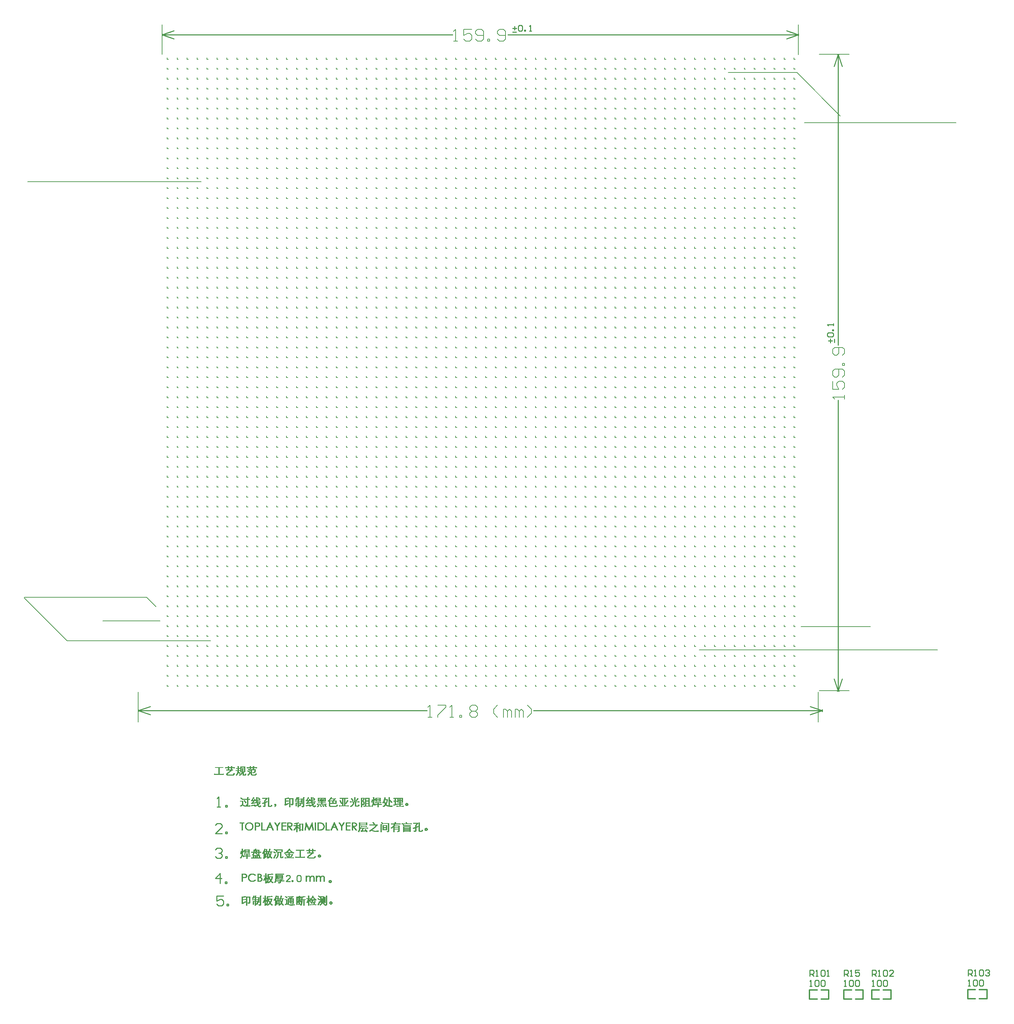
<source format=gto>
%FSLAX25Y25*%
%MOIN*%
G70*
G01*
G75*
%ADD10R,0.06000X0.05000*%
%ADD11R,0.01772X0.01575*%
%ADD12C,0.02362*%
%ADD13C,0.00500*%
%ADD14C,0.01200*%
%ADD15C,0.01500*%
%ADD16C,0.01000*%
%ADD17C,0.00700*%
%ADD18C,0.01969*%
%ADD19C,0.03937*%
%ADD20C,0.11811*%
%ADD21C,0.02000*%
%ADD22C,0.03000*%
%ADD23C,0.01181*%
%ADD24C,0.02500*%
%ADD25C,0.02000*%
%ADD26C,0.01800*%
%ADD27C,0.04000*%
%ADD28C,0.02953*%
%ADD29C,0.05000*%
G04:AMPARAMS|DCode=30|XSize=39.95mil|YSize=37.83mil|CornerRadius=0mil|HoleSize=0mil|Usage=FLASHONLY|Rotation=45.000|XOffset=0mil|YOffset=0mil|HoleType=Round|Shape=Rectangle|*
%AMROTATEDRECTD30*
4,1,4,-0.00075,-0.02750,-0.02750,-0.00075,0.00075,0.02750,0.02750,0.00075,-0.00075,-0.02750,0.0*
%
%ADD30ROTATEDRECTD30*%

%ADD31R,0.05675X0.03500*%
G04:AMPARAMS|DCode=32|XSize=56.45mil|YSize=34.3mil|CornerRadius=0mil|HoleSize=0mil|Usage=FLASHONLY|Rotation=45.000|XOffset=0mil|YOffset=0mil|HoleType=Round|Shape=Rectangle|*
%AMROTATEDRECTD32*
4,1,4,-0.00783,-0.03208,-0.03208,-0.00783,0.00783,0.03208,0.03208,0.00783,-0.00783,-0.03208,0.0*
%
%ADD32ROTATEDRECTD32*%

%ADD33R,0.09875X0.04484*%
G04:AMPARAMS|DCode=34|XSize=28.19mil|YSize=14.85mil|CornerRadius=0mil|HoleSize=0mil|Usage=FLASHONLY|Rotation=45.000|XOffset=0mil|YOffset=0mil|HoleType=Round|Shape=Rectangle|*
%AMROTATEDRECTD34*
4,1,4,-0.00472,-0.01522,-0.01522,-0.00472,0.00472,0.01522,0.01522,0.00472,-0.00472,-0.01522,0.0*
%
%ADD34ROTATEDRECTD34*%

G04:AMPARAMS|DCode=35|XSize=16.97mil|YSize=36.77mil|CornerRadius=0mil|HoleSize=0mil|Usage=FLASHONLY|Rotation=45.000|XOffset=0mil|YOffset=0mil|HoleType=Round|Shape=Rectangle|*
%AMROTATEDRECTD35*
4,1,4,0.00700,-0.01900,-0.01900,0.00700,-0.00700,0.01900,0.01900,-0.00700,0.00700,-0.01900,0.0*
%
%ADD35ROTATEDRECTD35*%

%ADD36R,0.12600X0.04700*%
G04:AMPARAMS|DCode=37|XSize=41.72mil|YSize=19.61mil|CornerRadius=0mil|HoleSize=0mil|Usage=FLASHONLY|Rotation=45.000|XOffset=0mil|YOffset=0mil|HoleType=Round|Shape=Rectangle|*
%AMROTATEDRECTD37*
4,1,4,-0.00782,-0.02168,-0.02168,-0.00782,0.00782,0.02168,0.02168,0.00782,-0.00782,-0.02168,0.0*
%
%ADD37ROTATEDRECTD37*%

G04:AMPARAMS|DCode=38|XSize=20.86mil|YSize=37.15mil|CornerRadius=0mil|HoleSize=0mil|Usage=FLASHONLY|Rotation=45.000|XOffset=0mil|YOffset=0mil|HoleType=Round|Shape=Rectangle|*
%AMROTATEDRECTD38*
4,1,4,0.00576,-0.02051,-0.02051,0.00576,-0.00576,0.02051,0.02051,-0.00576,0.00576,-0.02051,0.0*
%
%ADD38ROTATEDRECTD38*%

%ADD39R,0.13700X0.04650*%
G04:AMPARAMS|DCode=40|XSize=45.9mil|YSize=34.29mil|CornerRadius=0mil|HoleSize=0mil|Usage=FLASHONLY|Rotation=45.000|XOffset=0mil|YOffset=0mil|HoleType=Round|Shape=Rectangle|*
%AMROTATEDRECTD40*
4,1,4,-0.00411,-0.02835,-0.02835,-0.00411,0.00411,0.02835,0.02835,0.00411,-0.00411,-0.02835,0.0*
%
%ADD40ROTATEDRECTD40*%

G04:AMPARAMS|DCode=41|XSize=21.21mil|YSize=44.19mil|CornerRadius=0mil|HoleSize=0mil|Usage=FLASHONLY|Rotation=45.000|XOffset=0mil|YOffset=0mil|HoleType=Round|Shape=Rectangle|*
%AMROTATEDRECTD41*
4,1,4,0.00812,-0.02312,-0.02312,0.00812,-0.00812,0.02312,0.02312,-0.00812,0.00812,-0.02312,0.0*
%
%ADD41ROTATEDRECTD41*%

%ADD42R,0.15900X0.04141*%
G04:AMPARAMS|DCode=43|XSize=19.91mil|YSize=40.5mil|CornerRadius=0mil|HoleSize=0mil|Usage=FLASHONLY|Rotation=45.000|XOffset=0mil|YOffset=0mil|HoleType=Round|Shape=Rectangle|*
%AMROTATEDRECTD43*
4,1,4,0.00728,-0.02136,-0.02136,0.00728,-0.00728,0.02136,0.02136,-0.00728,0.00728,-0.02136,0.0*
%
%ADD43ROTATEDRECTD43*%

%ADD44R,0.11436X0.03164*%
G04:AMPARAMS|DCode=45|XSize=50.91mil|YSize=50.91mil|CornerRadius=0mil|HoleSize=0mil|Usage=FLASHONLY|Rotation=45.000|XOffset=0mil|YOffset=0mil|HoleType=Round|Shape=Rectangle|*
%AMROTATEDRECTD45*
4,1,4,0.00000,-0.03600,-0.03600,0.00000,0.00000,0.03600,0.03600,0.00000,0.00000,-0.03600,0.0*
%
%ADD45ROTATEDRECTD45*%

G04:AMPARAMS|DCode=46|XSize=55.51mil|YSize=42.75mil|CornerRadius=0mil|HoleSize=0mil|Usage=FLASHONLY|Rotation=45.000|XOffset=0mil|YOffset=0mil|HoleType=Round|Shape=Rectangle|*
%AMROTATEDRECTD46*
4,1,4,-0.00451,-0.03474,-0.03474,-0.00451,0.00451,0.03474,0.03474,0.00451,-0.00451,-0.03474,0.0*
%
%ADD46ROTATEDRECTD46*%

%ADD47R,0.08050X0.07200*%
G04:AMPARAMS|DCode=48|XSize=24.37mil|YSize=44.08mil|CornerRadius=0mil|HoleSize=0mil|Usage=FLASHONLY|Rotation=45.000|XOffset=0mil|YOffset=0mil|HoleType=Round|Shape=Rectangle|*
%AMROTATEDRECTD48*
4,1,4,0.00697,-0.02420,-0.02420,0.00697,-0.00697,0.02420,0.02420,-0.00697,0.00697,-0.02420,0.0*
%
%ADD48ROTATEDRECTD48*%

%ADD49R,0.30653X0.03447*%
%ADD50R,0.19797X0.02000*%
G04:AMPARAMS|DCode=51|XSize=53.88mil|YSize=35.56mil|CornerRadius=0mil|HoleSize=0mil|Usage=FLASHONLY|Rotation=45.000|XOffset=0mil|YOffset=0mil|HoleType=Round|Shape=Rectangle|*
%AMROTATEDRECTD51*
4,1,4,-0.00647,-0.03162,-0.03162,-0.00647,0.00647,0.03162,0.03162,0.00647,-0.00647,-0.03162,0.0*
%
%ADD51ROTATEDRECTD51*%

G04:AMPARAMS|DCode=52|XSize=30.94mil|YSize=51.65mil|CornerRadius=0mil|HoleSize=0mil|Usage=FLASHONLY|Rotation=45.000|XOffset=0mil|YOffset=0mil|HoleType=Round|Shape=Rectangle|*
%AMROTATEDRECTD52*
4,1,4,0.00732,-0.02920,-0.02920,0.00732,-0.00732,0.02920,0.02920,-0.00732,0.00732,-0.02920,0.0*
%
%ADD52ROTATEDRECTD52*%

%ADD53R,0.16950X0.05119*%
G04:AMPARAMS|DCode=54|XSize=43.68mil|YSize=24.57mil|CornerRadius=0mil|HoleSize=0mil|Usage=FLASHONLY|Rotation=45.000|XOffset=0mil|YOffset=0mil|HoleType=Round|Shape=Rectangle|*
%AMROTATEDRECTD54*
4,1,4,-0.00676,-0.02413,-0.02413,-0.00676,0.00676,0.02413,0.02413,0.00676,-0.00676,-0.02413,0.0*
%
%ADD54ROTATEDRECTD54*%

G04:AMPARAMS|DCode=55|XSize=25.1mil|YSize=45.08mil|CornerRadius=0mil|HoleSize=0mil|Usage=FLASHONLY|Rotation=45.000|XOffset=0mil|YOffset=0mil|HoleType=Round|Shape=Rectangle|*
%AMROTATEDRECTD55*
4,1,4,0.00706,-0.02481,-0.02481,0.00706,-0.00706,0.02481,0.02481,-0.00706,0.00706,-0.02481,0.0*
%
%ADD55ROTATEDRECTD55*%

%ADD56R,0.15350X0.04267*%
G04:AMPARAMS|DCode=57|XSize=44.31mil|YSize=22.29mil|CornerRadius=0mil|HoleSize=0mil|Usage=FLASHONLY|Rotation=45.000|XOffset=0mil|YOffset=0mil|HoleType=Round|Shape=Rectangle|*
%AMROTATEDRECTD57*
4,1,4,-0.00778,-0.02355,-0.02355,-0.00778,0.00778,0.02355,0.02355,0.00778,-0.00778,-0.02355,0.0*
%
%ADD57ROTATEDRECTD57*%

G04:AMPARAMS|DCode=58|XSize=21.21mil|YSize=30.65mil|CornerRadius=0mil|HoleSize=0mil|Usage=FLASHONLY|Rotation=45.000|XOffset=0mil|YOffset=0mil|HoleType=Round|Shape=Rectangle|*
%AMROTATEDRECTD58*
4,1,4,0.00334,-0.01834,-0.01834,0.00334,-0.00334,0.01834,0.01834,-0.00334,0.00334,-0.01834,0.0*
%
%ADD58ROTATEDRECTD58*%

%ADD59R,0.16400X0.03444*%
G04:AMPARAMS|DCode=60|XSize=11.2mil|YSize=27.05mil|CornerRadius=0mil|HoleSize=0mil|Usage=FLASHONLY|Rotation=45.000|XOffset=0mil|YOffset=0mil|HoleType=Round|Shape=Rectangle|*
%AMROTATEDRECTD60*
4,1,4,0.00560,-0.01353,-0.01353,0.00560,-0.00560,0.01353,0.01353,-0.00560,0.00560,-0.01353,0.0*
%
%ADD60ROTATEDRECTD60*%

%ADD61R,0.15785X0.03225*%
G04:AMPARAMS|DCode=62|XSize=49.14mil|YSize=61.87mil|CornerRadius=0mil|HoleSize=0mil|Usage=FLASHONLY|Rotation=45.000|XOffset=0mil|YOffset=0mil|HoleType=Round|Shape=Rectangle|*
%AMROTATEDRECTD62*
4,1,4,0.00450,-0.03925,-0.03925,0.00450,-0.00450,0.03925,0.03925,-0.00450,0.00450,-0.03925,0.0*
%
%ADD62ROTATEDRECTD62*%

G04:AMPARAMS|DCode=63|XSize=54.09mil|YSize=54.09mil|CornerRadius=0mil|HoleSize=0mil|Usage=FLASHONLY|Rotation=45.000|XOffset=0mil|YOffset=0mil|HoleType=Round|Shape=Rectangle|*
%AMROTATEDRECTD63*
4,1,4,0.00000,-0.03825,-0.03825,0.00000,0.00000,0.03825,0.03825,0.00000,0.00000,-0.03825,0.0*
%
%ADD63ROTATEDRECTD63*%

%ADD64R,0.39400X0.07650*%
%ADD65R,0.03426X0.03425*%
G04:AMPARAMS|DCode=66|XSize=33.16mil|YSize=24.98mil|CornerRadius=0mil|HoleSize=0mil|Usage=FLASHONLY|Rotation=45.000|XOffset=0mil|YOffset=0mil|HoleType=Round|Shape=Rectangle|*
%AMROTATEDRECTD66*
4,1,4,-0.00289,-0.02056,-0.02056,-0.00289,0.00289,0.02056,0.02056,0.00289,-0.00289,-0.02056,0.0*
%
%ADD66ROTATEDRECTD66*%

G04:AMPARAMS|DCode=67|XSize=49.5mil|YSize=54.11mil|CornerRadius=0mil|HoleSize=0mil|Usage=FLASHONLY|Rotation=45.000|XOffset=0mil|YOffset=0mil|HoleType=Round|Shape=Rectangle|*
%AMROTATEDRECTD67*
4,1,4,0.00163,-0.03663,-0.03663,0.00163,-0.00163,0.03663,0.03663,-0.00163,0.00163,-0.03663,0.0*
%
%ADD67ROTATEDRECTD67*%

G04:AMPARAMS|DCode=68|XSize=61.52mil|YSize=32.44mil|CornerRadius=0mil|HoleSize=0mil|Usage=FLASHONLY|Rotation=45.000|XOffset=0mil|YOffset=0mil|HoleType=Round|Shape=Rectangle|*
%AMROTATEDRECTD68*
4,1,4,-0.01028,-0.03322,-0.03322,-0.01028,0.01028,0.03322,0.03322,0.01028,-0.01028,-0.03322,0.0*
%
%ADD68ROTATEDRECTD68*%

%ADD69R,0.08650X0.03851*%
%ADD70R,0.05100X0.06450*%
G04:AMPARAMS|DCode=71|XSize=49.72mil|YSize=59.41mil|CornerRadius=0mil|HoleSize=0mil|Usage=FLASHONLY|Rotation=45.000|XOffset=0mil|YOffset=0mil|HoleType=Round|Shape=Rectangle|*
%AMROTATEDRECTD71*
4,1,4,0.00342,-0.03858,-0.03858,0.00342,-0.00342,0.03858,0.03858,-0.00342,0.00342,-0.03858,0.0*
%
%ADD71ROTATEDRECTD71*%

G04:AMPARAMS|DCode=72|XSize=44.19mil|YSize=26.52mil|CornerRadius=0mil|HoleSize=0mil|Usage=FLASHONLY|Rotation=45.000|XOffset=0mil|YOffset=0mil|HoleType=Round|Shape=Rectangle|*
%AMROTATEDRECTD72*
4,1,4,-0.00625,-0.02500,-0.02500,-0.00625,0.00625,0.02500,0.02500,0.00625,-0.00625,-0.02500,0.0*
%
%ADD72ROTATEDRECTD72*%

%ADD73R,0.06550X0.04491*%
G04:AMPARAMS|DCode=74|XSize=30.68mil|YSize=19.45mil|CornerRadius=0mil|HoleSize=0mil|Usage=FLASHONLY|Rotation=45.000|XOffset=0mil|YOffset=0mil|HoleType=Round|Shape=Rectangle|*
%AMROTATEDRECTD74*
4,1,4,-0.00397,-0.01772,-0.01772,-0.00397,0.00397,0.01772,0.01772,0.00397,-0.00397,-0.01772,0.0*
%
%ADD74ROTATEDRECTD74*%

G04:AMPARAMS|DCode=75|XSize=12.5mil|YSize=30.89mil|CornerRadius=0mil|HoleSize=0mil|Usage=FLASHONLY|Rotation=45.000|XOffset=0mil|YOffset=0mil|HoleType=Round|Shape=Rectangle|*
%AMROTATEDRECTD75*
4,1,4,0.00650,-0.01534,-0.01534,0.00650,-0.00650,0.01534,0.01534,-0.00650,0.00650,-0.01534,0.0*
%
%ADD75ROTATEDRECTD75*%

%ADD76R,0.17800X0.03089*%
G04:AMPARAMS|DCode=77|XSize=38.54mil|YSize=34.81mil|CornerRadius=0mil|HoleSize=0mil|Usage=FLASHONLY|Rotation=45.000|XOffset=0mil|YOffset=0mil|HoleType=Round|Shape=Rectangle|*
%AMROTATEDRECTD77*
4,1,4,-0.00132,-0.02593,-0.02593,-0.00132,0.00132,0.02593,0.02593,0.00132,-0.00132,-0.02593,0.0*
%
%ADD77ROTATEDRECTD77*%

G04:AMPARAMS|DCode=78|XSize=22.1mil|YSize=41.64mil|CornerRadius=0mil|HoleSize=0mil|Usage=FLASHONLY|Rotation=45.000|XOffset=0mil|YOffset=0mil|HoleType=Round|Shape=Rectangle|*
%AMROTATEDRECTD78*
4,1,4,0.00691,-0.02254,-0.02254,0.00691,-0.00691,0.02254,0.02254,-0.00691,0.00691,-0.02254,0.0*
%
%ADD78ROTATEDRECTD78*%

%ADD79R,0.17425X0.04056*%
%ADD80R,0.20900X0.04218*%
G04:AMPARAMS|DCode=81|XSize=33.08mil|YSize=15.5mil|CornerRadius=0mil|HoleSize=0mil|Usage=FLASHONLY|Rotation=45.000|XOffset=0mil|YOffset=0mil|HoleType=Round|Shape=Rectangle|*
%AMROTATEDRECTD81*
4,1,4,-0.00622,-0.01718,-0.01718,-0.00622,0.00622,0.01718,0.01718,0.00622,-0.00622,-0.01718,0.0*
%
%ADD81ROTATEDRECTD81*%

G04:AMPARAMS|DCode=82|XSize=13.44mil|YSize=20.2mil|CornerRadius=0mil|HoleSize=0mil|Usage=FLASHONLY|Rotation=45.000|XOffset=0mil|YOffset=0mil|HoleType=Round|Shape=Rectangle|*
%AMROTATEDRECTD82*
4,1,4,0.00239,-0.01189,-0.01189,0.00239,-0.00239,0.01189,0.01189,-0.00239,0.00239,-0.01189,0.0*
%
%ADD82ROTATEDRECTD82*%

%ADD83R,0.20250X0.02924*%
G04:AMPARAMS|DCode=84|XSize=39.05mil|YSize=61.13mil|CornerRadius=0mil|HoleSize=0mil|Usage=FLASHONLY|Rotation=45.000|XOffset=0mil|YOffset=0mil|HoleType=Round|Shape=Rectangle|*
%AMROTATEDRECTD84*
4,1,4,0.00781,-0.03542,-0.03542,0.00781,-0.00781,0.03542,0.03542,-0.00781,0.00781,-0.03542,0.0*
%
%ADD84ROTATEDRECTD84*%

%ADD85R,0.04318X0.05741*%
G04:AMPARAMS|DCode=86|XSize=89.48mil|YSize=38.83mil|CornerRadius=0mil|HoleSize=0mil|Usage=FLASHONLY|Rotation=45.000|XOffset=0mil|YOffset=0mil|HoleType=Round|Shape=Rectangle|*
%AMROTATEDRECTD86*
4,1,4,-0.01791,-0.04536,-0.04536,-0.01791,0.01791,0.04536,0.04536,0.01791,-0.01791,-0.04536,0.0*
%
%ADD86ROTATEDRECTD86*%

%ADD87R,0.07950X0.05300*%
%ADD88R,0.15850X0.03600*%
%ADD89R,0.11050X0.05387*%
G04:AMPARAMS|DCode=90|XSize=55.16mil|YSize=28.83mil|CornerRadius=0mil|HoleSize=0mil|Usage=FLASHONLY|Rotation=45.000|XOffset=0mil|YOffset=0mil|HoleType=Round|Shape=Rectangle|*
%AMROTATEDRECTD90*
4,1,4,-0.00931,-0.02969,-0.02969,-0.00931,0.00931,0.02969,0.02969,0.00931,-0.00931,-0.02969,0.0*
%
%ADD90ROTATEDRECTD90*%

G04:AMPARAMS|DCode=91|XSize=23.5mil|YSize=54.19mil|CornerRadius=0mil|HoleSize=0mil|Usage=FLASHONLY|Rotation=45.000|XOffset=0mil|YOffset=0mil|HoleType=Round|Shape=Rectangle|*
%AMROTATEDRECTD91*
4,1,4,0.01085,-0.02747,-0.02747,0.01085,-0.01085,0.02747,0.02747,-0.01085,0.01085,-0.02747,0.0*
%
%ADD91ROTATEDRECTD91*%

%ADD92R,0.10810X0.04344*%
G04:AMPARAMS|DCode=93|XSize=26.24mil|YSize=43.76mil|CornerRadius=0mil|HoleSize=0mil|Usage=FLASHONLY|Rotation=45.000|XOffset=0mil|YOffset=0mil|HoleType=Round|Shape=Rectangle|*
%AMROTATEDRECTD93*
4,1,4,0.00620,-0.02475,-0.02475,0.00620,-0.00620,0.02475,0.02475,-0.00620,0.00620,-0.02475,0.0*
%
%ADD93ROTATEDRECTD93*%

G04:AMPARAMS|DCode=94|XSize=45.57mil|YSize=33.01mil|CornerRadius=0mil|HoleSize=0mil|Usage=FLASHONLY|Rotation=45.000|XOffset=0mil|YOffset=0mil|HoleType=Round|Shape=Rectangle|*
%AMROTATEDRECTD94*
4,1,4,-0.00444,-0.02778,-0.02778,-0.00444,0.00444,0.02778,0.02778,0.00444,-0.00444,-0.02778,0.0*
%
%ADD94ROTATEDRECTD94*%

%ADD95R,0.01800X0.03850*%
G04:AMPARAMS|DCode=96|XSize=41.49mil|YSize=32.01mil|CornerRadius=0mil|HoleSize=0mil|Usage=FLASHONLY|Rotation=45.000|XOffset=0mil|YOffset=0mil|HoleType=Round|Shape=Rectangle|*
%AMROTATEDRECTD96*
4,1,4,-0.00335,-0.02599,-0.02599,-0.00335,0.00335,0.02599,0.02599,0.00335,-0.00335,-0.02599,0.0*
%
%ADD96ROTATEDRECTD96*%

G04:AMPARAMS|DCode=97|XSize=26.36mil|YSize=39.33mil|CornerRadius=0mil|HoleSize=0mil|Usage=FLASHONLY|Rotation=45.000|XOffset=0mil|YOffset=0mil|HoleType=Round|Shape=Rectangle|*
%AMROTATEDRECTD97*
4,1,4,0.00459,-0.02323,-0.02323,0.00459,-0.00459,0.02323,0.02323,-0.00459,0.00459,-0.02323,0.0*
%
%ADD97ROTATEDRECTD97*%

%ADD98R,0.01700X0.02811*%
%ADD99C,0.00800*%
%ADD100R,0.23050X0.04550*%
%ADD101R,0.04724X0.01181*%
%ADD102R,0.01181X0.04724*%
%ADD103O,0.04724X0.01181*%
%ADD104R,0.22441X0.22441*%
%ADD105R,0.23622X0.05118*%
G04:AMPARAMS|DCode=106|XSize=51.18mil|YSize=236.22mil|CornerRadius=0mil|HoleSize=0mil|Usage=FLASHONLY|Rotation=90.000|XOffset=0mil|YOffset=0mil|HoleType=Round|Shape=Octagon|*
%AMOCTAGOND106*
4,1,8,-0.11811,-0.01280,-0.11811,0.01280,-0.10531,0.02559,0.10531,0.02559,0.11811,0.01280,0.11811,-0.01280,0.10531,-0.02559,-0.10531,-0.02559,-0.11811,-0.01280,0.0*
%
%ADD106OCTAGOND106*%

%ADD107O,0.05906X0.01378*%
%ADD108R,0.05906X0.01378*%
%ADD109O,0.05906X0.01378*%
%ADD110O,0.05906X0.01378*%
%ADD111O,0.08000X0.02400*%
%ADD112R,0.14173X0.06299*%
%ADD113R,0.06693X0.05906*%
%ADD114C,0.28740*%
%ADD115C,0.27559*%
%ADD116R,0.39370X0.07874*%
%ADD117R,0.03500X0.03000*%
%ADD118R,0.03000X0.03500*%
%ADD119C,0.03937*%
%ADD120C,0.01300*%
%ADD121C,0.02400*%
%ADD122R,0.05550X0.05400*%
%ADD123R,0.06500X0.02000*%
%ADD124R,0.07200X0.02050*%
G04:AMPARAMS|DCode=125|XSize=23.91mil|YSize=11.89mil|CornerRadius=0mil|HoleSize=0mil|Usage=FLASHONLY|Rotation=45.000|XOffset=0mil|YOffset=0mil|HoleType=Round|Shape=Rectangle|*
%AMROTATEDRECTD125*
4,1,4,-0.00425,-0.01266,-0.01266,-0.00425,0.00425,0.01266,0.01266,0.00425,-0.00425,-0.01266,0.0*
%
%ADD125ROTATEDRECTD125*%

%ADD126R,0.03650X0.01800*%
%ADD127R,0.05300X0.03650*%
G04:AMPARAMS|DCode=128|XSize=59.94mil|YSize=16.36mil|CornerRadius=0mil|HoleSize=0mil|Usage=FLASHONLY|Rotation=45.000|XOffset=0mil|YOffset=0mil|HoleType=Round|Shape=Rectangle|*
%AMROTATEDRECTD128*
4,1,4,-0.01541,-0.02698,-0.02698,-0.01541,0.01541,0.02698,0.02698,0.01541,-0.01541,-0.02698,0.0*
%
%ADD128ROTATEDRECTD128*%

G04:AMPARAMS|DCode=129|XSize=26.34mil|YSize=9.75mil|CornerRadius=0mil|HoleSize=0mil|Usage=FLASHONLY|Rotation=45.000|XOffset=0mil|YOffset=0mil|HoleType=Round|Shape=Rectangle|*
%AMROTATEDRECTD129*
4,1,4,-0.00587,-0.01276,-0.01276,-0.00587,0.00587,0.01276,0.01276,0.00587,-0.00587,-0.01276,0.0*
%
%ADD129ROTATEDRECTD129*%

%ADD130R,0.03700X0.01700*%
G04:AMPARAMS|DCode=131|XSize=51mil|YSize=30.5mil|CornerRadius=0mil|HoleSize=0mil|Usage=FLASHONLY|Rotation=45.000|XOffset=0mil|YOffset=0mil|HoleType=Round|Shape=Rectangle|*
%AMROTATEDRECTD131*
4,1,4,-0.00725,-0.02881,-0.02881,-0.00725,0.00725,0.02881,0.02881,0.00725,-0.00725,-0.02881,0.0*
%
%ADD131ROTATEDRECTD131*%

G04:AMPARAMS|DCode=132|XSize=75.31mil|YSize=40.5mil|CornerRadius=0mil|HoleSize=0mil|Usage=FLASHONLY|Rotation=45.000|XOffset=0mil|YOffset=0mil|HoleType=Round|Shape=Rectangle|*
%AMROTATEDRECTD132*
4,1,4,-0.01231,-0.04094,-0.04094,-0.01231,0.01231,0.04094,0.04094,0.01231,-0.01231,-0.04094,0.0*
%
%ADD132ROTATEDRECTD132*%

%ADD133R,0.06366X0.06084*%
G04:AMPARAMS|DCode=134|XSize=71.71mil|YSize=36.31mil|CornerRadius=0mil|HoleSize=0mil|Usage=FLASHONLY|Rotation=45.000|XOffset=0mil|YOffset=0mil|HoleType=Round|Shape=Rectangle|*
%AMROTATEDRECTD134*
4,1,4,-0.01252,-0.03819,-0.03819,-0.01252,0.01252,0.03819,0.03819,0.01252,-0.01252,-0.03819,0.0*
%
%ADD134ROTATEDRECTD134*%

%ADD135R,0.03850X0.09550*%
%ADD136R,0.04100X0.02600*%
G04:AMPARAMS|DCode=137|XSize=42.63mil|YSize=34.98mil|CornerRadius=0mil|HoleSize=0mil|Usage=FLASHONLY|Rotation=45.000|XOffset=0mil|YOffset=0mil|HoleType=Round|Shape=Rectangle|*
%AMROTATEDRECTD137*
4,1,4,-0.00270,-0.02744,-0.02744,-0.00270,0.00270,0.02744,0.02744,0.00270,-0.00270,-0.02744,0.0*
%
%ADD137ROTATEDRECTD137*%

%ADD138R,0.03800X0.06700*%
G04:AMPARAMS|DCode=139|XSize=76.72mil|YSize=39.96mil|CornerRadius=0mil|HoleSize=0mil|Usage=FLASHONLY|Rotation=45.000|XOffset=0mil|YOffset=0mil|HoleType=Round|Shape=Rectangle|*
%AMROTATEDRECTD139*
4,1,4,-0.01300,-0.04125,-0.04125,-0.01300,0.01300,0.04125,0.04125,0.01300,-0.01300,-0.04125,0.0*
%
%ADD139ROTATEDRECTD139*%

%ADD140R,0.01400X0.01150*%
G04:AMPARAMS|DCode=141|XSize=16.62mil|YSize=18.03mil|CornerRadius=0mil|HoleSize=0mil|Usage=FLASHONLY|Rotation=45.000|XOffset=0mil|YOffset=0mil|HoleType=Round|Shape=Rectangle|*
%AMROTATEDRECTD141*
4,1,4,0.00050,-0.01225,-0.01225,0.00050,-0.00050,0.01225,0.01225,-0.00050,0.00050,-0.01225,0.0*
%
%ADD141ROTATEDRECTD141*%

G04:AMPARAMS|DCode=142|XSize=36.42mil|YSize=74.95mil|CornerRadius=0mil|HoleSize=0mil|Usage=FLASHONLY|Rotation=45.000|XOffset=0mil|YOffset=0mil|HoleType=Round|Shape=Rectangle|*
%AMROTATEDRECTD142*
4,1,4,0.01363,-0.03938,-0.03938,0.01363,-0.01363,0.03938,0.03938,-0.01363,0.01363,-0.03938,0.0*
%
%ADD142ROTATEDRECTD142*%

%ADD143R,0.03350X0.01200*%
%ADD144R,0.00950X0.00950*%
G04:AMPARAMS|DCode=145|XSize=15.2mil|YSize=20.51mil|CornerRadius=0mil|HoleSize=0mil|Usage=FLASHONLY|Rotation=45.000|XOffset=0mil|YOffset=0mil|HoleType=Round|Shape=Rectangle|*
%AMROTATEDRECTD145*
4,1,4,0.00188,-0.01263,-0.01263,0.00188,-0.00188,0.01263,0.01263,-0.00188,0.00188,-0.01263,0.0*
%
%ADD145ROTATEDRECTD145*%

G04:AMPARAMS|DCode=146|XSize=10.26mil|YSize=9.19mil|CornerRadius=0mil|HoleSize=0mil|Usage=FLASHONLY|Rotation=45.000|XOffset=0mil|YOffset=0mil|HoleType=Round|Shape=Rectangle|*
%AMROTATEDRECTD146*
4,1,4,-0.00038,-0.00688,-0.00688,-0.00038,0.00038,0.00688,0.00688,0.00038,-0.00038,-0.00688,0.0*
%
%ADD146ROTATEDRECTD146*%

%ADD147R,0.11900X0.04050*%
%ADD148R,0.07050X0.04550*%
%ADD149R,0.10850X0.05500*%
%ADD150R,0.02800X0.02050*%
G04:AMPARAMS|DCode=151|XSize=57.98mil|YSize=72.83mil|CornerRadius=0mil|HoleSize=0mil|Usage=FLASHONLY|Rotation=45.000|XOffset=0mil|YOffset=0mil|HoleType=Round|Shape=Rectangle|*
%AMROTATEDRECTD151*
4,1,4,0.00525,-0.04625,-0.04625,0.00525,-0.00525,0.04625,0.04625,-0.00525,0.00525,-0.04625,0.0*
%
%ADD151ROTATEDRECTD151*%

%ADD152R,0.03200X0.02000*%
G04:AMPARAMS|DCode=153|XSize=26.75mil|YSize=44.55mil|CornerRadius=0mil|HoleSize=0mil|Usage=FLASHONLY|Rotation=45.000|XOffset=0mil|YOffset=0mil|HoleType=Round|Shape=Rectangle|*
%AMROTATEDRECTD153*
4,1,4,0.00629,-0.02521,-0.02521,0.00629,-0.00629,0.02521,0.02521,-0.00629,0.00629,-0.02521,0.0*
%
%ADD153ROTATEDRECTD153*%

%ADD154R,0.10100X0.05150*%
%ADD155R,0.02875X0.02875*%
G04:AMPARAMS|DCode=156|XSize=40.66mil|YSize=26.52mil|CornerRadius=0mil|HoleSize=0mil|Usage=FLASHONLY|Rotation=45.000|XOffset=0mil|YOffset=0mil|HoleType=Round|Shape=Rectangle|*
%AMROTATEDRECTD156*
4,1,4,-0.00500,-0.02375,-0.02375,-0.00500,0.00500,0.02375,0.02375,0.00500,-0.00500,-0.02375,0.0*
%
%ADD156ROTATEDRECTD156*%

%ADD157R,0.05800X0.05050*%
%ADD158R,0.04300X0.05500*%
G04:AMPARAMS|DCode=159|XSize=32.5mil|YSize=23.72mil|CornerRadius=0mil|HoleSize=0mil|Usage=FLASHONLY|Rotation=45.000|XOffset=0mil|YOffset=0mil|HoleType=Round|Shape=Rectangle|*
%AMROTATEDRECTD159*
4,1,4,-0.00310,-0.01988,-0.01988,-0.00310,0.00310,0.01988,0.01988,0.00310,-0.00310,-0.01988,0.0*
%
%ADD159ROTATEDRECTD159*%

G04:AMPARAMS|DCode=160|XSize=60.46mil|YSize=29.46mil|CornerRadius=0mil|HoleSize=0mil|Usage=FLASHONLY|Rotation=45.000|XOffset=0mil|YOffset=0mil|HoleType=Round|Shape=Rectangle|*
%AMROTATEDRECTD160*
4,1,4,-0.01096,-0.03179,-0.03179,-0.01096,0.01096,0.03179,0.03179,0.01096,-0.01096,-0.03179,0.0*
%
%ADD160ROTATEDRECTD160*%

G04:AMPARAMS|DCode=161|XSize=39.95mil|YSize=17.32mil|CornerRadius=0mil|HoleSize=0mil|Usage=FLASHONLY|Rotation=45.000|XOffset=0mil|YOffset=0mil|HoleType=Round|Shape=Rectangle|*
%AMROTATEDRECTD161*
4,1,4,-0.00800,-0.02025,-0.02025,-0.00800,0.00800,0.02025,0.02025,0.00800,-0.00800,-0.02025,0.0*
%
%ADD161ROTATEDRECTD161*%

%ADD162R,0.03250X0.01400*%
%ADD163R,0.08800X0.04350*%
G04:AMPARAMS|DCode=164|XSize=60.08mil|YSize=31.97mil|CornerRadius=0mil|HoleSize=0mil|Usage=FLASHONLY|Rotation=45.000|XOffset=0mil|YOffset=0mil|HoleType=Round|Shape=Rectangle|*
%AMROTATEDRECTD164*
4,1,4,-0.00994,-0.03255,-0.03255,-0.00994,0.00994,0.03255,0.03255,0.00994,-0.00994,-0.03255,0.0*
%
%ADD164ROTATEDRECTD164*%

%ADD165R,0.10800X0.04197*%
G04:AMPARAMS|DCode=166|XSize=121.95mil|YSize=27mil|CornerRadius=0mil|HoleSize=0mil|Usage=FLASHONLY|Rotation=45.000|XOffset=0mil|YOffset=0mil|HoleType=Round|Shape=Rectangle|*
%AMROTATEDRECTD166*
4,1,4,-0.03357,-0.05266,-0.05266,-0.03357,0.03357,0.05266,0.05266,0.03357,-0.03357,-0.05266,0.0*
%
%ADD166ROTATEDRECTD166*%

G04:AMPARAMS|DCode=167|XSize=73.2mil|YSize=30.03mil|CornerRadius=0mil|HoleSize=0mil|Usage=FLASHONLY|Rotation=45.000|XOffset=0mil|YOffset=0mil|HoleType=Round|Shape=Rectangle|*
%AMROTATEDRECTD167*
4,1,4,-0.01526,-0.03650,-0.03650,-0.01526,0.01526,0.03650,0.03650,0.01526,-0.01526,-0.03650,0.0*
%
%ADD167ROTATEDRECTD167*%

%ADD168R,0.03500X0.03739*%
G04:AMPARAMS|DCode=169|XSize=50.28mil|YSize=115.53mil|CornerRadius=0mil|HoleSize=0mil|Usage=FLASHONLY|Rotation=45.000|XOffset=0mil|YOffset=0mil|HoleType=Round|Shape=Rectangle|*
%AMROTATEDRECTD169*
4,1,4,0.02307,-0.05863,-0.05863,0.02307,-0.02307,0.05863,0.05863,-0.02307,0.02307,-0.05863,0.0*
%
%ADD169ROTATEDRECTD169*%

%ADD170R,0.03000X0.01400*%
G04:AMPARAMS|DCode=171|XSize=88.39mil|YSize=26.16mil|CornerRadius=0mil|HoleSize=0mil|Usage=FLASHONLY|Rotation=45.000|XOffset=0mil|YOffset=0mil|HoleType=Round|Shape=Rectangle|*
%AMROTATEDRECTD171*
4,1,4,-0.02200,-0.04050,-0.04050,-0.02200,0.02200,0.04050,0.04050,0.02200,-0.02200,-0.04050,0.0*
%
%ADD171ROTATEDRECTD171*%

%ADD172R,0.01500X0.00850*%
%ADD173R,0.02950X0.00550*%
%ADD174R,0.04495X0.00539*%
%ADD175R,0.05033X0.00267*%
%ADD176R,0.11325X0.03675*%
G04:AMPARAMS|DCode=177|XSize=16.5mil|YSize=27.4mil|CornerRadius=0mil|HoleSize=0mil|Usage=FLASHONLY|Rotation=45.000|XOffset=0mil|YOffset=0mil|HoleType=Round|Shape=Rectangle|*
%AMROTATEDRECTD177*
4,1,4,0.00385,-0.01552,-0.01552,0.00385,-0.00385,0.01552,0.01552,-0.00385,0.00385,-0.01552,0.0*
%
%ADD177ROTATEDRECTD177*%

G04:AMPARAMS|DCode=178|XSize=33.59mil|YSize=16.58mil|CornerRadius=0mil|HoleSize=0mil|Usage=FLASHONLY|Rotation=45.000|XOffset=0mil|YOffset=0mil|HoleType=Round|Shape=Rectangle|*
%AMROTATEDRECTD178*
4,1,4,-0.00601,-0.01774,-0.01774,-0.00601,0.00601,0.01774,0.01774,0.00601,-0.00601,-0.01774,0.0*
%
%ADD178ROTATEDRECTD178*%

%ADD179R,0.01938X0.01738*%
%ADD180R,0.09700X0.04050*%
%ADD181R,0.11490X0.04244*%
G04:AMPARAMS|DCode=182|XSize=8.9mil|YSize=45.61mil|CornerRadius=0mil|HoleSize=0mil|Usage=FLASHONLY|Rotation=45.000|XOffset=0mil|YOffset=0mil|HoleType=Round|Shape=Rectangle|*
%AMROTATEDRECTD182*
4,1,4,0.01298,-0.01927,-0.01927,0.01298,-0.01298,0.01927,0.01927,-0.01298,0.01298,-0.01927,0.0*
%
%ADD182ROTATEDRECTD182*%

G04:AMPARAMS|DCode=183|XSize=14.86mil|YSize=45.02mil|CornerRadius=0mil|HoleSize=0mil|Usage=FLASHONLY|Rotation=45.000|XOffset=0mil|YOffset=0mil|HoleType=Round|Shape=Rectangle|*
%AMROTATEDRECTD183*
4,1,4,0.01066,-0.02117,-0.02117,0.01066,-0.01066,0.02117,0.02117,-0.01066,0.01066,-0.02117,0.0*
%
%ADD183ROTATEDRECTD183*%

G04:AMPARAMS|DCode=184|XSize=76.01mil|YSize=41.72mil|CornerRadius=0mil|HoleSize=0mil|Usage=FLASHONLY|Rotation=45.000|XOffset=0mil|YOffset=0mil|HoleType=Round|Shape=Rectangle|*
%AMROTATEDRECTD184*
4,1,4,-0.01213,-0.04163,-0.04163,-0.01213,0.01213,0.04163,0.04163,0.01213,-0.01213,-0.04163,0.0*
%
%ADD184ROTATEDRECTD184*%

%ADD185R,0.11350X0.03407*%
G04:AMPARAMS|DCode=186|XSize=88.04mil|YSize=26.16mil|CornerRadius=0mil|HoleSize=0mil|Usage=FLASHONLY|Rotation=45.000|XOffset=0mil|YOffset=0mil|HoleType=Round|Shape=Rectangle|*
%AMROTATEDRECTD186*
4,1,4,-0.02188,-0.04038,-0.04038,-0.02188,0.02188,0.04038,0.04038,0.02188,-0.02188,-0.04038,0.0*
%
%ADD186ROTATEDRECTD186*%

%ADD187R,0.16950X0.05250*%
%ADD188R,0.26650X0.05100*%
%ADD189R,0.80250X0.04000*%
%ADD190R,0.05065X0.05200*%
%ADD191R,0.04215X0.07050*%
%ADD192R,0.05550X0.02200*%
%ADD193R,0.05250X0.02300*%
%ADD194R,0.04600X0.01828*%
%ADD195R,0.06250X0.02250*%
%ADD196R,0.09700X0.01850*%
%ADD197R,0.09825X0.01900*%
%ADD198R,0.07500X0.02050*%
%ADD199R,0.08400X0.02100*%
%ADD200R,0.04500X0.00950*%
%ADD201R,0.04600X0.02000*%
%ADD202R,0.06196X0.01600*%
%ADD203R,0.10850X0.04600*%
%ADD204R,0.11300X0.04300*%
%ADD205R,0.04350X0.05935*%
%ADD206R,0.04683X0.08778*%
%ADD207R,0.04632X0.06500*%
%ADD208R,0.03150X0.05678*%
%ADD209R,0.03950X0.07450*%
%ADD210R,0.05350X0.05600*%
%ADD211R,0.02250X0.08900*%
%ADD212R,0.04250X0.06950*%
%ADD213R,0.04550X0.06750*%
%ADD214R,0.03400X0.09050*%
%ADD215R,0.03813X0.15800*%
%ADD216R,0.05250X0.16900*%
%ADD217R,0.04650X0.17300*%
%ADD218R,0.04000X0.20100*%
%ADD219R,0.61500X0.03450*%
%ADD220R,0.61650X0.03500*%
%ADD221R,0.04750X0.08300*%
%ADD222R,0.04450X0.07622*%
%ADD223R,0.03800X0.08372*%
%ADD224R,0.03795X0.03650*%
%ADD225R,0.04100X0.08100*%
%ADD226R,0.04200X0.08300*%
%ADD227R,0.02050X0.07500*%
%ADD228R,0.15200X0.02400*%
%ADD229R,0.17441X0.01950*%
%ADD230R,0.16294X0.01600*%
%ADD231R,0.03300X0.02700*%
%ADD232R,0.04300X0.49800*%
%ADD233R,0.01800X0.02300*%
%ADD234R,0.03775X0.01225*%
%ADD235C,0.00200*%
%ADD236C,0.00787*%
%ADD237C,0.00600*%
D13*
X278700Y344600D02*
X279550Y343750D01*
X321050Y302250D01*
X403150D01*
X399400Y345400D02*
X408850Y335950D01*
X278700Y345400D02*
X399400D01*
X414803Y882100D02*
Y911719D01*
X391378Y221900D02*
Y251519D01*
X1063819Y221900D02*
Y251519D01*
X1064969Y252866D02*
X1094588D01*
X1064969Y882197D02*
X1094588D01*
X1044331Y882000D02*
Y911619D01*
X1046750Y316150D02*
X1115700D01*
X356300Y322050D02*
X413000D01*
X1063900Y814550D02*
X1200100D01*
X1050300D02*
X1063900D01*
X403150Y302250D02*
X462900D01*
X975050Y864150D02*
X1042800D01*
X1085600Y821350D01*
X946150Y293150D02*
X1116300D01*
X1181950D01*
X281900Y756100D02*
X453650D01*
D14*
X1055240Y-43018D02*
X1062740D01*
X1055240Y-52017D02*
X1062740D01*
X1066740D02*
X1074240D01*
X1066740Y-43018D02*
X1074240D01*
X1055240Y-52017D02*
Y-43018D01*
X1074240Y-52017D02*
Y-43018D01*
X1089233D02*
X1096733D01*
X1089233Y-52017D02*
X1096733D01*
X1100733D02*
X1108233D01*
X1100733Y-43018D02*
X1108233D01*
X1089233Y-52017D02*
Y-43018D01*
X1108233Y-52017D02*
Y-43018D01*
X1116866D02*
X1124366D01*
X1116866Y-52017D02*
X1124366D01*
X1128366D02*
X1135866D01*
X1128366Y-43018D02*
X1135866D01*
X1116866Y-52017D02*
Y-43018D01*
X1135866Y-52017D02*
Y-43018D01*
X1211863Y-42768D02*
X1219363D01*
X1211863Y-51767D02*
X1219363D01*
X1223363D02*
X1230863D01*
X1223363Y-42768D02*
X1230863D01*
X1211863Y-51767D02*
Y-42768D01*
X1230863Y-51767D02*
Y-42768D01*
D16*
X761600Y904350D02*
X765200D01*
X1079800Y597150D02*
Y600750D01*
X1083504Y252669D02*
Y540251D01*
Y594615D02*
Y882197D01*
X1079567Y264480D02*
X1083504Y252669D01*
X1087441Y264480D01*
X1079567Y870386D02*
X1083504Y882197D01*
X1087441Y870386D01*
X1082504Y252669D02*
X1084504D01*
X1082504Y882197D02*
X1084504D01*
X414803Y901685D02*
X702385D01*
X756749D02*
X1044331D01*
X414803D02*
X426614Y905622D01*
X414803Y901685D02*
X426614Y897748D01*
X1032520Y905622D02*
X1044331Y901685D01*
X1032520Y897748D02*
X1044331Y901685D01*
X414803Y900685D02*
Y902685D01*
X1044331Y900685D02*
Y902685D01*
X391378Y233181D02*
X676802D01*
X782332D02*
X1067756D01*
X391378D02*
X403189Y237118D01*
X391378Y233181D02*
X403189Y229244D01*
X1055945Y237118D02*
X1067756Y233181D01*
X1055945Y229244D02*
X1067756Y233181D01*
X391378Y232181D02*
Y234181D01*
X1067756Y232181D02*
Y234181D01*
X1055640Y-39417D02*
X1057640D01*
X1056640D01*
Y-33419D01*
X1055640Y-34419D01*
X1060639D02*
X1061638Y-33419D01*
X1063638D01*
X1064637Y-34419D01*
Y-38418D01*
X1063638Y-39417D01*
X1061638D01*
X1060639Y-38418D01*
Y-34419D01*
X1066636D02*
X1067636Y-33419D01*
X1069636D01*
X1070635Y-34419D01*
Y-38418D01*
X1069636Y-39417D01*
X1067636D01*
X1066636Y-38418D01*
Y-34419D01*
X1055640Y-29417D02*
Y-23419D01*
X1058639D01*
X1059639Y-24419D01*
Y-26419D01*
X1058639Y-27418D01*
X1055640D01*
X1057640D02*
X1059639Y-29417D01*
X1061638D02*
X1063638D01*
X1062638D01*
Y-23419D01*
X1061638Y-24419D01*
X1066636D02*
X1067636Y-23419D01*
X1069636D01*
X1070635Y-24419D01*
Y-28418D01*
X1069636Y-29417D01*
X1067636D01*
X1066636Y-28418D01*
Y-24419D01*
X1072635Y-29417D02*
X1074634D01*
X1073634D01*
Y-23419D01*
X1072635Y-24419D01*
X1089633Y-39417D02*
X1091632D01*
X1090633D01*
Y-33419D01*
X1089633Y-34419D01*
X1094631D02*
X1095631Y-33419D01*
X1097630D01*
X1098630Y-34419D01*
Y-38418D01*
X1097630Y-39417D01*
X1095631D01*
X1094631Y-38418D01*
Y-34419D01*
X1100629D02*
X1101629Y-33419D01*
X1103629D01*
X1104628Y-34419D01*
Y-38418D01*
X1103629Y-39417D01*
X1101629D01*
X1100629Y-38418D01*
Y-34419D01*
X1089633Y-29417D02*
Y-23419D01*
X1092632D01*
X1093632Y-24419D01*
Y-26419D01*
X1092632Y-27418D01*
X1089633D01*
X1091632D02*
X1093632Y-29417D01*
X1095631D02*
X1097630D01*
X1096631D01*
Y-23419D01*
X1095631Y-24419D01*
X1104628Y-23419D02*
X1100629D01*
Y-26419D01*
X1102629Y-25419D01*
X1103629D01*
X1104628Y-26419D01*
Y-28418D01*
X1103629Y-29417D01*
X1101629D01*
X1100629Y-28418D01*
X1117233Y-39400D02*
X1119232D01*
X1118233D01*
Y-33402D01*
X1117233Y-34402D01*
X1122231D02*
X1123231Y-33402D01*
X1125230D01*
X1126230Y-34402D01*
Y-38400D01*
X1125230Y-39400D01*
X1123231D01*
X1122231Y-38400D01*
Y-34402D01*
X1128229D02*
X1129229Y-33402D01*
X1131229D01*
X1132228Y-34402D01*
Y-38400D01*
X1131229Y-39400D01*
X1129229D01*
X1128229Y-38400D01*
Y-34402D01*
X1117233Y-29400D02*
Y-23402D01*
X1120232D01*
X1121232Y-24402D01*
Y-26401D01*
X1120232Y-27401D01*
X1117233D01*
X1119232D02*
X1121232Y-29400D01*
X1123231D02*
X1125230D01*
X1124231D01*
Y-23402D01*
X1123231Y-24402D01*
X1128229D02*
X1129229Y-23402D01*
X1131229D01*
X1132228Y-24402D01*
Y-28400D01*
X1131229Y-29400D01*
X1129229D01*
X1128229Y-28400D01*
Y-24402D01*
X1138226Y-29400D02*
X1134227D01*
X1138226Y-25401D01*
Y-24402D01*
X1137226Y-23402D01*
X1135227D01*
X1134227Y-24402D01*
X1212263Y-39167D02*
X1214262D01*
X1213263D01*
Y-33169D01*
X1212263Y-34169D01*
X1217262D02*
X1218261Y-33169D01*
X1220261D01*
X1221260Y-34169D01*
Y-38168D01*
X1220261Y-39167D01*
X1218261D01*
X1217262Y-38168D01*
Y-34169D01*
X1223260D02*
X1224259Y-33169D01*
X1226258D01*
X1227258Y-34169D01*
Y-38168D01*
X1226258Y-39167D01*
X1224259D01*
X1223260Y-38168D01*
Y-34169D01*
X1212263Y-29168D02*
Y-23169D01*
X1215262D01*
X1216262Y-24169D01*
Y-26169D01*
X1215262Y-27168D01*
X1212263D01*
X1214262D02*
X1216262Y-29168D01*
X1218261D02*
X1220261D01*
X1219261D01*
Y-23169D01*
X1218261Y-24169D01*
X1223260D02*
X1224259Y-23169D01*
X1226258D01*
X1227258Y-24169D01*
Y-28168D01*
X1226258Y-29168D01*
X1224259D01*
X1223260Y-28168D01*
Y-24169D01*
X1229258D02*
X1230257Y-23169D01*
X1232257D01*
X1233256Y-24169D01*
Y-25169D01*
X1232257Y-26169D01*
X1231257D01*
X1232257D01*
X1233256Y-27168D01*
Y-28168D01*
X1232257Y-29168D01*
X1230257D01*
X1229258Y-28168D01*
X541399Y64200D02*
X537400D01*
X541399Y68199D01*
Y69198D01*
X540399Y70198D01*
X538400D01*
X537400Y69198D01*
X543398Y64200D02*
Y65200D01*
X544398D01*
Y64200D01*
X543398D01*
X548396Y69198D02*
X549396Y70198D01*
X551396D01*
X552395Y69198D01*
Y65200D01*
X551396Y64200D01*
X549396D01*
X548396Y65200D01*
Y69198D01*
X475665Y50097D02*
X469000D01*
Y45098D01*
X472332Y46764D01*
X473998D01*
X475665Y45098D01*
Y41766D01*
X473998Y40100D01*
X470666D01*
X469000Y41766D01*
X478997Y40100D02*
Y41766D01*
X480663D01*
Y40100D01*
X478997D01*
X472398Y62350D02*
Y72347D01*
X467400Y67348D01*
X474064D01*
X477397Y62350D02*
Y64016D01*
X479063D01*
Y62350D01*
X477397D01*
X467550Y95681D02*
X469216Y97347D01*
X472548D01*
X474215Y95681D01*
Y94015D01*
X472548Y92348D01*
X470882D01*
X472548D01*
X474215Y90682D01*
Y89016D01*
X472548Y87350D01*
X469216D01*
X467550Y89016D01*
X477547Y87350D02*
Y89016D01*
X479213D01*
Y87350D01*
X477547D01*
X474215Y111450D02*
X467550D01*
X474215Y118114D01*
Y119781D01*
X472548Y121447D01*
X469216D01*
X467550Y119781D01*
X477547Y111450D02*
Y113116D01*
X479213D01*
Y111450D01*
X477547D01*
X469350Y138050D02*
X472682D01*
X471016D01*
Y148047D01*
X469350Y146381D01*
X477681Y138050D02*
Y139716D01*
X479347D01*
Y138050D01*
X477681D01*
X761400Y908099D02*
X765399D01*
X763399Y910098D02*
Y906100D01*
X767398Y910098D02*
X768398Y911098D01*
X770397D01*
X771397Y910098D01*
Y906100D01*
X770397Y905100D01*
X768398D01*
X767398Y906100D01*
Y910098D01*
X773396Y905100D02*
Y906100D01*
X774396D01*
Y905100D01*
X773396D01*
X778395D02*
X780394D01*
X779394D01*
Y911098D01*
X778395Y910098D01*
X1076051Y596950D02*
Y600949D01*
X1074052Y598949D02*
X1078050D01*
X1074052Y602948D02*
X1073052Y603948D01*
Y605947D01*
X1074052Y606947D01*
X1078050D01*
X1079050Y605947D01*
Y603948D01*
X1078050Y602948D01*
X1074052D01*
X1079050Y608946D02*
X1078050D01*
Y609946D01*
X1079050D01*
Y608946D01*
Y613944D02*
Y615944D01*
Y614944D01*
X1073052D01*
X1074052Y613944D01*
D235*
X575600Y40650D02*
X576600D01*
X559100D02*
X560100D01*
X554600D02*
X555300D01*
X526400D02*
X527300D01*
X516100D02*
X517100D01*
X510600D02*
X511800D01*
X506400D02*
X507400D01*
X497900D02*
X498900D01*
X575400Y40750D02*
X577300D01*
X571100D02*
X571400D01*
X559100D02*
X560100D01*
X554400D02*
X555400D01*
X551900D02*
X552400D01*
X541600D02*
X543900D01*
X534100D02*
X534600D01*
X530300D02*
X530900D01*
X526300D02*
X527400D01*
X523100D02*
X523600D01*
X518900D02*
X519600D01*
X515900D02*
X517300D01*
X510400D02*
X512100D01*
X506300D02*
X507400D01*
X497900D02*
X498900D01*
X575400Y40950D02*
X577600D01*
X570800D02*
X571600D01*
X568900D02*
X569400D01*
X566600D02*
X566900D01*
X561100D02*
X561400D01*
X559100D02*
X560100D01*
X554400D02*
X555400D01*
X551600D02*
X552600D01*
X540400D02*
X545800D01*
X533900D02*
X534800D01*
X530300D02*
X531300D01*
X526300D02*
X527400D01*
X522900D02*
X523800D01*
X518800D02*
X519800D01*
X517600D02*
X518100D01*
X516100D02*
X517300D01*
X510400D02*
X512400D01*
X506400D02*
X507400D01*
X497900D02*
X498900D01*
X575400Y41150D02*
X577600D01*
X570400D02*
X571800D01*
X568600D02*
X569600D01*
X560900D02*
X567100D01*
X559100D02*
X560100D01*
X554400D02*
X555400D01*
X551600D02*
X552800D01*
X539800D02*
X545900D01*
X536400D02*
X537100D01*
X533800D02*
X534800D01*
X530100D02*
X531400D01*
X526300D02*
X527400D01*
X522600D02*
X523800D01*
X518600D02*
X520100D01*
X517400D02*
X518300D01*
X516100D02*
X517100D01*
X510400D02*
X512400D01*
X506400D02*
X507400D01*
X497900D02*
X498900D01*
X575300Y41250D02*
X577800D01*
X570400D02*
X571900D01*
X568400D02*
X569600D01*
X560800D02*
X567300D01*
X559100D02*
X560100D01*
X554400D02*
X555400D01*
X551400D02*
X552800D01*
X547600D02*
X547900D01*
X539400D02*
X545900D01*
X536300D02*
X537300D01*
X533600D02*
X534900D01*
X529900D02*
X531800D01*
X526300D02*
X527400D01*
X522400D02*
X523900D01*
X518400D02*
X520300D01*
X516100D02*
X518300D01*
X510300D02*
X512600D01*
X506400D02*
X507400D01*
X497900D02*
X498900D01*
X575300Y41450D02*
X577800D01*
X570600D02*
X572100D01*
X568400D02*
X569800D01*
X560800D02*
X567300D01*
X559100D02*
X560100D01*
X554400D02*
X555400D01*
X547400D02*
X552800D01*
X538900D02*
X545900D01*
X536300D02*
X537400D01*
X533400D02*
X534900D01*
X529900D02*
X531900D01*
X526300D02*
X527400D01*
X522300D02*
X524100D01*
X518600D02*
X520600D01*
X516100D02*
X518400D01*
X510300D02*
X512600D01*
X506400D02*
X507400D01*
X497900D02*
X498900D01*
X576600Y41650D02*
X577800D01*
X574600D02*
X575300D01*
X570900D02*
X572300D01*
X568600D02*
X569800D01*
X560900D02*
X567100D01*
X559100D02*
X560100D01*
X554400D02*
X555400D01*
X547400D02*
X552900D01*
X542800D02*
X545900D01*
X538600D02*
X541900D01*
X536300D02*
X537600D01*
X533300D02*
X534800D01*
X530400D02*
X532100D01*
X527800D02*
X528800D01*
X526300D02*
X527400D01*
X522100D02*
X523900D01*
X518900D02*
X520800D01*
X517300D02*
X518600D01*
X516100D02*
X517100D01*
X511600D02*
X512600D01*
X507900D02*
X508100D01*
X506400D02*
X507400D01*
X504400D02*
X505400D01*
X497900D02*
X498900D01*
X581100Y41750D02*
X582300D01*
X576800D02*
X577800D01*
X574400D02*
X575400D01*
X571100D02*
X572400D01*
X568600D02*
X569900D01*
X566600D02*
X566900D01*
X564400D02*
X565300D01*
X561100D02*
X561400D01*
X559100D02*
X560100D01*
X554400D02*
X555400D01*
X547400D02*
X552900D01*
X544900D02*
X545900D01*
X536400D02*
X540400D01*
X533100D02*
X534400D01*
X530600D02*
X532300D01*
X527800D02*
X528800D01*
X526400D02*
X527400D01*
X521900D02*
X523600D01*
X519300D02*
X520900D01*
X517400D02*
X518600D01*
X516100D02*
X517100D01*
X511600D02*
X512600D01*
X507600D02*
X508800D01*
X506400D02*
X507400D01*
X504400D02*
X505400D01*
X497900D02*
X498900D01*
X580800Y41950D02*
X582400D01*
X576800D02*
X577800D01*
X574400D02*
X575600D01*
X571300D02*
X572600D01*
X568800D02*
X569900D01*
X564400D02*
X565400D01*
X559100D02*
X560100D01*
X554400D02*
X555400D01*
X547400D02*
X553100D01*
X536600D02*
X539800D01*
X532900D02*
X534300D01*
X529900D02*
X532400D01*
X527800D02*
X528800D01*
X526400D02*
X527400D01*
X521800D02*
X523300D01*
X519600D02*
X521100D01*
X517600D02*
X518800D01*
X516100D02*
X517100D01*
X511600D02*
X512600D01*
X507600D02*
X509100D01*
X506400D02*
X507400D01*
X504400D02*
X505400D01*
X497900D02*
X498900D01*
X580600Y42150D02*
X582800D01*
X576800D02*
X577800D01*
X574300D02*
X575400D01*
X571400D02*
X572800D01*
X568900D02*
X570100D01*
X564600D02*
X565400D01*
X559100D02*
X560100D01*
X554400D02*
X555400D01*
X551900D02*
X553100D01*
X550100D02*
X550800D01*
X547400D02*
X548400D01*
X543100D02*
X544100D01*
X536800D02*
X539600D01*
X532800D02*
X534100D01*
X531300D02*
X532600D01*
X529900D02*
X530900D01*
X527800D02*
X528800D01*
X526400D02*
X527400D01*
X521600D02*
X522900D01*
X519900D02*
X521300D01*
X517600D02*
X518800D01*
X516100D02*
X517100D01*
X511600D02*
X512600D01*
X507600D02*
X509300D01*
X506400D02*
X507400D01*
X504400D02*
X505400D01*
X497900D02*
X498900D01*
X493800D02*
X494300D01*
X580400Y42250D02*
X582800D01*
X576800D02*
X577800D01*
X574100D02*
X575300D01*
X571600D02*
X572800D01*
X568900D02*
X570100D01*
X564600D02*
X565600D01*
X559100D02*
X560100D01*
X554400D02*
X555400D01*
X552100D02*
X553100D01*
X549900D02*
X550900D01*
X547400D02*
X548400D01*
X543100D02*
X544600D01*
X537100D02*
X540100D01*
X531400D02*
X533800D01*
X529900D02*
X530900D01*
X527800D02*
X528800D01*
X526400D02*
X527400D01*
X520100D02*
X522800D01*
X517800D02*
X518900D01*
X516100D02*
X517100D01*
X511600D02*
X512600D01*
X506400D02*
X509400D01*
X504400D02*
X505400D01*
X497900D02*
X498900D01*
X493600D02*
X494400D01*
X580300Y42450D02*
X582900D01*
X576800D02*
X577800D01*
X573900D02*
X575300D01*
X571800D02*
X572900D01*
X569100D02*
X570300D01*
X564800D02*
X565600D01*
X562300D02*
X563100D01*
X559100D02*
X560100D01*
X554400D02*
X555400D01*
X552100D02*
X553100D01*
X549800D02*
X551100D01*
X547400D02*
X548400D01*
X542900D02*
X544800D01*
X541400D02*
X542400D01*
X539100D02*
X540100D01*
X537400D02*
X538600D01*
X531600D02*
X533800D01*
X527800D02*
X530900D01*
X526400D02*
X527400D01*
X520300D02*
X522600D01*
X517800D02*
X518900D01*
X516100D02*
X517100D01*
X511600D02*
X512600D01*
X506400D02*
X509400D01*
X504400D02*
X505400D01*
X497900D02*
X498900D01*
X493400D02*
X494800D01*
X581800Y42650D02*
X583100D01*
X580300D02*
X581400D01*
X576800D02*
X577800D01*
X573800D02*
X575100D01*
X571900D02*
X572900D01*
X569100D02*
X570300D01*
X564800D02*
X565600D01*
X562300D02*
X563300D01*
X559100D02*
X560100D01*
X554400D02*
X555400D01*
X552100D02*
X553300D01*
X549900D02*
X550900D01*
X547400D02*
X548400D01*
X542800D02*
X544900D01*
X541400D02*
X542400D01*
X539100D02*
X540100D01*
X537400D02*
X538400D01*
X531800D02*
X533600D01*
X527800D02*
X530900D01*
X526400D02*
X527400D01*
X520400D02*
X522300D01*
X517900D02*
X519100D01*
X516100D02*
X517100D01*
X511600D02*
X512600D01*
X508300D02*
X509400D01*
X506400D02*
X507400D01*
X504400D02*
X505400D01*
X499800D02*
X501100D01*
X497900D02*
X498900D01*
X493400D02*
X495100D01*
X581900Y42750D02*
X583100D01*
X580100D02*
X581300D01*
X576800D02*
X577800D01*
X573600D02*
X574900D01*
X572100D02*
X573100D01*
X569300D02*
X570400D01*
X564800D02*
X565800D01*
X562300D02*
X563100D01*
X559100D02*
X560100D01*
X554400D02*
X555400D01*
X552300D02*
X553300D01*
X549900D02*
X550900D01*
X547400D02*
X548400D01*
X542900D02*
X544900D01*
X541400D02*
X542400D01*
X539100D02*
X540100D01*
X537400D02*
X538400D01*
X531900D02*
X533400D01*
X527800D02*
X530900D01*
X526400D02*
X527400D01*
X520800D02*
X522100D01*
X517900D02*
X519100D01*
X516100D02*
X517100D01*
X511600D02*
X512600D01*
X508400D02*
X509400D01*
X506400D02*
X507400D01*
X504400D02*
X505400D01*
X499600D02*
X501400D01*
X497900D02*
X498900D01*
X493400D02*
X495400D01*
X582100Y42950D02*
X583100D01*
X580100D02*
X581100D01*
X576800D02*
X577800D01*
X573400D02*
X574800D01*
X572100D02*
X573100D01*
X569400D02*
X570400D01*
X564900D02*
X565800D01*
X563900D02*
X564600D01*
X562100D02*
X563100D01*
X559100D02*
X560100D01*
X554400D02*
X555400D01*
X552300D02*
X553300D01*
X549900D02*
X550900D01*
X547400D02*
X548400D01*
X543900D02*
X544900D01*
X541400D02*
X542400D01*
X539100D02*
X540100D01*
X537400D02*
X538400D01*
X532100D02*
X533300D01*
X527800D02*
X530900D01*
X526400D02*
X527400D01*
X520800D02*
X522100D01*
X518100D02*
X519100D01*
X516100D02*
X517100D01*
X511600D02*
X512600D01*
X508400D02*
X509400D01*
X506400D02*
X507400D01*
X504400D02*
X505400D01*
X499600D02*
X501600D01*
X497900D02*
X498900D01*
X493400D02*
X495800D01*
X582100Y43150D02*
X583100D01*
X580100D02*
X581100D01*
X576800D02*
X577800D01*
X575300D02*
X576300D01*
X573300D02*
X574600D01*
X572300D02*
X573100D01*
X569400D02*
X570400D01*
X564900D02*
X565900D01*
X563800D02*
X564800D01*
X562100D02*
X563100D01*
X559100D02*
X560100D01*
X557900D02*
X558400D01*
X554400D02*
X555400D01*
X552300D02*
X553300D01*
X549900D02*
X550900D01*
X548600D02*
X548900D01*
X547400D02*
X548400D01*
X543900D02*
X544900D01*
X541400D02*
X542400D01*
X539100D02*
X540100D01*
X537400D02*
X538400D01*
X532100D02*
X533300D01*
X529900D02*
X530900D01*
X527800D02*
X528800D01*
X526400D02*
X527400D01*
X520800D02*
X522100D01*
X518100D02*
X519300D01*
X516100D02*
X517100D01*
X514800D02*
X515100D01*
X511600D02*
X512600D01*
X508400D02*
X509400D01*
X506400D02*
X507400D01*
X504400D02*
X505400D01*
X499400D02*
X501800D01*
X497900D02*
X498900D01*
X493400D02*
X495900D01*
X582100Y43250D02*
X583100D01*
X580100D02*
X581100D01*
X576800D02*
X577800D01*
X575300D02*
X576300D01*
X572300D02*
X574400D01*
X569600D02*
X570600D01*
X564900D02*
X565900D01*
X563800D02*
X564800D01*
X561900D02*
X562900D01*
X559100D02*
X560100D01*
X557800D02*
X558600D01*
X554400D02*
X555400D01*
X552300D02*
X553300D01*
X549900D02*
X550900D01*
X547400D02*
X549100D01*
X543900D02*
X544900D01*
X541400D02*
X542400D01*
X539100D02*
X540100D01*
X537400D02*
X538400D01*
X532100D02*
X533400D01*
X529900D02*
X530900D01*
X527800D02*
X528800D01*
X526400D02*
X527400D01*
X520800D02*
X522300D01*
X518100D02*
X519300D01*
X516100D02*
X517100D01*
X514600D02*
X515300D01*
X511600D02*
X512600D01*
X508400D02*
X509400D01*
X506400D02*
X507400D01*
X504400D02*
X505400D01*
X499400D02*
X501800D01*
X497900D02*
X498900D01*
X493600D02*
X496300D01*
X581900Y43450D02*
X583100D01*
X580100D02*
X581300D01*
X576800D02*
X577800D01*
X575300D02*
X576300D01*
X572300D02*
X574100D01*
X569600D02*
X570600D01*
X565100D02*
X565900D01*
X563600D02*
X564600D01*
X561900D02*
X562900D01*
X559100D02*
X560100D01*
X557600D02*
X558600D01*
X554400D02*
X555400D01*
X552300D02*
X553300D01*
X549900D02*
X550900D01*
X547400D02*
X549300D01*
X543900D02*
X544900D01*
X541400D02*
X542400D01*
X539100D02*
X540100D01*
X537400D02*
X538400D01*
X532100D02*
X533400D01*
X529900D02*
X530900D01*
X527800D02*
X528800D01*
X526400D02*
X527400D01*
X520600D02*
X522400D01*
X518300D02*
X519300D01*
X516100D02*
X517100D01*
X514400D02*
X515300D01*
X511600D02*
X512600D01*
X509900D02*
X510900D01*
X508400D02*
X509400D01*
X506400D02*
X507400D01*
X504400D02*
X505400D01*
X500400D02*
X501800D01*
X499600D02*
X499900D01*
X497900D02*
X498900D01*
X494800D02*
X496600D01*
X493600D02*
X494600D01*
X581800Y43650D02*
X582900D01*
X580300D02*
X581400D01*
X576800D02*
X577800D01*
X575300D02*
X576300D01*
X573400D02*
X574900D01*
X571300D02*
X573300D01*
X569600D02*
X570800D01*
X565100D02*
X566100D01*
X563600D02*
X564600D01*
X561800D02*
X562800D01*
X559100D02*
X560100D01*
X557600D02*
X558600D01*
X554400D02*
X555400D01*
X552300D02*
X553400D01*
X549900D02*
X550900D01*
X547400D02*
X549300D01*
X543900D02*
X544900D01*
X541400D02*
X542400D01*
X539100D02*
X540100D01*
X537400D02*
X538400D01*
X531900D02*
X533600D01*
X529900D02*
X530900D01*
X527800D02*
X528800D01*
X526400D02*
X527400D01*
X520600D02*
X522400D01*
X518300D02*
X519300D01*
X516100D02*
X517100D01*
X514300D02*
X515400D01*
X511600D02*
X512600D01*
X509900D02*
X510900D01*
X508400D02*
X509400D01*
X506400D02*
X507400D01*
X504400D02*
X505400D01*
X500800D02*
X501800D01*
X497900D02*
X498900D01*
X495100D02*
X496900D01*
X493600D02*
X494600D01*
X580300Y43750D02*
X582900D01*
X576800D02*
X577800D01*
X575300D02*
X576300D01*
X573900D02*
X574900D01*
X572400D02*
X573300D01*
X571300D02*
X572300D01*
X569800D02*
X570800D01*
X565100D02*
X566100D01*
X563600D02*
X564400D01*
X561600D02*
X562600D01*
X559100D02*
X560100D01*
X557600D02*
X558800D01*
X554400D02*
X555400D01*
X552300D02*
X553400D01*
X549900D02*
X550900D01*
X547400D02*
X549400D01*
X543900D02*
X544900D01*
X541400D02*
X542400D01*
X539100D02*
X540100D01*
X537400D02*
X538400D01*
X531900D02*
X533600D01*
X529900D02*
X530900D01*
X527800D02*
X528800D01*
X526400D02*
X527400D01*
X520400D02*
X522600D01*
X518300D02*
X519300D01*
X516100D02*
X517100D01*
X514300D02*
X515400D01*
X511600D02*
X512600D01*
X509900D02*
X510900D01*
X508400D02*
X509400D01*
X506400D02*
X507400D01*
X504400D02*
X505400D01*
X500800D02*
X501800D01*
X497900D02*
X498900D01*
X495400D02*
X497300D01*
X493600D02*
X494600D01*
X580400Y43950D02*
X582800D01*
X576800D02*
X577800D01*
X575300D02*
X576300D01*
X573900D02*
X574900D01*
X572400D02*
X573400D01*
X571300D02*
X572300D01*
X569800D02*
X570900D01*
X565300D02*
X566300D01*
X563400D02*
X564400D01*
X561600D02*
X562600D01*
X559100D02*
X560100D01*
X557800D02*
X558800D01*
X554400D02*
X555400D01*
X552400D02*
X553400D01*
X551600D02*
X552100D01*
X549900D02*
X550900D01*
X547400D02*
X549400D01*
X539100D02*
X544900D01*
X537400D02*
X538400D01*
X531800D02*
X533600D01*
X529900D02*
X530900D01*
X527800D02*
X528800D01*
X526400D02*
X527400D01*
X521400D02*
X522600D01*
X520400D02*
X521300D01*
X518300D02*
X519300D01*
X516100D02*
X517100D01*
X514400D02*
X515600D01*
X511600D02*
X512600D01*
X509900D02*
X510900D01*
X508400D02*
X509400D01*
X506400D02*
X507400D01*
X504400D02*
X505400D01*
X500800D02*
X501800D01*
X497900D02*
X498900D01*
X495800D02*
X497400D01*
X493600D02*
X494600D01*
X580600Y44150D02*
X582600D01*
X576800D02*
X577800D01*
X575300D02*
X576300D01*
X573900D02*
X574900D01*
X572400D02*
X573400D01*
X571300D02*
X572300D01*
X569900D02*
X570900D01*
X565300D02*
X566300D01*
X563400D02*
X564300D01*
X561400D02*
X562400D01*
X559100D02*
X560100D01*
X557800D02*
X558900D01*
X554400D02*
X555400D01*
X551400D02*
X553400D01*
X549900D02*
X550900D01*
X548600D02*
X549600D01*
X547400D02*
X548400D01*
X539100D02*
X544900D01*
X537400D02*
X538400D01*
X532800D02*
X533800D01*
X531800D02*
X532600D01*
X529900D02*
X530900D01*
X527800D02*
X528800D01*
X526400D02*
X527400D01*
X521600D02*
X522800D01*
X520300D02*
X521300D01*
X518300D02*
X519400D01*
X516100D02*
X517100D01*
X514400D02*
X515600D01*
X511600D02*
X512600D01*
X509900D02*
X510900D01*
X508400D02*
X509400D01*
X506400D02*
X507400D01*
X504400D02*
X505400D01*
X500800D02*
X501800D01*
X497900D02*
X498900D01*
X496100D02*
X497400D01*
X493600D02*
X494600D01*
X580800Y44250D02*
X582400D01*
X576800D02*
X577800D01*
X575300D02*
X576300D01*
X573900D02*
X574900D01*
X572400D02*
X573400D01*
X571300D02*
X572300D01*
X569900D02*
X570900D01*
X565300D02*
X566300D01*
X563300D02*
X564300D01*
X561400D02*
X562400D01*
X559100D02*
X560100D01*
X557900D02*
X558900D01*
X554400D02*
X555400D01*
X551400D02*
X553400D01*
X549900D02*
X550900D01*
X548600D02*
X549600D01*
X547400D02*
X548400D01*
X539100D02*
X544900D01*
X537400D02*
X538400D01*
X532800D02*
X533800D01*
X531800D02*
X532600D01*
X529900D02*
X530900D01*
X527800D02*
X528800D01*
X526400D02*
X527400D01*
X521800D02*
X522800D01*
X520300D02*
X521100D01*
X518300D02*
X519400D01*
X516100D02*
X517100D01*
X514600D02*
X515800D01*
X511600D02*
X512600D01*
X509900D02*
X510900D01*
X508400D02*
X509400D01*
X506400D02*
X507400D01*
X504400D02*
X505400D01*
X500800D02*
X501800D01*
X497900D02*
X498900D01*
X496400D02*
X497400D01*
X493600D02*
X494600D01*
X581100Y44450D02*
X582100D01*
X576800D02*
X577800D01*
X575300D02*
X576300D01*
X573900D02*
X574900D01*
X572400D02*
X573400D01*
X571300D02*
X572300D01*
X569900D02*
X570900D01*
X565300D02*
X566400D01*
X563300D02*
X564100D01*
X561400D02*
X562300D01*
X558100D02*
X560100D01*
X554400D02*
X555400D01*
X551300D02*
X553400D01*
X549900D02*
X550900D01*
X548800D02*
X549600D01*
X547400D02*
X548400D01*
X539100D02*
X544900D01*
X537400D02*
X538400D01*
X532900D02*
X533800D01*
X531600D02*
X532600D01*
X529900D02*
X530900D01*
X527800D02*
X528800D01*
X526400D02*
X527400D01*
X521800D02*
X522800D01*
X520100D02*
X521100D01*
X518400D02*
X519400D01*
X517800D02*
X518100D01*
X516100D02*
X517100D01*
X514800D02*
X515800D01*
X511600D02*
X512600D01*
X509900D02*
X510900D01*
X504400D02*
X509400D01*
X500800D02*
X501800D01*
X497900D02*
X498900D01*
X496600D02*
X497300D01*
X493600D02*
X494600D01*
X576800Y44650D02*
X577800D01*
X575300D02*
X576300D01*
X573900D02*
X574900D01*
X572400D02*
X573400D01*
X571300D02*
X572300D01*
X570100D02*
X570800D01*
X565300D02*
X566600D01*
X563100D02*
X564100D01*
X561600D02*
X562100D01*
X560600D02*
X561100D01*
X558100D02*
X560100D01*
X554400D02*
X555400D01*
X552400D02*
X553400D01*
X551300D02*
X552300D01*
X549900D02*
X550900D01*
X548800D02*
X549800D01*
X547400D02*
X548400D01*
X543900D02*
X544900D01*
X541400D02*
X542400D01*
X539100D02*
X540100D01*
X537400D02*
X538400D01*
X532900D02*
X533900D01*
X531600D02*
X532400D01*
X529900D02*
X530900D01*
X527800D02*
X528800D01*
X526400D02*
X527400D01*
X521800D02*
X522900D01*
X520100D02*
X520900D01*
X517600D02*
X519400D01*
X516100D02*
X517100D01*
X514800D02*
X515900D01*
X511600D02*
X512600D01*
X509900D02*
X510900D01*
X504400D02*
X509400D01*
X500800D02*
X501800D01*
X497900D02*
X498900D01*
X493600D02*
X494600D01*
X576800Y44750D02*
X577800D01*
X575300D02*
X576300D01*
X573900D02*
X574900D01*
X572600D02*
X573400D01*
X571300D02*
X572300D01*
X570100D02*
X570600D01*
X565400D02*
X566600D01*
X562900D02*
X563900D01*
X560400D02*
X561400D01*
X558300D02*
X560100D01*
X554400D02*
X555400D01*
X552400D02*
X553400D01*
X551100D02*
X552100D01*
X549900D02*
X550900D01*
X548900D02*
X549800D01*
X547400D02*
X548400D01*
X543900D02*
X544900D01*
X541400D02*
X542400D01*
X539100D02*
X540100D01*
X537400D02*
X538400D01*
X532900D02*
X533900D01*
X531600D02*
X532400D01*
X529900D02*
X530900D01*
X527800D02*
X528800D01*
X526400D02*
X527400D01*
X521900D02*
X522900D01*
X520100D02*
X520900D01*
X517600D02*
X519400D01*
X516100D02*
X517100D01*
X514900D02*
X515900D01*
X511600D02*
X512600D01*
X509900D02*
X510900D01*
X504400D02*
X509400D01*
X500800D02*
X501800D01*
X497900D02*
X498900D01*
X493600D02*
X494600D01*
X576800Y44950D02*
X577800D01*
X575300D02*
X576300D01*
X573900D02*
X574900D01*
X572600D02*
X573400D01*
X571300D02*
X572300D01*
X565400D02*
X566300D01*
X562900D02*
X563900D01*
X560400D02*
X561400D01*
X558300D02*
X560100D01*
X554400D02*
X555400D01*
X552400D02*
X553400D01*
X551100D02*
X552100D01*
X548900D02*
X550900D01*
X547400D02*
X548400D01*
X543900D02*
X544900D01*
X541400D02*
X542400D01*
X539100D02*
X540100D01*
X537400D02*
X538400D01*
X532900D02*
X533900D01*
X531400D02*
X532400D01*
X527800D02*
X530900D01*
X526400D02*
X527400D01*
X521900D02*
X523100D01*
X519900D02*
X520800D01*
X517400D02*
X519400D01*
X515100D02*
X517100D01*
X511600D02*
X512600D01*
X509900D02*
X510900D01*
X504400D02*
X509400D01*
X500800D02*
X501800D01*
X497900D02*
X498900D01*
X493600D02*
X494600D01*
X576800Y45150D02*
X577800D01*
X575300D02*
X576300D01*
X573900D02*
X574900D01*
X572600D02*
X573400D01*
X571300D02*
X572300D01*
X562900D02*
X563800D01*
X560300D02*
X561300D01*
X558400D02*
X560100D01*
X554400D02*
X555400D01*
X552400D02*
X553400D01*
X549100D02*
X551900D01*
X547400D02*
X548400D01*
X543900D02*
X544900D01*
X541400D02*
X542400D01*
X539100D02*
X540100D01*
X537400D02*
X538400D01*
X533100D02*
X533900D01*
X531400D02*
X532300D01*
X527800D02*
X530900D01*
X526400D02*
X527400D01*
X522100D02*
X523100D01*
X519900D02*
X520800D01*
X517400D02*
X519400D01*
X515100D02*
X517100D01*
X511600D02*
X512600D01*
X509900D02*
X510900D01*
X506400D02*
X507400D01*
X500800D02*
X501800D01*
X497900D02*
X498900D01*
X493600D02*
X494600D01*
X576800Y45250D02*
X577800D01*
X575300D02*
X576300D01*
X573900D02*
X574900D01*
X572600D02*
X573400D01*
X571300D02*
X572300D01*
X563300D02*
X563600D01*
X558400D02*
X561100D01*
X554400D02*
X555400D01*
X552400D02*
X553400D01*
X549100D02*
X551900D01*
X547400D02*
X548400D01*
X543900D02*
X544900D01*
X541400D02*
X542400D01*
X539100D02*
X540100D01*
X537400D02*
X538400D01*
X533100D02*
X533900D01*
X531400D02*
X532300D01*
X527800D02*
X530900D01*
X526400D02*
X527400D01*
X522100D02*
X523100D01*
X519900D02*
X520800D01*
X517300D02*
X519400D01*
X515300D02*
X517100D01*
X511600D02*
X512600D01*
X509900D02*
X510900D01*
X506400D02*
X507400D01*
X500800D02*
X501800D01*
X497900D02*
X498900D01*
X493600D02*
X494600D01*
X576800Y45450D02*
X577800D01*
X575300D02*
X576300D01*
X573900D02*
X574900D01*
X572600D02*
X573600D01*
X571300D02*
X572300D01*
X558400D02*
X561100D01*
X554400D02*
X555400D01*
X552400D02*
X553400D01*
X549300D02*
X551800D01*
X547400D02*
X548400D01*
X539100D02*
X544900D01*
X537400D02*
X538400D01*
X533100D02*
X534100D01*
X531300D02*
X532300D01*
X527800D02*
X531100D01*
X526400D02*
X527400D01*
X525400D02*
X525900D01*
X522100D02*
X523300D01*
X519800D02*
X520600D01*
X518400D02*
X519400D01*
X515300D02*
X518300D01*
X511600D02*
X512600D01*
X509900D02*
X510900D01*
X506400D02*
X507400D01*
X500800D02*
X501800D01*
X497900D02*
X498900D01*
X493600D02*
X494600D01*
X576800Y45650D02*
X577800D01*
X575300D02*
X576300D01*
X573900D02*
X574900D01*
X572600D02*
X573600D01*
X571300D02*
X572300D01*
X558600D02*
X561300D01*
X554400D02*
X555400D01*
X552400D02*
X553400D01*
X549300D02*
X551600D01*
X547400D02*
X548400D01*
X539100D02*
X544900D01*
X537400D02*
X538400D01*
X533100D02*
X534100D01*
X530600D02*
X532300D01*
X528800D02*
X529800D01*
X526400D02*
X527400D01*
X525100D02*
X526100D01*
X522300D02*
X523300D01*
X519800D02*
X520600D01*
X518400D02*
X519400D01*
X515400D02*
X518100D01*
X511600D02*
X512600D01*
X509900D02*
X510900D01*
X506400D02*
X507400D01*
X500800D02*
X501800D01*
X497900D02*
X498900D01*
X493600D02*
X494600D01*
X576800Y45750D02*
X577800D01*
X575300D02*
X576300D01*
X573900D02*
X574900D01*
X572600D02*
X573600D01*
X571300D02*
X572300D01*
X566400D02*
X566900D01*
X561800D02*
X565900D01*
X558600D02*
X561400D01*
X554400D02*
X555400D01*
X552400D02*
X553400D01*
X549300D02*
X551400D01*
X547400D02*
X548400D01*
X539100D02*
X544900D01*
X537400D02*
X538400D01*
X533100D02*
X534100D01*
X530400D02*
X532100D01*
X528800D02*
X529800D01*
X526400D02*
X527400D01*
X525100D02*
X526300D01*
X522300D02*
X523300D01*
X519800D02*
X520600D01*
X518400D02*
X519400D01*
X515400D02*
X517900D01*
X511600D02*
X512600D01*
X509900D02*
X510900D01*
X506400D02*
X507400D01*
X500800D02*
X501800D01*
X497900D02*
X498900D01*
X493600D02*
X494600D01*
X576800Y45950D02*
X577800D01*
X575300D02*
X576300D01*
X573900D02*
X574900D01*
X572600D02*
X573600D01*
X571300D02*
X572300D01*
X570100D02*
X570400D01*
X566300D02*
X567100D01*
X561800D02*
X565900D01*
X558600D02*
X561600D01*
X554400D02*
X555400D01*
X552400D02*
X553400D01*
X549400D02*
X551400D01*
X547400D02*
X548400D01*
X539100D02*
X544900D01*
X537400D02*
X538400D01*
X533100D02*
X534100D01*
X530400D02*
X531900D01*
X528800D02*
X529800D01*
X525100D02*
X527400D01*
X522300D02*
X523300D01*
X519800D02*
X520600D01*
X518400D02*
X519400D01*
X515600D02*
X517800D01*
X511600D02*
X512600D01*
X509900D02*
X510900D01*
X509100D02*
X509600D01*
X506400D02*
X507400D01*
X504100D02*
X504600D01*
X500800D02*
X501800D01*
X497900D02*
X498900D01*
X493600D02*
X494600D01*
X576800Y46150D02*
X577800D01*
X575300D02*
X576300D01*
X573900D02*
X574900D01*
X572600D02*
X573600D01*
X571300D02*
X572300D01*
X569900D02*
X570600D01*
X560600D02*
X567300D01*
X558800D02*
X560400D01*
X554400D02*
X555400D01*
X552400D02*
X553400D01*
X549400D02*
X550900D01*
X548600D02*
X548800D01*
X547400D02*
X548400D01*
X543900D02*
X544900D01*
X541400D02*
X542400D01*
X539100D02*
X540100D01*
X537400D02*
X538400D01*
X533100D02*
X534100D01*
X530600D02*
X531800D01*
X528800D02*
X529800D01*
X525300D02*
X527400D01*
X522300D02*
X523400D01*
X519600D02*
X520400D01*
X518400D02*
X519400D01*
X515600D02*
X517800D01*
X511600D02*
X512600D01*
X509900D02*
X510900D01*
X503800D02*
X509800D01*
X500800D02*
X501800D01*
X497900D02*
X498900D01*
X496900D02*
X497100D01*
X493600D02*
X494600D01*
X576800Y46250D02*
X577800D01*
X575300D02*
X576300D01*
X573900D02*
X574900D01*
X572600D02*
X573600D01*
X571300D02*
X572300D01*
X569600D02*
X570800D01*
X560800D02*
X567300D01*
X558800D02*
X560300D01*
X547400D02*
X556600D01*
X543900D02*
X544900D01*
X541400D02*
X542400D01*
X539100D02*
X540100D01*
X536100D02*
X538400D01*
X533300D02*
X534100D01*
X530800D02*
X531800D01*
X528800D02*
X529800D01*
X525400D02*
X527400D01*
X522400D02*
X523400D01*
X519600D02*
X520400D01*
X518400D02*
X519400D01*
X515800D02*
X517600D01*
X511600D02*
X512600D01*
X503800D02*
X510900D01*
X500800D02*
X501800D01*
X497900D02*
X498900D01*
X493600D02*
X497400D01*
X576800Y46450D02*
X577800D01*
X575300D02*
X576300D01*
X573900D02*
X574900D01*
X572600D02*
X573600D01*
X571300D02*
X572300D01*
X569400D02*
X570800D01*
X560900D02*
X567300D01*
X558800D02*
X560100D01*
X547400D02*
X556800D01*
X543900D02*
X544900D01*
X541400D02*
X542400D01*
X539100D02*
X540100D01*
X535900D02*
X538400D01*
X533300D02*
X534100D01*
X530800D02*
X531900D01*
X528800D02*
X529800D01*
X525400D02*
X527400D01*
X522400D02*
X523400D01*
X519600D02*
X520400D01*
X518400D02*
X519400D01*
X515800D02*
X517400D01*
X511600D02*
X512600D01*
X503800D02*
X510900D01*
X500800D02*
X501800D01*
X497900D02*
X498900D01*
X493600D02*
X497400D01*
X576800Y46650D02*
X577800D01*
X575300D02*
X576300D01*
X573900D02*
X574900D01*
X572600D02*
X573600D01*
X571300D02*
X572300D01*
X569300D02*
X570600D01*
X565400D02*
X566900D01*
X561100D02*
X562300D01*
X558900D02*
X560100D01*
X547400D02*
X556800D01*
X543900D02*
X544900D01*
X541400D02*
X542400D01*
X539100D02*
X540100D01*
X535900D02*
X538400D01*
X533300D02*
X534100D01*
X530900D02*
X531900D01*
X528800D02*
X529800D01*
X525600D02*
X527400D01*
X522400D02*
X523400D01*
X519600D02*
X520400D01*
X518400D02*
X519400D01*
X515800D02*
X517300D01*
X511600D02*
X512600D01*
X509900D02*
X510900D01*
X503800D02*
X509800D01*
X500800D02*
X501800D01*
X497900D02*
X498900D01*
X493600D02*
X497400D01*
X576800Y46750D02*
X577800D01*
X575300D02*
X576300D01*
X573900D02*
X574900D01*
X572600D02*
X573600D01*
X571300D02*
X572300D01*
X569100D02*
X570400D01*
X565300D02*
X566600D01*
X561400D02*
X562400D01*
X558900D02*
X560100D01*
X547400D02*
X556600D01*
X543900D02*
X544900D01*
X541400D02*
X542400D01*
X539100D02*
X540100D01*
X535900D02*
X538400D01*
X533300D02*
X534100D01*
X530900D02*
X532100D01*
X528800D02*
X529800D01*
X525800D02*
X527400D01*
X518400D02*
X523600D01*
X515900D02*
X517100D01*
X511600D02*
X512600D01*
X509900D02*
X510900D01*
X509100D02*
X509600D01*
X506400D02*
X507400D01*
X504100D02*
X504600D01*
X500800D02*
X501800D01*
X497900D02*
X498900D01*
X493600D02*
X497400D01*
X576800Y46950D02*
X577800D01*
X575300D02*
X576300D01*
X573900D02*
X574900D01*
X572600D02*
X573600D01*
X571300D02*
X572300D01*
X568800D02*
X570300D01*
X565100D02*
X566400D01*
X561600D02*
X562600D01*
X558900D02*
X560100D01*
X552400D02*
X553400D01*
X551800D02*
X552300D01*
X549900D02*
X550900D01*
X547400D02*
X548900D01*
X539100D02*
X544900D01*
X533300D02*
X534100D01*
X531100D02*
X532100D01*
X528800D02*
X529800D01*
X525800D02*
X527400D01*
X518400D02*
X523600D01*
X515900D02*
X517100D01*
X511600D02*
X512600D01*
X509900D02*
X510900D01*
X506400D02*
X507400D01*
X500800D02*
X501800D01*
X497900D02*
X498900D01*
X496900D02*
X497100D01*
X493600D02*
X494600D01*
X576800Y47150D02*
X577800D01*
X575300D02*
X576300D01*
X573900D02*
X574900D01*
X572600D02*
X573600D01*
X571300D02*
X572300D01*
X568600D02*
X569900D01*
X564900D02*
X566300D01*
X561800D02*
X562800D01*
X558900D02*
X560100D01*
X557900D02*
X558100D01*
X552400D02*
X553400D01*
X549900D02*
X550900D01*
X547400D02*
X548400D01*
X539100D02*
X544900D01*
X531100D02*
X535100D01*
X528800D02*
X529800D01*
X527800D02*
X527900D01*
X525900D02*
X527400D01*
X518400D02*
X523600D01*
X516100D02*
X517100D01*
X511600D02*
X512600D01*
X509900D02*
X510900D01*
X506400D02*
X507400D01*
X500800D02*
X501800D01*
X497900D02*
X498900D01*
X493600D02*
X494600D01*
X576800Y47250D02*
X577800D01*
X575300D02*
X576300D01*
X573900D02*
X574900D01*
X572600D02*
X573600D01*
X571300D02*
X572300D01*
X568400D02*
X569800D01*
X564800D02*
X566100D01*
X561800D02*
X562900D01*
X557600D02*
X561400D01*
X552400D02*
X553400D01*
X549900D02*
X550900D01*
X547400D02*
X548400D01*
X539100D02*
X544900D01*
X526100D02*
X535100D01*
X518400D02*
X523600D01*
X516100D02*
X517100D01*
X514800D02*
X514900D01*
X511600D02*
X512600D01*
X509900D02*
X510900D01*
X506400D02*
X507400D01*
X504300D02*
X504800D01*
X500800D02*
X501800D01*
X497900D02*
X498900D01*
X493600D02*
X494600D01*
X576800Y47450D02*
X577800D01*
X575300D02*
X576300D01*
X573900D02*
X574900D01*
X572600D02*
X573600D01*
X571300D02*
X572300D01*
X568600D02*
X569600D01*
X564800D02*
X565800D01*
X561900D02*
X562900D01*
X557600D02*
X561600D01*
X552400D02*
X553400D01*
X549900D02*
X551400D01*
X548900D02*
X549600D01*
X547400D02*
X548400D01*
X539100D02*
X544900D01*
X526100D02*
X535100D01*
X514400D02*
X519400D01*
X511600D02*
X512600D01*
X509900D02*
X510900D01*
X506400D02*
X507400D01*
X503800D02*
X504900D01*
X500800D02*
X501800D01*
X497900D02*
X498900D01*
X493600D02*
X494600D01*
X576800Y47650D02*
X577800D01*
X575300D02*
X576300D01*
X573900D02*
X574900D01*
X572600D02*
X573800D01*
X571300D02*
X572300D01*
X568600D02*
X569300D01*
X564600D02*
X565600D01*
X562100D02*
X563100D01*
X557600D02*
X561600D01*
X552400D02*
X553400D01*
X549900D02*
X551600D01*
X548900D02*
X549800D01*
X547400D02*
X548400D01*
X544400D02*
X544800D01*
X541400D02*
X542900D01*
X539300D02*
X539600D01*
X531400D02*
X535100D01*
X526300D02*
X531300D01*
X514400D02*
X519400D01*
X511600D02*
X512600D01*
X509900D02*
X510900D01*
X506400D02*
X507400D01*
X503800D02*
X504900D01*
X500800D02*
X501800D01*
X497900D02*
X498900D01*
X493600D02*
X494600D01*
X576800Y47750D02*
X577800D01*
X575300D02*
X576300D01*
X573900D02*
X574900D01*
X572600D02*
X573600D01*
X571300D02*
X572300D01*
X564400D02*
X565400D01*
X562300D02*
X563300D01*
X557600D02*
X561400D01*
X552400D02*
X553400D01*
X549900D02*
X551800D01*
X548900D02*
X549800D01*
X547400D02*
X548400D01*
X541100D02*
X542800D01*
X531400D02*
X532400D01*
X526300D02*
X531300D01*
X514400D02*
X519400D01*
X511600D02*
X512600D01*
X509900D02*
X510900D01*
X506400D02*
X507400D01*
X503800D02*
X505100D01*
X500800D02*
X501800D01*
X497900D02*
X498900D01*
X493600D02*
X494600D01*
X576800Y47950D02*
X577800D01*
X575300D02*
X576300D01*
X573900D02*
X574900D01*
X571300D02*
X572300D01*
X564300D02*
X565300D01*
X562400D02*
X563400D01*
X559100D02*
X560100D01*
X557900D02*
X558100D01*
X552400D02*
X553400D01*
X549900D02*
X551800D01*
X548800D02*
X549800D01*
X547400D02*
X548400D01*
X540800D02*
X542800D01*
X537900D02*
X538300D01*
X531600D02*
X532400D01*
X528800D02*
X529800D01*
X527800D02*
X527900D01*
X526400D02*
X527400D01*
X514400D02*
X519400D01*
X511600D02*
X512600D01*
X509900D02*
X510900D01*
X506400D02*
X507400D01*
X503900D02*
X505100D01*
X500800D02*
X501800D01*
X497900D02*
X498900D01*
X493600D02*
X494600D01*
X576800Y48150D02*
X577800D01*
X575300D02*
X576300D01*
X573900D02*
X574900D01*
X571300D02*
X572300D01*
X564100D02*
X565100D01*
X562400D02*
X563400D01*
X559100D02*
X560100D01*
X552400D02*
X553400D01*
X549900D02*
X551900D01*
X548800D02*
X549800D01*
X547400D02*
X548400D01*
X540400D02*
X542900D01*
X537800D02*
X538400D01*
X531600D02*
X532600D01*
X528800D02*
X529800D01*
X526400D02*
X527400D01*
X518400D02*
X519400D01*
X516100D02*
X517100D01*
X514800D02*
X514900D01*
X511600D02*
X512600D01*
X509900D02*
X510900D01*
X504100D02*
X509600D01*
X500800D02*
X501800D01*
X497900D02*
X498900D01*
X493600D02*
X494600D01*
X576800Y48250D02*
X577800D01*
X575300D02*
X576300D01*
X573900D02*
X574900D01*
X571300D02*
X572300D01*
X564100D02*
X564900D01*
X562600D02*
X563600D01*
X559100D02*
X560100D01*
X552400D02*
X553400D01*
X549900D02*
X551900D01*
X548800D02*
X549600D01*
X547400D02*
X548400D01*
X540300D02*
X543100D01*
X537600D02*
X538600D01*
X531600D02*
X532600D01*
X528800D02*
X529800D01*
X526600D02*
X527600D01*
X518400D02*
X519400D01*
X516100D02*
X517100D01*
X511600D02*
X512600D01*
X509900D02*
X510900D01*
X504300D02*
X509800D01*
X500800D02*
X501800D01*
X497900D02*
X498900D01*
X493600D02*
X494600D01*
X576800Y48450D02*
X577800D01*
X575300D02*
X576300D01*
X573900D02*
X574900D01*
X571300D02*
X572300D01*
X563900D02*
X564900D01*
X562800D02*
X563600D01*
X559100D02*
X560100D01*
X552400D02*
X553400D01*
X551100D02*
X552100D01*
X549900D02*
X550900D01*
X548800D02*
X549600D01*
X547400D02*
X548400D01*
X542100D02*
X543400D01*
X540300D02*
X541600D01*
X537400D02*
X538600D01*
X531800D02*
X532600D01*
X528800D02*
X529800D01*
X526600D02*
X527600D01*
X518400D02*
X519400D01*
X516100D02*
X517100D01*
X511600D02*
X512600D01*
X509900D02*
X510900D01*
X504300D02*
X509800D01*
X500800D02*
X501800D01*
X497900D02*
X498900D01*
X493600D02*
X494600D01*
X576800Y48650D02*
X577800D01*
X575300D02*
X576300D01*
X573900D02*
X574900D01*
X571300D02*
X572300D01*
X570400D02*
X570900D01*
X562800D02*
X564800D01*
X559100D02*
X560100D01*
X552400D02*
X553400D01*
X551100D02*
X552100D01*
X549900D02*
X550900D01*
X548600D02*
X549600D01*
X547400D02*
X548400D01*
X542300D02*
X543600D01*
X540400D02*
X541100D01*
X537300D02*
X538400D01*
X531800D02*
X532800D01*
X528800D02*
X529800D01*
X526800D02*
X527800D01*
X518400D02*
X519400D01*
X516100D02*
X517100D01*
X511600D02*
X512600D01*
X509900D02*
X511100D01*
X504400D02*
X509600D01*
X497900D02*
X501800D01*
X493600D02*
X495100D01*
X576800Y48750D02*
X577800D01*
X575100D02*
X576300D01*
X573900D02*
X574900D01*
X571300D02*
X572300D01*
X570300D02*
X571100D01*
X562900D02*
X564600D01*
X559100D02*
X560100D01*
X552400D02*
X554300D01*
X551300D02*
X552300D01*
X549900D02*
X550900D01*
X547400D02*
X549400D01*
X542600D02*
X543900D01*
X537100D02*
X538300D01*
X531800D02*
X532800D01*
X528800D02*
X529800D01*
X526800D02*
X527800D01*
X518400D02*
X519400D01*
X516100D02*
X517100D01*
X511600D02*
X512600D01*
X509900D02*
X510900D01*
X506400D02*
X507400D01*
X504600D02*
X505600D01*
X497900D02*
X501800D01*
X493600D02*
X496100D01*
X576800Y48950D02*
X577800D01*
X575300D02*
X576300D01*
X570100D02*
X574900D01*
X562900D02*
X564400D01*
X559100D02*
X560100D01*
X551300D02*
X555300D01*
X549900D02*
X550900D01*
X547400D02*
X549400D01*
X542800D02*
X544300D01*
X536800D02*
X538100D01*
X531800D02*
X532800D01*
X528800D02*
X529800D01*
X526900D02*
X527900D01*
X518400D02*
X521400D01*
X516100D02*
X517100D01*
X511600D02*
X512600D01*
X506400D02*
X507400D01*
X504600D02*
X505600D01*
X497900D02*
X501800D01*
X493600D02*
X497600D01*
X576800Y49150D02*
X577800D01*
X569900D02*
X574900D01*
X563100D02*
X564300D01*
X559100D02*
X560100D01*
X551300D02*
X556300D01*
X549900D02*
X550900D01*
X547400D02*
X549400D01*
X539100D02*
X544600D01*
X536600D02*
X537900D01*
X531900D02*
X532900D01*
X528800D02*
X529800D01*
X526900D02*
X527900D01*
X518400D02*
X522800D01*
X516100D02*
X517100D01*
X511600D02*
X512600D01*
X506400D02*
X507400D01*
X504800D02*
X505800D01*
X497900D02*
X501800D01*
X493600D02*
X497800D01*
X576800Y49250D02*
X577800D01*
X571300D02*
X574900D01*
X569600D02*
X571100D01*
X563100D02*
X564300D01*
X559100D02*
X560100D01*
X551400D02*
X556400D01*
X549900D02*
X550900D01*
X548600D02*
X549300D01*
X538900D02*
X544800D01*
X536400D02*
X537800D01*
X531900D02*
X532900D01*
X528800D02*
X529800D01*
X527100D02*
X528100D01*
X518300D02*
X523800D01*
X516100D02*
X517100D01*
X511600D02*
X512600D01*
X506400D02*
X507400D01*
X504800D02*
X505900D01*
X501300D02*
X501600D01*
X498100D02*
X498400D01*
X493900D02*
X497600D01*
X576800Y49450D02*
X577800D01*
X571300D02*
X574900D01*
X569400D02*
X570900D01*
X563300D02*
X564300D01*
X559100D02*
X560100D01*
X553800D02*
X556300D01*
X549900D02*
X550900D01*
X538900D02*
X544800D01*
X536300D02*
X537600D01*
X531900D02*
X532900D01*
X528800D02*
X529800D01*
X527100D02*
X528100D01*
X518400D02*
X523800D01*
X516100D02*
X517100D01*
X511600D02*
X512600D01*
X506400D02*
X507400D01*
X504900D02*
X506100D01*
X495400D02*
X497600D01*
X576800Y49650D02*
X577800D01*
X574400D02*
X574800D01*
X571400D02*
X571800D01*
X569100D02*
X570600D01*
X563300D02*
X564400D01*
X559100D02*
X560100D01*
X554600D02*
X556100D01*
X549900D02*
X550900D01*
X538900D02*
X544600D01*
X536400D02*
X537400D01*
X531900D02*
X533100D01*
X528800D02*
X529900D01*
X527100D02*
X528300D01*
X520300D02*
X523600D01*
X516100D02*
X517100D01*
X511600D02*
X512600D01*
X506400D02*
X507400D01*
X504900D02*
X506300D01*
X496100D02*
X497400D01*
X576800Y49750D02*
X577800D01*
X569100D02*
X570400D01*
X563300D02*
X564400D01*
X559100D02*
X560300D01*
X555300D02*
X555900D01*
X549900D02*
X551100D01*
X536600D02*
X537100D01*
X531900D02*
X533300D01*
X528800D02*
X529900D01*
X527100D02*
X528400D01*
X521800D02*
X523400D01*
X516100D02*
X517300D01*
X511600D02*
X512600D01*
X506400D02*
X507400D01*
X504900D02*
X506300D01*
X496600D02*
X497300D01*
X576800Y49950D02*
X577900D01*
X569100D02*
X570100D01*
X563400D02*
X564300D01*
X558900D02*
X560300D01*
X549900D02*
X551100D01*
X531900D02*
X533100D01*
X528900D02*
X529800D01*
X527300D02*
X528400D01*
X522400D02*
X523400D01*
X516100D02*
X517300D01*
X511600D02*
X512800D01*
X506400D02*
X507600D01*
X504900D02*
X505900D01*
X576800Y50150D02*
X577900D01*
X569300D02*
X569900D01*
X563400D02*
X563900D01*
X559100D02*
X560100D01*
X532100D02*
X532800D01*
X527300D02*
X527900D01*
X516100D02*
X517300D01*
X511600D02*
X512800D01*
X506400D02*
X507800D01*
X505100D02*
X505600D01*
X576800Y50250D02*
X577800D01*
X516300D02*
X516600D01*
X511800D02*
X512400D01*
X506400D02*
X507600D01*
X529950Y62750D02*
X531350D01*
X516850D02*
X517850D01*
X529850Y62850D02*
X531850D01*
X523850D02*
X524350D01*
X519650D02*
X520350D01*
X516650D02*
X517950D01*
X580450Y63050D02*
X581650D01*
X529650D02*
X531950D01*
X523650D02*
X524450D01*
X519450D02*
X520450D01*
X518350D02*
X518850D01*
X516850D02*
X517950D01*
X580150Y63250D02*
X581850D01*
X529650D02*
X532150D01*
X525850D02*
X526850D01*
X523350D02*
X524450D01*
X519350D02*
X520850D01*
X518150D02*
X518950D01*
X516850D02*
X517850D01*
X579950Y63350D02*
X582150D01*
X529650D02*
X532150D01*
X525650D02*
X526950D01*
X523150D02*
X524650D01*
X519150D02*
X520950D01*
X516850D02*
X518950D01*
X579850Y63550D02*
X582150D01*
X529650D02*
X532150D01*
X525850D02*
X526950D01*
X522950D02*
X524850D01*
X519350D02*
X521350D01*
X516850D02*
X519150D01*
X579650Y63750D02*
X582350D01*
X531150D02*
X532150D01*
X525850D02*
X527150D01*
X522850D02*
X524650D01*
X519650D02*
X521450D01*
X517950D02*
X519350D01*
X516850D02*
X517850D01*
X581150Y63850D02*
X582450D01*
X579650D02*
X580850D01*
X531150D02*
X532150D01*
X525950D02*
X527150D01*
X522650D02*
X524350D01*
X519950D02*
X521650D01*
X518150D02*
X519350D01*
X516850D02*
X517850D01*
X581350Y64050D02*
X582450D01*
X579450D02*
X580650D01*
X531150D02*
X532150D01*
X525950D02*
X527150D01*
X522450D02*
X523950D01*
X520350D02*
X521850D01*
X518350D02*
X519450D01*
X516850D02*
X517850D01*
X581450Y64250D02*
X582450D01*
X579450D02*
X580450D01*
X531150D02*
X532150D01*
X526150D02*
X527350D01*
X522350D02*
X523650D01*
X520650D02*
X521950D01*
X518350D02*
X519450D01*
X516850D02*
X517850D01*
X502850D02*
X504950D01*
X581450Y64350D02*
X582450D01*
X579450D02*
X580450D01*
X574650D02*
X575650D01*
X570850D02*
X571850D01*
X566950D02*
X567950D01*
X564450D02*
X565450D01*
X560650D02*
X561650D01*
X556850D02*
X557850D01*
X531150D02*
X532150D01*
X526150D02*
X527350D01*
X520850D02*
X523450D01*
X518450D02*
X519650D01*
X516850D02*
X517850D01*
X509150D02*
X512150D01*
X502350D02*
X505650D01*
X493650D02*
X494650D01*
X581450Y64550D02*
X582450D01*
X579450D02*
X580450D01*
X574650D02*
X575650D01*
X570850D02*
X571850D01*
X566950D02*
X567950D01*
X564450D02*
X565450D01*
X560650D02*
X561650D01*
X556850D02*
X557850D01*
X534650D02*
X535350D01*
X531150D02*
X532150D01*
X527950D02*
X528450D01*
X526350D02*
X527350D01*
X520950D02*
X523350D01*
X518450D02*
X519650D01*
X516850D02*
X517850D01*
X509150D02*
X512650D01*
X501950D02*
X505950D01*
X493650D02*
X494650D01*
X581350Y64750D02*
X582450D01*
X579450D02*
X580650D01*
X574650D02*
X575650D01*
X570850D02*
X571850D01*
X566950D02*
X567950D01*
X564450D02*
X565450D01*
X560650D02*
X561650D01*
X556850D02*
X557850D01*
X527850D02*
X535450D01*
X526350D02*
X527450D01*
X521150D02*
X522950D01*
X518650D02*
X519850D01*
X516850D02*
X517850D01*
X509150D02*
X512950D01*
X501650D02*
X506350D01*
X493650D02*
X494650D01*
X581150Y64850D02*
X582350D01*
X579650D02*
X580850D01*
X574650D02*
X575650D01*
X570850D02*
X571850D01*
X566950D02*
X567950D01*
X564450D02*
X565450D01*
X560650D02*
X561650D01*
X556850D02*
X557850D01*
X527650D02*
X535450D01*
X526450D02*
X527450D01*
X521450D02*
X522850D01*
X518650D02*
X519850D01*
X516850D02*
X517850D01*
X509150D02*
X513150D01*
X501350D02*
X506650D01*
X493650D02*
X494650D01*
X579650Y65050D02*
X582350D01*
X574650D02*
X575650D01*
X570850D02*
X571850D01*
X566950D02*
X567950D01*
X564450D02*
X565450D01*
X560650D02*
X561650D01*
X556850D02*
X557850D01*
X527650D02*
X535450D01*
X526450D02*
X527450D01*
X521450D02*
X522850D01*
X518850D02*
X519850D01*
X516850D02*
X517850D01*
X509150D02*
X513350D01*
X504650D02*
X506850D01*
X501150D02*
X503350D01*
X493650D02*
X494650D01*
X579850Y65250D02*
X582150D01*
X574650D02*
X575650D01*
X570850D02*
X571850D01*
X566950D02*
X567950D01*
X564450D02*
X565450D01*
X560650D02*
X561650D01*
X556850D02*
X557850D01*
X527850D02*
X535450D01*
X526450D02*
X527450D01*
X521450D02*
X522850D01*
X518850D02*
X519950D01*
X516850D02*
X517850D01*
X515450D02*
X515850D01*
X511850D02*
X513450D01*
X509150D02*
X510150D01*
X505150D02*
X506950D01*
X500950D02*
X502650D01*
X493650D02*
X494650D01*
X579950Y65350D02*
X581950D01*
X574650D02*
X575650D01*
X570850D02*
X571850D01*
X566950D02*
X567950D01*
X564450D02*
X565450D01*
X560650D02*
X561650D01*
X556850D02*
X557850D01*
X534650D02*
X535350D01*
X531150D02*
X532150D01*
X527950D02*
X528650D01*
X526450D02*
X527650D01*
X521450D02*
X522950D01*
X518850D02*
X519950D01*
X516850D02*
X517850D01*
X515350D02*
X515950D01*
X512350D02*
X513650D01*
X509150D02*
X510150D01*
X505450D02*
X507150D01*
X500850D02*
X502350D01*
X493650D02*
X494650D01*
X580150Y65550D02*
X581850D01*
X574650D02*
X575650D01*
X570850D02*
X571850D01*
X566950D02*
X567950D01*
X564450D02*
X565450D01*
X560650D02*
X561650D01*
X556850D02*
X557850D01*
X531150D02*
X532450D01*
X526650D02*
X527650D01*
X521350D02*
X523150D01*
X518950D02*
X519950D01*
X516850D02*
X517850D01*
X515150D02*
X515950D01*
X512450D02*
X513850D01*
X509150D02*
X510150D01*
X505850D02*
X507350D01*
X500650D02*
X502150D01*
X493650D02*
X494650D01*
X580450Y65750D02*
X581450D01*
X574650D02*
X575650D01*
X570850D02*
X571850D01*
X566950D02*
X567950D01*
X564450D02*
X565450D01*
X560650D02*
X561650D01*
X556850D02*
X557850D01*
X531450D02*
X532950D01*
X526650D02*
X527650D01*
X521350D02*
X523150D01*
X518950D02*
X519950D01*
X516850D02*
X517850D01*
X514950D02*
X516150D01*
X512650D02*
X513850D01*
X509150D02*
X510150D01*
X505950D02*
X507350D01*
X500650D02*
X501850D01*
X493650D02*
X494650D01*
X574650Y65850D02*
X575650D01*
X570850D02*
X571850D01*
X566950D02*
X567950D01*
X564450D02*
X565450D01*
X560650D02*
X561650D01*
X556850D02*
X557850D01*
X531850D02*
X533350D01*
X526650D02*
X527650D01*
X521150D02*
X523350D01*
X518950D02*
X519950D01*
X516850D02*
X517850D01*
X514950D02*
X516150D01*
X512850D02*
X513850D01*
X509150D02*
X510150D01*
X506350D02*
X507150D01*
X500450D02*
X501650D01*
X493650D02*
X494650D01*
X574650Y66050D02*
X575650D01*
X570850D02*
X571850D01*
X566950D02*
X567950D01*
X564450D02*
X565450D01*
X560650D02*
X561650D01*
X556850D02*
X557850D01*
X532350D02*
X533650D01*
X526650D02*
X527650D01*
X522150D02*
X523350D01*
X521150D02*
X521950D01*
X518950D02*
X519950D01*
X516850D02*
X517850D01*
X515150D02*
X516350D01*
X512850D02*
X513950D01*
X509150D02*
X510150D01*
X506350D02*
X506950D01*
X500350D02*
X501450D01*
X493650D02*
X494650D01*
X574650Y66250D02*
X575650D01*
X570850D02*
X571850D01*
X566950D02*
X567950D01*
X564450D02*
X565450D01*
X560650D02*
X561650D01*
X556850D02*
X557850D01*
X528450D02*
X534350D01*
X526650D02*
X527650D01*
X522350D02*
X523450D01*
X520950D02*
X521950D01*
X518950D02*
X520150D01*
X516850D02*
X517850D01*
X515150D02*
X516350D01*
X512950D02*
X513950D01*
X509150D02*
X510150D01*
X500350D02*
X501450D01*
X493650D02*
X494650D01*
X574650Y66350D02*
X575650D01*
X570850D02*
X571850D01*
X566950D02*
X567950D01*
X564450D02*
X565450D01*
X560650D02*
X561650D01*
X556850D02*
X557850D01*
X528350D02*
X534450D01*
X526650D02*
X527650D01*
X522450D02*
X523450D01*
X520950D02*
X521850D01*
X518950D02*
X520150D01*
X516850D02*
X517850D01*
X515350D02*
X516450D01*
X512950D02*
X513950D01*
X509150D02*
X510150D01*
X500150D02*
X501350D01*
X493650D02*
X494650D01*
X574650Y66550D02*
X575650D01*
X570850D02*
X571850D01*
X566950D02*
X567950D01*
X564450D02*
X565450D01*
X560650D02*
X561650D01*
X556850D02*
X557850D01*
X528350D02*
X534450D01*
X526650D02*
X527650D01*
X522450D02*
X523450D01*
X520850D02*
X521850D01*
X519150D02*
X520150D01*
X518450D02*
X518850D01*
X516850D02*
X517850D01*
X515450D02*
X516450D01*
X512950D02*
X513950D01*
X509150D02*
X510150D01*
X500150D02*
X501150D01*
X493650D02*
X494650D01*
X574650Y66750D02*
X575650D01*
X570850D02*
X571850D01*
X566950D02*
X567950D01*
X564450D02*
X565450D01*
X560650D02*
X561650D01*
X556850D02*
X557850D01*
X528450D02*
X534450D01*
X526650D02*
X527850D01*
X522450D02*
X523650D01*
X520850D02*
X521650D01*
X518350D02*
X520150D01*
X516850D02*
X517850D01*
X515450D02*
X516650D01*
X512950D02*
X513950D01*
X509150D02*
X510150D01*
X499950D02*
X501150D01*
X493650D02*
X494650D01*
X574650Y66850D02*
X575650D01*
X570850D02*
X571850D01*
X566950D02*
X567950D01*
X564450D02*
X565450D01*
X560650D02*
X561650D01*
X556850D02*
X557850D01*
X526650D02*
X527850D01*
X522650D02*
X523650D01*
X520850D02*
X521650D01*
X518350D02*
X520150D01*
X516850D02*
X517850D01*
X515650D02*
X516650D01*
X512950D02*
X513950D01*
X509150D02*
X510150D01*
X499950D02*
X500950D01*
X493650D02*
X494650D01*
X574650Y67050D02*
X575650D01*
X570850D02*
X571850D01*
X566950D02*
X567950D01*
X564450D02*
X565450D01*
X560650D02*
X561650D01*
X556850D02*
X557850D01*
X526850D02*
X527850D01*
X522650D02*
X523850D01*
X520650D02*
X521450D01*
X518150D02*
X520150D01*
X515850D02*
X517850D01*
X512850D02*
X513950D01*
X509150D02*
X510150D01*
X499950D02*
X500950D01*
X493650D02*
X494650D01*
X574650Y67250D02*
X575650D01*
X570850D02*
X571850D01*
X566950D02*
X567950D01*
X564450D02*
X565450D01*
X560650D02*
X561650D01*
X556850D02*
X557850D01*
X526850D02*
X527850D01*
X522850D02*
X523850D01*
X520650D02*
X521450D01*
X518150D02*
X520150D01*
X515850D02*
X517850D01*
X512850D02*
X513850D01*
X509150D02*
X510150D01*
X499950D02*
X500950D01*
X493650D02*
X494650D01*
X574650Y67350D02*
X575650D01*
X570850D02*
X571850D01*
X566950D02*
X567950D01*
X564450D02*
X565450D01*
X560650D02*
X561650D01*
X556850D02*
X557850D01*
X532150D02*
X534350D01*
X528350D02*
X530450D01*
X526850D02*
X527850D01*
X522850D02*
X523850D01*
X520650D02*
X521450D01*
X517950D02*
X520150D01*
X515950D02*
X517850D01*
X512650D02*
X513850D01*
X509150D02*
X510150D01*
X499850D02*
X500850D01*
X493650D02*
X494650D01*
X574650Y67550D02*
X575650D01*
X570850D02*
X571850D01*
X566950D02*
X567950D01*
X564450D02*
X565450D01*
X560650D02*
X561650D01*
X556850D02*
X557850D01*
X528350D02*
X534350D01*
X526850D02*
X527850D01*
X522850D02*
X523950D01*
X520450D02*
X521350D01*
X519150D02*
X520150D01*
X515950D02*
X518950D01*
X512450D02*
X513650D01*
X509150D02*
X510150D01*
X499850D02*
X500850D01*
X493650D02*
X494650D01*
X574650Y67750D02*
X575650D01*
X570850D02*
X571850D01*
X566950D02*
X567950D01*
X564450D02*
X565450D01*
X560650D02*
X561650D01*
X556850D02*
X557850D01*
X528350D02*
X534350D01*
X526850D02*
X527850D01*
X522950D02*
X523950D01*
X520450D02*
X521350D01*
X519150D02*
X520150D01*
X516150D02*
X518850D01*
X512150D02*
X513450D01*
X509150D02*
X510150D01*
X499850D02*
X500850D01*
X493650D02*
X494650D01*
X574650Y67850D02*
X575650D01*
X570850D02*
X571950D01*
X566950D02*
X568150D01*
X564450D02*
X565450D01*
X560650D02*
X561850D01*
X556850D02*
X557950D01*
X528350D02*
X534350D01*
X526850D02*
X527850D01*
X522950D02*
X523950D01*
X520450D02*
X521350D01*
X519150D02*
X520150D01*
X516150D02*
X518650D01*
X511650D02*
X513350D01*
X509150D02*
X510150D01*
X499850D02*
X500850D01*
X493650D02*
X496950D01*
X574650Y68050D02*
X575650D01*
X570850D02*
X571950D01*
X566950D02*
X568150D01*
X564450D02*
X565450D01*
X560650D02*
X561850D01*
X556850D02*
X557950D01*
X533350D02*
X534350D01*
X528350D02*
X529350D01*
X526850D02*
X527850D01*
X522950D02*
X523950D01*
X520450D02*
X521350D01*
X519150D02*
X520150D01*
X516350D02*
X518450D01*
X509150D02*
X513150D01*
X499850D02*
X500850D01*
X493650D02*
X497650D01*
X574650Y68250D02*
X575650D01*
X570850D02*
X571950D01*
X566950D02*
X568150D01*
X564450D02*
X565450D01*
X560650D02*
X561850D01*
X556850D02*
X557950D01*
X533350D02*
X534350D01*
X528350D02*
X529350D01*
X526850D02*
X527850D01*
X522950D02*
X524150D01*
X520350D02*
X521150D01*
X519150D02*
X520150D01*
X516350D02*
X518450D01*
X509150D02*
X512850D01*
X499850D02*
X500850D01*
X493650D02*
X497950D01*
X574650Y68350D02*
X575650D01*
X570850D02*
X572150D01*
X566950D02*
X568350D01*
X564450D02*
X565450D01*
X560650D02*
X561950D01*
X556850D02*
X558150D01*
X533350D02*
X534350D01*
X528350D02*
X529350D01*
X526850D02*
X527850D01*
X523150D02*
X524150D01*
X520350D02*
X521150D01*
X519150D02*
X520150D01*
X516450D02*
X518350D01*
X509150D02*
X512450D01*
X499850D02*
X500850D01*
X493650D02*
X498150D01*
X574450Y68550D02*
X575450D01*
X570650D02*
X572150D01*
X566950D02*
X568350D01*
X564350D02*
X565350D01*
X560450D02*
X561950D01*
X556850D02*
X558150D01*
X533350D02*
X534350D01*
X528350D02*
X529350D01*
X526850D02*
X527850D01*
X523150D02*
X524150D01*
X520350D02*
X521150D01*
X519150D02*
X520150D01*
X516450D02*
X518150D01*
X509150D02*
X512350D01*
X499850D02*
X500850D01*
X493650D02*
X498350D01*
X574450Y68750D02*
X575450D01*
X570650D02*
X572350D01*
X566950D02*
X568450D01*
X564350D02*
X565350D01*
X560450D02*
X562150D01*
X556850D02*
X558350D01*
X528350D02*
X534350D01*
X526850D02*
X527850D01*
X523150D02*
X524150D01*
X520350D02*
X521150D01*
X519150D02*
X520150D01*
X516450D02*
X517950D01*
X509150D02*
X512450D01*
X499850D02*
X500850D01*
X496850D02*
X498450D01*
X493650D02*
X494650D01*
X574350Y68850D02*
X575450D01*
X570450D02*
X572450D01*
X566950D02*
X568650D01*
X564150D02*
X565350D01*
X560350D02*
X562350D01*
X556850D02*
X558450D01*
X528350D02*
X534350D01*
X526850D02*
X527850D01*
X519150D02*
X524350D01*
X516650D02*
X517850D01*
X511150D02*
X512650D01*
X509150D02*
X510150D01*
X499850D02*
X500950D01*
X497350D02*
X498450D01*
X493650D02*
X494650D01*
X574150Y69050D02*
X575350D01*
X570350D02*
X572650D01*
X566950D02*
X568850D01*
X563950D02*
X565150D01*
X560150D02*
X562450D01*
X556850D02*
X558650D01*
X528350D02*
X534350D01*
X526850D02*
X527850D01*
X519150D02*
X524350D01*
X516650D02*
X517850D01*
X511650D02*
X512850D01*
X509150D02*
X510150D01*
X499950D02*
X500950D01*
X497450D02*
X498650D01*
X493650D02*
X494650D01*
X573850Y69250D02*
X575350D01*
X571650D02*
X573150D01*
X569950D02*
X571450D01*
X566950D02*
X569350D01*
X563650D02*
X565150D01*
X561450D02*
X562950D01*
X559850D02*
X561350D01*
X556850D02*
X559150D01*
X528350D02*
X534350D01*
X526850D02*
X527850D01*
X519150D02*
X524350D01*
X516850D02*
X517850D01*
X511850D02*
X512950D01*
X509150D02*
X510150D01*
X499950D02*
X500950D01*
X497650D02*
X498650D01*
X493650D02*
X494650D01*
X571850Y69350D02*
X575150D01*
X566950D02*
X571350D01*
X561650D02*
X564950D01*
X556850D02*
X561150D01*
X533350D02*
X534350D01*
X528350D02*
X529350D01*
X526850D02*
X527850D01*
X519150D02*
X524350D01*
X516850D02*
X517850D01*
X515450D02*
X515650D01*
X511950D02*
X512950D01*
X509150D02*
X510150D01*
X499950D02*
X500950D01*
X497650D02*
X498850D01*
X493650D02*
X494650D01*
X571950Y69550D02*
X574950D01*
X568150D02*
X571150D01*
X566950D02*
X567950D01*
X561850D02*
X564850D01*
X557950D02*
X560950D01*
X556850D02*
X557850D01*
X533350D02*
X534350D01*
X528350D02*
X529350D01*
X526850D02*
X527850D01*
X515150D02*
X520150D01*
X511950D02*
X513150D01*
X509150D02*
X510150D01*
X499950D02*
X501150D01*
X497850D02*
X498850D01*
X493650D02*
X494650D01*
X572150Y69750D02*
X574850D01*
X568350D02*
X570950D01*
X566950D02*
X567950D01*
X561950D02*
X564650D01*
X558150D02*
X560850D01*
X556850D02*
X557850D01*
X533350D02*
X534350D01*
X528350D02*
X529350D01*
X526850D02*
X527850D01*
X515150D02*
X520150D01*
X512150D02*
X513150D01*
X509150D02*
X510150D01*
X500150D02*
X501150D01*
X497850D02*
X498850D01*
X493650D02*
X494650D01*
X572450Y69850D02*
X574650D01*
X568650D02*
X570850D01*
X566950D02*
X567950D01*
X562350D02*
X564450D01*
X558450D02*
X560650D01*
X556850D02*
X557850D01*
X533350D02*
X534350D01*
X528350D02*
X529350D01*
X526850D02*
X527850D01*
X515150D02*
X520150D01*
X512150D02*
X513150D01*
X509150D02*
X510150D01*
X500150D02*
X501350D01*
X497850D02*
X498850D01*
X493650D02*
X494650D01*
X572850Y70050D02*
X574350D01*
X568950D02*
X570450D01*
X562650D02*
X564150D01*
X558850D02*
X560350D01*
X528350D02*
X534350D01*
X526850D02*
X527850D01*
X515150D02*
X520150D01*
X512150D02*
X513150D01*
X509150D02*
X510150D01*
X500350D02*
X501450D01*
X497850D02*
X498850D01*
X493650D02*
X494650D01*
X528350Y70250D02*
X534350D01*
X526850D02*
X527850D01*
X519150D02*
X520150D01*
X516850D02*
X517850D01*
X515450D02*
X515650D01*
X512150D02*
X513150D01*
X509150D02*
X510150D01*
X506350D02*
X506950D01*
X500350D02*
X501650D01*
X497850D02*
X498850D01*
X493650D02*
X494650D01*
X528350Y70350D02*
X534350D01*
X526850D02*
X527850D01*
X519150D02*
X520150D01*
X516850D02*
X517850D01*
X512150D02*
X513150D01*
X509150D02*
X510150D01*
X506150D02*
X507150D01*
X500450D02*
X501850D01*
X497650D02*
X498850D01*
X493650D02*
X494650D01*
X528350Y70550D02*
X534350D01*
X526850D02*
X527850D01*
X519150D02*
X520150D01*
X516850D02*
X517850D01*
X511950D02*
X513150D01*
X509150D02*
X510150D01*
X505950D02*
X507350D01*
X500450D02*
X501950D01*
X497650D02*
X498650D01*
X493650D02*
X494650D01*
X526850Y70750D02*
X527850D01*
X519150D02*
X520150D01*
X516850D02*
X517850D01*
X511950D02*
X512950D01*
X509150D02*
X510150D01*
X505850D02*
X507350D01*
X500650D02*
X502150D01*
X497450D02*
X498650D01*
X493650D02*
X494650D01*
X526850Y70850D02*
X527850D01*
X519150D02*
X520150D01*
X516850D02*
X517850D01*
X511850D02*
X512950D01*
X509150D02*
X510150D01*
X505450D02*
X507150D01*
X500850D02*
X502450D01*
X497150D02*
X498450D01*
X493650D02*
X494650D01*
X526850Y71050D02*
X527850D01*
X519150D02*
X522150D01*
X516850D02*
X517850D01*
X511350D02*
X512850D01*
X509150D02*
X510150D01*
X505150D02*
X506950D01*
X500950D02*
X502850D01*
X496650D02*
X498450D01*
X493650D02*
X494650D01*
X526850Y71250D02*
X535150D01*
X519150D02*
X523450D01*
X516850D02*
X517850D01*
X509150D02*
X512850D01*
X504650D02*
X506850D01*
X501150D02*
X503350D01*
X493650D02*
X498350D01*
X526850Y71350D02*
X535350D01*
X518950D02*
X524450D01*
X516850D02*
X517850D01*
X509150D02*
X512650D01*
X501350D02*
X506450D01*
X493650D02*
X498150D01*
X526850Y71550D02*
X535350D01*
X519150D02*
X524450D01*
X516850D02*
X517850D01*
X509150D02*
X512450D01*
X501650D02*
X506350D01*
X493650D02*
X497950D01*
X526850Y71750D02*
X535350D01*
X520950D02*
X524350D01*
X516850D02*
X517850D01*
X509150D02*
X512150D01*
X501950D02*
X505950D01*
X493650D02*
X497650D01*
X526850Y71850D02*
X535150D01*
X522450D02*
X524150D01*
X516850D02*
X517950D01*
X509150D02*
X511650D01*
X502350D02*
X505650D01*
X493650D02*
X497150D01*
X523150Y72050D02*
X524150D01*
X516850D02*
X517950D01*
X502950D02*
X504950D01*
X516850Y72250D02*
X517950D01*
X516950Y72350D02*
X517350D01*
X499950Y169100D02*
X500150D01*
X494950D02*
X496950D01*
X491350D02*
X491850D01*
X499650Y169300D02*
X500350D01*
X494850D02*
X497350D01*
X491150D02*
X492150D01*
X488350D02*
X488650D01*
X479650D02*
X485150D01*
X503450Y169400D02*
X507150D01*
X499450D02*
X500450D01*
X494650D02*
X497450D01*
X490950D02*
X492350D01*
X487950D02*
X488850D01*
X478850D02*
X485650D01*
X502950Y169600D02*
X507650D01*
X499350D02*
X500650D01*
X494450D02*
X497450D01*
X490850D02*
X492650D01*
X487850D02*
X488950D01*
X478450D02*
X485850D01*
X502850Y169800D02*
X507850D01*
X499350D02*
X500850D01*
X494450D02*
X497650D01*
X490850D02*
X492850D01*
X487850D02*
X489150D01*
X478350D02*
X485950D01*
X502650Y169900D02*
X507950D01*
X499650D02*
X500850D01*
X496450D02*
X497650D01*
X494450D02*
X495650D01*
X491350D02*
X492950D01*
X487950D02*
X489150D01*
X484350D02*
X486150D01*
X478350D02*
X480950D01*
X466350D02*
X475650D01*
X506650Y170100D02*
X508150D01*
X502650D02*
X503950D01*
X499850D02*
X500950D01*
X496850D02*
X497850D01*
X494450D02*
X495450D01*
X491650D02*
X493350D01*
X488150D02*
X489350D01*
X484950D02*
X486350D01*
X478150D02*
X479450D01*
X466350D02*
X475650D01*
X506950Y170300D02*
X508150D01*
X502650D02*
X503650D01*
X499950D02*
X501150D01*
X496850D02*
X497850D01*
X494450D02*
X495450D01*
X491950D02*
X493450D01*
X488350D02*
X489450D01*
X485150D02*
X486350D01*
X478150D02*
X479350D01*
X466350D02*
X475650D01*
X507150Y170400D02*
X508350D01*
X502650D02*
X503650D01*
X500150D02*
X501350D01*
X496850D02*
X497850D01*
X494450D02*
X495450D01*
X492150D02*
X493650D01*
X488350D02*
X489450D01*
X485150D02*
X486350D01*
X478150D02*
X479350D01*
X466350D02*
X475650D01*
X507150Y170600D02*
X508350D01*
X502650D02*
X503650D01*
X500150D02*
X501450D01*
X496850D02*
X497850D01*
X494450D02*
X495450D01*
X492450D02*
X493850D01*
X488450D02*
X489650D01*
X485150D02*
X486450D01*
X478350D02*
X479450D01*
X466350D02*
X475650D01*
X507350Y170800D02*
X508350D01*
X502650D02*
X503650D01*
X500350D02*
X501650D01*
X496850D02*
X497650D01*
X494450D02*
X495450D01*
X492650D02*
X493850D01*
X491350D02*
X491850D01*
X488650D02*
X489850D01*
X485350D02*
X486450D01*
X478350D02*
X479650D01*
X475150D02*
X475450D01*
X470650D02*
X471650D01*
X466650D02*
X466950D01*
X507350Y170900D02*
X507950D01*
X502650D02*
X503650D01*
X500450D02*
X501650D01*
X496950D02*
X497350D01*
X494450D02*
X495450D01*
X492850D02*
X493950D01*
X491350D02*
X491950D01*
X488850D02*
X489850D01*
X485350D02*
X486450D01*
X478450D02*
X479850D01*
X470650D02*
X471650D01*
X507450Y171100D02*
X507650D01*
X502650D02*
X503650D01*
X500650D02*
X501850D01*
X494450D02*
X495450D01*
X492950D02*
X494150D01*
X491150D02*
X492150D01*
X488850D02*
X489850D01*
X485350D02*
X486450D01*
X478650D02*
X479950D01*
X470650D02*
X471650D01*
X502650Y171300D02*
X503650D01*
X500850D02*
X501950D01*
X494450D02*
X495450D01*
X493150D02*
X494150D01*
X490950D02*
X492350D01*
X488950D02*
X489950D01*
X485350D02*
X485950D01*
X478850D02*
X480150D01*
X470650D02*
X471650D01*
X502650Y171400D02*
X503650D01*
X500950D02*
X502150D01*
X494450D02*
X495450D01*
X493350D02*
X494350D01*
X490850D02*
X492150D01*
X488950D02*
X489950D01*
X478950D02*
X480350D01*
X470650D02*
X471650D01*
X504650Y171600D02*
X505450D01*
X502650D02*
X503650D01*
X500950D02*
X502350D01*
X494450D02*
X495450D01*
X493350D02*
X494350D01*
X490650D02*
X491950D01*
X488950D02*
X490150D01*
X479150D02*
X480650D01*
X470650D02*
X471650D01*
X504450Y171800D02*
X506150D01*
X502650D02*
X503650D01*
X501150D02*
X502350D01*
X493450D02*
X495450D01*
X490450D02*
X491850D01*
X489150D02*
X490150D01*
X479350D02*
X480850D01*
X470650D02*
X471650D01*
X504450Y171900D02*
X506650D01*
X502650D02*
X503650D01*
X501350D02*
X502350D01*
X493450D02*
X495450D01*
X490350D02*
X491450D01*
X489150D02*
X490150D01*
X479650D02*
X480950D01*
X470650D02*
X471650D01*
X504450Y172100D02*
X506850D01*
X502650D02*
X503650D01*
X501450D02*
X502150D01*
X493650D02*
X495450D01*
X489150D02*
X491350D01*
X479850D02*
X481150D01*
X470650D02*
X471650D01*
X504350Y172300D02*
X506950D01*
X502650D02*
X503650D01*
X501450D02*
X501950D01*
X493650D02*
X495450D01*
X489350D02*
X491150D01*
X479950D02*
X481450D01*
X470650D02*
X471650D01*
X504350Y172400D02*
X506950D01*
X502650D02*
X503650D01*
X500950D02*
X501650D01*
X493650D02*
X495450D01*
X489350D02*
X490950D01*
X480150D02*
X481650D01*
X470650D02*
X471650D01*
X505850Y172600D02*
X506950D01*
X502650D02*
X503650D01*
X500650D02*
X501850D01*
X495950D02*
X496850D01*
X493650D02*
X495450D01*
X492150D02*
X493150D01*
X489350D02*
X490850D01*
X480450D02*
X481850D01*
X470650D02*
X471650D01*
X505950Y172800D02*
X506950D01*
X502650D02*
X503650D01*
X500350D02*
X501850D01*
X495850D02*
X496850D01*
X493850D02*
X495450D01*
X492150D02*
X493150D01*
X489350D02*
X490650D01*
X480650D02*
X481950D01*
X470650D02*
X471650D01*
X505950Y172900D02*
X507150D01*
X502650D02*
X503650D01*
X499950D02*
X501850D01*
X495850D02*
X496850D01*
X493850D02*
X495450D01*
X492150D02*
X493150D01*
X489350D02*
X490450D01*
X480850D02*
X482350D01*
X470650D02*
X471650D01*
X505950Y173100D02*
X507150D01*
X502650D02*
X503650D01*
X499650D02*
X501450D01*
X495850D02*
X496850D01*
X493850D02*
X494950D01*
X492150D02*
X493150D01*
X489350D02*
X490350D01*
X481150D02*
X482450D01*
X470650D02*
X471650D01*
X505950Y173300D02*
X507150D01*
X502650D02*
X503650D01*
X499350D02*
X501350D01*
X495850D02*
X496850D01*
X493850D02*
X494850D01*
X492150D02*
X493150D01*
X489350D02*
X490350D01*
X481350D02*
X482850D01*
X470650D02*
X471650D01*
X505950Y173400D02*
X507150D01*
X502650D02*
X503650D01*
X499150D02*
X500950D01*
X495850D02*
X496850D01*
X493850D02*
X494850D01*
X492150D02*
X493150D01*
X489350D02*
X490450D01*
X481450D02*
X482950D01*
X470650D02*
X471650D01*
X506150Y173600D02*
X507150D01*
X502650D02*
X503650D01*
X499150D02*
X500650D01*
X495850D02*
X496850D01*
X493850D02*
X494850D01*
X492150D02*
X493150D01*
X489450D02*
X490450D01*
X481850D02*
X483150D01*
X470650D02*
X471650D01*
X506150Y173800D02*
X507150D01*
X502650D02*
X503650D01*
X499350D02*
X500350D01*
X495850D02*
X496850D01*
X493950D02*
X494850D01*
X487650D02*
X493150D01*
X481950D02*
X483450D01*
X470650D02*
X471650D01*
X506150Y173900D02*
X507150D01*
X502650D02*
X503650D01*
X501650D02*
X501950D01*
X499350D02*
X499850D01*
X495850D02*
X496850D01*
X493950D02*
X494850D01*
X487650D02*
X493150D01*
X482350D02*
X483650D01*
X470650D02*
X471650D01*
X506150Y174100D02*
X507150D01*
X502650D02*
X503650D01*
X501450D02*
X502150D01*
X495850D02*
X496850D01*
X493950D02*
X494850D01*
X487650D02*
X493150D01*
X482450D02*
X483950D01*
X478350D02*
X478850D01*
X470650D02*
X471650D01*
X506150Y174300D02*
X507150D01*
X502650D02*
X503650D01*
X501150D02*
X502350D01*
X495850D02*
X496850D01*
X493950D02*
X494850D01*
X487650D02*
X493150D01*
X478150D02*
X484350D01*
X470650D02*
X471650D01*
X506150Y174400D02*
X507150D01*
X502650D02*
X503650D01*
X500950D02*
X502350D01*
X495850D02*
X496850D01*
X493950D02*
X494850D01*
X492150D02*
X493150D01*
X491850D02*
X491950D01*
X489450D02*
X490450D01*
X487950D02*
X488150D01*
X478150D02*
X484650D01*
X470650D02*
X471650D01*
X502650Y174600D02*
X507150D01*
X500650D02*
X502350D01*
X495850D02*
X496850D01*
X493950D02*
X494850D01*
X492150D02*
X493150D01*
X489450D02*
X490450D01*
X478150D02*
X484850D01*
X470650D02*
X471650D01*
X502650Y174800D02*
X507150D01*
X500350D02*
X501950D01*
X495850D02*
X496850D01*
X493950D02*
X494950D01*
X492150D02*
X493150D01*
X489450D02*
X490450D01*
X478150D02*
X484850D01*
X470650D02*
X471650D01*
X502650Y174900D02*
X507150D01*
X499950D02*
X501850D01*
X495850D02*
X496850D01*
X493950D02*
X494950D01*
X492150D02*
X493150D01*
X489450D02*
X490450D01*
X482650D02*
X484850D01*
X478350D02*
X479850D01*
X470650D02*
X471650D01*
X502650Y175100D02*
X507150D01*
X499650D02*
X501450D01*
X495850D02*
X496850D01*
X493950D02*
X494950D01*
X492150D02*
X493150D01*
X489450D02*
X490450D01*
X470650D02*
X471650D01*
X506650Y175300D02*
X506950D01*
X502850D02*
X503150D01*
X499650D02*
X501150D01*
X495850D02*
X496850D01*
X493950D02*
X494950D01*
X492150D02*
X493150D01*
X489450D02*
X490450D01*
X483150D02*
X483850D01*
X479950D02*
X480650D01*
X470650D02*
X471650D01*
X504850Y175400D02*
X505450D01*
X499650D02*
X500850D01*
X495850D02*
X496850D01*
X493950D02*
X494950D01*
X492150D02*
X493150D01*
X489450D02*
X490450D01*
X482950D02*
X483950D01*
X479850D02*
X480850D01*
X470650D02*
X471650D01*
X504650Y175600D02*
X505650D01*
X501450D02*
X502450D01*
X499850D02*
X500450D01*
X495850D02*
X496850D01*
X493950D02*
X494950D01*
X492150D02*
X493150D01*
X489450D02*
X490450D01*
X482950D02*
X483950D01*
X479850D02*
X480850D01*
X470650D02*
X471650D01*
X504650Y175800D02*
X505650D01*
X501450D02*
X502450D01*
X495850D02*
X496850D01*
X493950D02*
X494950D01*
X492150D02*
X493150D01*
X489450D02*
X490450D01*
X482950D02*
X483950D01*
X479850D02*
X480850D01*
X470650D02*
X471650D01*
X504650Y175900D02*
X505650D01*
X501450D02*
X502450D01*
X495850D02*
X496850D01*
X493950D02*
X495150D01*
X492150D02*
X493150D01*
X487950D02*
X491950D01*
X482950D02*
X483950D01*
X479850D02*
X480850D01*
X470650D02*
X471650D01*
X504650Y176100D02*
X505650D01*
X501450D02*
X502450D01*
X495850D02*
X496850D01*
X493950D02*
X495150D01*
X492150D02*
X493150D01*
X487950D02*
X491950D01*
X482950D02*
X483950D01*
X479850D02*
X480850D01*
X470650D02*
X471650D01*
X504650Y176300D02*
X505650D01*
X501450D02*
X502450D01*
X495850D02*
X496850D01*
X492150D02*
X493150D01*
X487950D02*
X491950D01*
X482950D02*
X483950D01*
X479850D02*
X480850D01*
X470650D02*
X471650D01*
X507950Y176400D02*
X508150D01*
X504650D02*
X505650D01*
X501450D02*
X502450D01*
X498950D02*
X499150D01*
X495850D02*
X496850D01*
X492150D02*
X493150D01*
X487950D02*
X491950D01*
X485850D02*
X486150D01*
X482950D02*
X483950D01*
X479850D02*
X480850D01*
X477450D02*
X477950D01*
X470650D02*
X471650D01*
X498650Y176600D02*
X508450D01*
X495850D02*
X496850D01*
X492150D02*
X493150D01*
X491450D02*
X491650D01*
X489450D02*
X490450D01*
X477350D02*
X486450D01*
X470650D02*
X471650D01*
X498650Y176800D02*
X508450D01*
X495850D02*
X496850D01*
X492150D02*
X493150D01*
X489450D02*
X490450D01*
X477350D02*
X486450D01*
X470650D02*
X471650D01*
X498650Y176900D02*
X508450D01*
X495850D02*
X496850D01*
X492150D02*
X493150D01*
X489450D02*
X490450D01*
X477350D02*
X486450D01*
X467150D02*
X474950D01*
X498650Y177100D02*
X508450D01*
X495850D02*
X496850D01*
X492150D02*
X493150D01*
X489450D02*
X490450D01*
X477350D02*
X486450D01*
X467150D02*
X475150D01*
X507950Y177300D02*
X508150D01*
X504650D02*
X505650D01*
X501450D02*
X502450D01*
X498950D02*
X499150D01*
X492150D02*
X496850D01*
X489450D02*
X490450D01*
X485950D02*
X486150D01*
X482950D02*
X483950D01*
X479850D02*
X480850D01*
X477650D02*
X477850D01*
X467150D02*
X475150D01*
X504650Y177400D02*
X505650D01*
X501450D02*
X502450D01*
X492150D02*
X496850D01*
X489450D02*
X490450D01*
X482950D02*
X483950D01*
X479850D02*
X480850D01*
X467150D02*
X474950D01*
X504650Y177600D02*
X505650D01*
X501450D02*
X502450D01*
X492150D02*
X496850D01*
X489450D02*
X490450D01*
X482950D02*
X483950D01*
X479850D02*
X480850D01*
X504650Y177800D02*
X505650D01*
X501450D02*
X502450D01*
X492150D02*
X496850D01*
X489450D02*
X490450D01*
X482950D02*
X483950D01*
X479850D02*
X480850D01*
X504650Y177900D02*
X505850D01*
X501450D02*
X502450D01*
X489450D02*
X490650D01*
X482950D02*
X483950D01*
X479850D02*
X480850D01*
X504650Y178100D02*
X505850D01*
X501450D02*
X502650D01*
X489450D02*
X490650D01*
X482950D02*
X484150D01*
X479850D02*
X480950D01*
X504650Y178300D02*
X505650D01*
X501450D02*
X502450D01*
X489350D02*
X490650D01*
X482950D02*
X484150D01*
X479850D02*
X480950D01*
X489450Y178400D02*
X489950D01*
X483150D02*
X483850D01*
X479950D02*
X480650D01*
X498300Y86800D02*
X498900D01*
X515100Y87000D02*
X515900D01*
X498100D02*
X499100D01*
X527600Y87100D02*
X528100D01*
X522800D02*
X523300D01*
X518900D02*
X519600D01*
X514900D02*
X516100D01*
X512100D02*
X512600D01*
X503100D02*
X503600D01*
X497900D02*
X499100D01*
X559800Y87300D02*
X565300D01*
X544400D02*
X544600D01*
X536300D02*
X536800D01*
X527300D02*
X528300D01*
X525300D02*
X525800D01*
X522600D02*
X523400D01*
X518900D02*
X519900D01*
X514900D02*
X516100D01*
X502900D02*
X512800D01*
X498100D02*
X499100D01*
X492400D02*
X492900D01*
X558900Y87500D02*
X565800D01*
X536100D02*
X544900D01*
X532100D02*
X533800D01*
X527300D02*
X528400D01*
X524800D02*
X525900D01*
X522400D02*
X523400D01*
X518800D02*
X520100D01*
X514900D02*
X516100D01*
X502900D02*
X512900D01*
X498100D02*
X499100D01*
X492100D02*
X492900D01*
X558600Y87600D02*
X565900D01*
X536100D02*
X544900D01*
X531800D02*
X533900D01*
X527300D02*
X528600D01*
X524800D02*
X525900D01*
X522300D02*
X523600D01*
X518600D02*
X520400D01*
X514900D02*
X516100D01*
X502900D02*
X512900D01*
X498100D02*
X499100D01*
X491900D02*
X493100D01*
X558400Y87800D02*
X566100D01*
X536100D02*
X544900D01*
X531600D02*
X534100D01*
X527400D02*
X528800D01*
X524800D02*
X526100D01*
X522100D02*
X523600D01*
X518600D02*
X520600D01*
X514900D02*
X516100D01*
X502900D02*
X512800D01*
X498100D02*
X499100D01*
X491900D02*
X493300D01*
X564400Y88000D02*
X566300D01*
X558400D02*
X561100D01*
X546400D02*
X555800D01*
X536100D02*
X544900D01*
X531600D02*
X534300D01*
X527600D02*
X528800D01*
X524900D02*
X526100D01*
X521900D02*
X523400D01*
X519100D02*
X520800D01*
X516400D02*
X517400D01*
X514900D02*
X516100D01*
X510400D02*
X511400D01*
X508300D02*
X509300D01*
X506400D02*
X507400D01*
X504400D02*
X505400D01*
X503300D02*
X503400D01*
X498100D02*
X499100D01*
X492100D02*
X493300D01*
X569800Y88100D02*
X570900D01*
X565100D02*
X566400D01*
X558300D02*
X559600D01*
X546400D02*
X555800D01*
X544300D02*
X544600D01*
X539900D02*
X540900D01*
X536300D02*
X536600D01*
X531400D02*
X534400D01*
X527800D02*
X528900D01*
X525100D02*
X526300D01*
X521800D02*
X523100D01*
X519300D02*
X520900D01*
X516400D02*
X517400D01*
X515100D02*
X516100D01*
X510400D02*
X511400D01*
X508300D02*
X509300D01*
X506400D02*
X507400D01*
X504400D02*
X505400D01*
X498100D02*
X499100D01*
X492300D02*
X493400D01*
X569400Y88300D02*
X571100D01*
X565300D02*
X566400D01*
X558300D02*
X559400D01*
X546400D02*
X555800D01*
X541900D02*
X542300D01*
X539900D02*
X540900D01*
X538600D02*
X539100D01*
X533300D02*
X534400D01*
X531400D02*
X532600D01*
X527900D02*
X528900D01*
X525300D02*
X526300D01*
X521600D02*
X522900D01*
X518600D02*
X521100D01*
X516400D02*
X517400D01*
X515100D02*
X516100D01*
X510400D02*
X511400D01*
X508300D02*
X509300D01*
X506400D02*
X507400D01*
X504400D02*
X505400D01*
X498100D02*
X499100D01*
X492400D02*
X493400D01*
X569300Y88500D02*
X571400D01*
X565300D02*
X566400D01*
X558300D02*
X559400D01*
X546400D02*
X555800D01*
X541600D02*
X542400D01*
X539900D02*
X540900D01*
X538600D02*
X539300D01*
X533400D02*
X534400D01*
X531400D02*
X532400D01*
X528100D02*
X529100D01*
X525300D02*
X526300D01*
X521400D02*
X522800D01*
X519900D02*
X521300D01*
X518600D02*
X519600D01*
X516400D02*
X517400D01*
X515100D02*
X516100D01*
X510400D02*
X511400D01*
X508300D02*
X509300D01*
X506400D02*
X507400D01*
X504400D02*
X505400D01*
X498100D02*
X499100D01*
X495100D02*
X495400D01*
X492600D02*
X493600D01*
X569100Y88600D02*
X571400D01*
X565300D02*
X566600D01*
X558400D02*
X559600D01*
X546400D02*
X555800D01*
X541600D02*
X542600D01*
X539900D02*
X540900D01*
X538400D02*
X539400D01*
X533400D02*
X534600D01*
X531400D02*
X532400D01*
X528100D02*
X529300D01*
X525400D02*
X526400D01*
X520100D02*
X522400D01*
X518600D02*
X519600D01*
X516400D02*
X517400D01*
X515100D02*
X516100D01*
X510400D02*
X511400D01*
X508300D02*
X509300D01*
X506400D02*
X507400D01*
X504400D02*
X505400D01*
X498100D02*
X499100D01*
X494900D02*
X495800D01*
X492600D02*
X493800D01*
X568900Y88800D02*
X571600D01*
X565400D02*
X566600D01*
X558400D02*
X559800D01*
X555300D02*
X555600D01*
X550800D02*
X551800D01*
X546800D02*
X547100D01*
X541600D02*
X542800D01*
X539900D02*
X540900D01*
X538300D02*
X539400D01*
X533400D02*
X534400D01*
X531400D02*
X532400D01*
X528300D02*
X529300D01*
X525400D02*
X526400D01*
X520300D02*
X522400D01*
X516400D02*
X519600D01*
X515100D02*
X516100D01*
X510400D02*
X511400D01*
X508300D02*
X509300D01*
X506400D02*
X507400D01*
X504400D02*
X505400D01*
X498100D02*
X499100D01*
X494800D02*
X495900D01*
X492800D02*
X493800D01*
X570400Y89000D02*
X571800D01*
X568900D02*
X570100D01*
X565400D02*
X566600D01*
X558600D02*
X559900D01*
X550800D02*
X551800D01*
X541800D02*
X542900D01*
X539900D02*
X540900D01*
X538100D02*
X539300D01*
X533600D02*
X534300D01*
X531400D02*
X532400D01*
X528300D02*
X529400D01*
X525600D02*
X526600D01*
X520400D02*
X522300D01*
X516400D02*
X519600D01*
X515100D02*
X516100D01*
X510400D02*
X511400D01*
X508300D02*
X509300D01*
X506400D02*
X507400D01*
X504400D02*
X505400D01*
X498100D02*
X499100D01*
X494800D02*
X495900D01*
X492800D02*
X493900D01*
X570600Y89100D02*
X571800D01*
X568800D02*
X569900D01*
X565400D02*
X566600D01*
X558800D02*
X560100D01*
X550800D02*
X551800D01*
X541900D02*
X542900D01*
X539900D02*
X540900D01*
X538100D02*
X539100D01*
X531400D02*
X532400D01*
X528400D02*
X529400D01*
X525800D02*
X526600D01*
X520600D02*
X522100D01*
X516400D02*
X519600D01*
X515100D02*
X516100D01*
X510400D02*
X511400D01*
X508300D02*
X509300D01*
X506400D02*
X507400D01*
X504400D02*
X505400D01*
X501100D02*
X501800D01*
X498100D02*
X499100D01*
X494600D02*
X496300D01*
X492900D02*
X493900D01*
X570800Y89300D02*
X571800D01*
X568800D02*
X569800D01*
X565400D02*
X566100D01*
X558900D02*
X560300D01*
X550800D02*
X551800D01*
X542100D02*
X543100D01*
X539900D02*
X540900D01*
X537900D02*
X538900D01*
X531400D02*
X532400D01*
X528400D02*
X529600D01*
X525800D02*
X526800D01*
X520800D02*
X521900D01*
X516400D02*
X519600D01*
X515100D02*
X516100D01*
X510400D02*
X511400D01*
X508300D02*
X509300D01*
X506400D02*
X507400D01*
X504400D02*
X505400D01*
X494400D02*
X501900D01*
X492900D02*
X493900D01*
X570800Y89500D02*
X571800D01*
X568800D02*
X569800D01*
X559100D02*
X560400D01*
X550800D02*
X551800D01*
X542300D02*
X543300D01*
X539900D02*
X540900D01*
X537800D02*
X538900D01*
X531400D02*
X532400D01*
X528600D02*
X529600D01*
X525900D02*
X526800D01*
X520800D02*
X521900D01*
X518600D02*
X519600D01*
X516400D02*
X517400D01*
X515100D02*
X516100D01*
X510400D02*
X511400D01*
X508300D02*
X509300D01*
X506400D02*
X507400D01*
X504400D02*
X505400D01*
X494400D02*
X501900D01*
X493100D02*
X494100D01*
X570800Y89600D02*
X571800D01*
X568800D02*
X569800D01*
X559300D02*
X560800D01*
X550800D02*
X551800D01*
X542300D02*
X543600D01*
X539900D02*
X540900D01*
X537600D02*
X538800D01*
X531400D02*
X532400D01*
X528600D02*
X529600D01*
X525900D02*
X526900D01*
X520800D02*
X522100D01*
X518600D02*
X519600D01*
X516400D02*
X517400D01*
X515100D02*
X516100D01*
X504400D02*
X511400D01*
X495400D02*
X501900D01*
X494300D02*
X495300D01*
X493100D02*
X494100D01*
X570600Y89800D02*
X571800D01*
X568800D02*
X569900D01*
X559400D02*
X560900D01*
X550800D02*
X551800D01*
X542400D02*
X543800D01*
X539900D02*
X540900D01*
X537400D02*
X538600D01*
X531400D02*
X532400D01*
X528600D02*
X529600D01*
X525900D02*
X526900D01*
X520800D02*
X522100D01*
X518600D02*
X519600D01*
X516400D02*
X517400D01*
X515100D02*
X516100D01*
X504400D02*
X511400D01*
X495400D02*
X501900D01*
X493300D02*
X495300D01*
X570400Y90000D02*
X571600D01*
X568900D02*
X570100D01*
X559800D02*
X561100D01*
X550800D02*
X551800D01*
X542600D02*
X543800D01*
X539900D02*
X540900D01*
X537400D02*
X538400D01*
X531400D02*
X532400D01*
X528800D02*
X529800D01*
X526100D02*
X527100D01*
X520600D02*
X522300D01*
X518600D02*
X519600D01*
X516400D02*
X517400D01*
X515100D02*
X516100D01*
X504400D02*
X511400D01*
X500900D02*
X501800D01*
X498100D02*
X499100D01*
X495600D02*
X496400D01*
X493300D02*
X495100D01*
X568900Y90100D02*
X571600D01*
X559900D02*
X561300D01*
X550800D02*
X551800D01*
X542600D02*
X543400D01*
X539900D02*
X540900D01*
X537400D02*
X538300D01*
X531400D02*
X532400D01*
X528800D02*
X529800D01*
X526100D02*
X527100D01*
X520600D02*
X522300D01*
X518600D02*
X519600D01*
X516400D02*
X517400D01*
X515100D02*
X516100D01*
X504400D02*
X511400D01*
X498100D02*
X499100D01*
X493300D02*
X494900D01*
X569100Y90300D02*
X571400D01*
X560100D02*
X561600D01*
X550800D02*
X551800D01*
X542800D02*
X543300D01*
X539900D02*
X540900D01*
X531400D02*
X532400D01*
X528800D02*
X529800D01*
X526300D02*
X527300D01*
X520400D02*
X522300D01*
X518600D02*
X519600D01*
X516400D02*
X517400D01*
X515100D02*
X516100D01*
X510800D02*
X511300D01*
X508900D02*
X509900D01*
X504400D02*
X505100D01*
X498100D02*
X499100D01*
X493300D02*
X494800D01*
X569300Y90500D02*
X571300D01*
X560300D02*
X561800D01*
X550800D02*
X551800D01*
X539900D02*
X540900D01*
X531400D02*
X532400D01*
X528800D02*
X529800D01*
X526300D02*
X527300D01*
X521400D02*
X522400D01*
X520400D02*
X521300D01*
X518600D02*
X519600D01*
X516400D02*
X517400D01*
X515100D02*
X516100D01*
X508800D02*
X510300D01*
X504100D02*
X504900D01*
X498100D02*
X499100D01*
X493400D02*
X494600D01*
X569400Y90600D02*
X571100D01*
X560600D02*
X561900D01*
X550800D02*
X551800D01*
X543400D02*
X543800D01*
X539900D02*
X540900D01*
X536900D02*
X537300D01*
X531400D02*
X532400D01*
X528900D02*
X529800D01*
X526300D02*
X527400D01*
X521400D02*
X522400D01*
X520400D02*
X521300D01*
X518600D02*
X519600D01*
X516400D02*
X517400D01*
X515100D02*
X516100D01*
X508800D02*
X510600D01*
X503900D02*
X505100D01*
X498100D02*
X499100D01*
X493400D02*
X494400D01*
X569800Y90800D02*
X570800D01*
X560800D02*
X562100D01*
X550800D02*
X551800D01*
X536800D02*
X544100D01*
X531400D02*
X532400D01*
X528900D02*
X529900D01*
X526400D02*
X527400D01*
X521600D02*
X522400D01*
X520300D02*
X521300D01*
X518600D02*
X519600D01*
X516400D02*
X517400D01*
X515100D02*
X516100D01*
X508600D02*
X510800D01*
X503900D02*
X505300D01*
X498100D02*
X499100D01*
X493400D02*
X494400D01*
X560900Y91000D02*
X562400D01*
X550800D02*
X551800D01*
X536600D02*
X544100D01*
X531400D02*
X532400D01*
X528900D02*
X529900D01*
X526400D02*
X527300D01*
X521600D02*
X522600D01*
X520300D02*
X521100D01*
X518600D02*
X519600D01*
X516400D02*
X517400D01*
X515100D02*
X516100D01*
X508600D02*
X510800D01*
X504100D02*
X505400D01*
X500600D02*
X501300D01*
X498100D02*
X499100D01*
X495900D02*
X496600D01*
X493400D02*
X494400D01*
X561300Y91100D02*
X562600D01*
X550800D02*
X551800D01*
X536600D02*
X544100D01*
X531400D02*
X532400D01*
X528900D02*
X529900D01*
X526600D02*
X526900D01*
X521600D02*
X522600D01*
X520300D02*
X521100D01*
X518600D02*
X519600D01*
X516400D02*
X517400D01*
X515100D02*
X516100D01*
X509800D02*
X510900D01*
X508800D02*
X508900D01*
X504300D02*
X505400D01*
X495800D02*
X501400D01*
X493400D02*
X494400D01*
X561400Y91300D02*
X562900D01*
X550800D02*
X551800D01*
X536800D02*
X544100D01*
X531400D02*
X532400D01*
X528900D02*
X529900D01*
X521600D02*
X522600D01*
X520100D02*
X521100D01*
X516400D02*
X519600D01*
X515100D02*
X516100D01*
X509900D02*
X510900D01*
X508300D02*
X508900D01*
X504400D02*
X505600D01*
X495800D02*
X501600D01*
X493400D02*
X494600D01*
X561600Y91500D02*
X563100D01*
X550800D02*
X551800D01*
X543400D02*
X543800D01*
X539900D02*
X540900D01*
X536900D02*
X537300D01*
X531400D02*
X532400D01*
X528900D02*
X529900D01*
X521800D02*
X522600D01*
X520100D02*
X520900D01*
X516400D02*
X519600D01*
X515100D02*
X516100D01*
X509900D02*
X510900D01*
X508100D02*
X509100D01*
X504600D02*
X505600D01*
X495800D02*
X501600D01*
X493400D02*
X494600D01*
X561900Y91600D02*
X563300D01*
X550800D02*
X551800D01*
X539900D02*
X540900D01*
X531400D02*
X532400D01*
X528900D02*
X529900D01*
X521800D02*
X522600D01*
X520100D02*
X520900D01*
X516400D02*
X519600D01*
X515100D02*
X516100D01*
X509900D02*
X510900D01*
X507800D02*
X509100D01*
X504800D02*
X505800D01*
X495800D02*
X501400D01*
X493600D02*
X494600D01*
X492100D02*
X493100D01*
X562100Y91800D02*
X563600D01*
X550800D02*
X551800D01*
X539900D02*
X540900D01*
X531400D02*
X532400D01*
X528900D02*
X529900D01*
X521800D02*
X522800D01*
X519900D02*
X520900D01*
X516400D02*
X519800D01*
X515100D02*
X516100D01*
X514100D02*
X514600D01*
X509900D02*
X510900D01*
X507400D02*
X508900D01*
X504800D02*
X505800D01*
X500600D02*
X501300D01*
X495900D02*
X496600D01*
X493600D02*
X494600D01*
X492100D02*
X493100D01*
X562400Y92000D02*
X563800D01*
X550800D02*
X551800D01*
X539900D02*
X540900D01*
X535800D02*
X536400D01*
X531400D02*
X532400D01*
X528900D02*
X529900D01*
X521800D02*
X522800D01*
X519300D02*
X520900D01*
X517400D02*
X518400D01*
X515100D02*
X516100D01*
X513800D02*
X514800D01*
X509900D02*
X510900D01*
X507300D02*
X508800D01*
X504900D02*
X505900D01*
X493600D02*
X494600D01*
X492100D02*
X493100D01*
X562600Y92100D02*
X564100D01*
X558400D02*
X558900D01*
X550800D02*
X551800D01*
X544400D02*
X544800D01*
X539900D02*
X540900D01*
X535800D02*
X536800D01*
X531400D02*
X532400D01*
X528900D02*
X529900D01*
X521800D02*
X522800D01*
X519100D02*
X520800D01*
X517400D02*
X518400D01*
X515100D02*
X516100D01*
X513800D02*
X514900D01*
X509900D02*
X510900D01*
X506900D02*
X508400D01*
X504900D02*
X505900D01*
X493600D02*
X494600D01*
X492300D02*
X493300D01*
X558300Y92300D02*
X564400D01*
X550800D02*
X551800D01*
X544100D02*
X544900D01*
X539900D02*
X540900D01*
X535600D02*
X536900D01*
X531400D02*
X532400D01*
X528900D02*
X529900D01*
X526300D02*
X526800D01*
X521800D02*
X522800D01*
X519100D02*
X520600D01*
X517400D02*
X518400D01*
X513800D02*
X516100D01*
X509900D02*
X510900D01*
X506800D02*
X508100D01*
X504900D02*
X505900D01*
X493600D02*
X494600D01*
X492300D02*
X493300D01*
X558300Y92500D02*
X564800D01*
X550800D02*
X551800D01*
X543800D02*
X545100D01*
X539900D02*
X540900D01*
X535400D02*
X537300D01*
X531400D02*
X532400D01*
X528900D02*
X529900D01*
X525900D02*
X526900D01*
X521800D02*
X522800D01*
X519300D02*
X520400D01*
X517400D02*
X518400D01*
X513900D02*
X516100D01*
X509900D02*
X510900D01*
X506800D02*
X507900D01*
X504900D02*
X505900D01*
X496300D02*
X501100D01*
X493600D02*
X494600D01*
X492300D02*
X493300D01*
X558300Y92600D02*
X564900D01*
X550800D02*
X551800D01*
X543400D02*
X545300D01*
X537900D02*
X542900D01*
X535400D02*
X537600D01*
X531400D02*
X532400D01*
X528900D02*
X529900D01*
X525800D02*
X527100D01*
X521900D02*
X522800D01*
X519400D02*
X520400D01*
X517400D02*
X518400D01*
X514100D02*
X516100D01*
X509900D02*
X510900D01*
X506900D02*
X507600D01*
X505100D02*
X506100D01*
X496300D02*
X501100D01*
X493600D02*
X494600D01*
X492300D02*
X493300D01*
X558300Y92800D02*
X564900D01*
X550800D02*
X551800D01*
X543300D02*
X545100D01*
X535900D02*
X543100D01*
X531400D02*
X532400D01*
X528900D02*
X529900D01*
X525600D02*
X526900D01*
X521900D02*
X522800D01*
X519400D02*
X520600D01*
X517400D02*
X518400D01*
X514100D02*
X516100D01*
X509900D02*
X510900D01*
X505100D02*
X506100D01*
X496300D02*
X501100D01*
X493600D02*
X494600D01*
X492300D02*
X493300D01*
X562800Y93000D02*
X564900D01*
X558400D02*
X559900D01*
X550800D02*
X551800D01*
X536300D02*
X544800D01*
X528900D02*
X532400D01*
X525300D02*
X526800D01*
X521900D02*
X522800D01*
X519600D02*
X520600D01*
X517400D02*
X518400D01*
X514300D02*
X516100D01*
X502900D02*
X512600D01*
X496300D02*
X501100D01*
X493600D02*
X494800D01*
X492400D02*
X493300D01*
X550800Y93100D02*
X551800D01*
X536600D02*
X544400D01*
X528900D02*
X532400D01*
X524900D02*
X526600D01*
X521900D02*
X522800D01*
X519600D02*
X520800D01*
X517400D02*
X518400D01*
X514400D02*
X516100D01*
X502900D02*
X512800D01*
X500100D02*
X501100D01*
X496300D02*
X497300D01*
X493600D02*
X494900D01*
X492400D02*
X493400D01*
X563300Y93300D02*
X563900D01*
X560100D02*
X560800D01*
X550800D02*
X551800D01*
X542400D02*
X544100D01*
X536900D02*
X538800D01*
X528900D02*
X532400D01*
X527600D02*
X528300D01*
X524800D02*
X526300D01*
X521900D02*
X522800D01*
X519800D02*
X520800D01*
X517400D02*
X518400D01*
X514400D02*
X516100D01*
X502900D02*
X512800D01*
X500100D02*
X501100D01*
X496300D02*
X497300D01*
X493600D02*
X495100D01*
X492400D02*
X493400D01*
X563100Y93500D02*
X564100D01*
X559900D02*
X560900D01*
X550800D02*
X551800D01*
X542300D02*
X543800D01*
X537300D02*
X538800D01*
X532900D02*
X533600D01*
X528900D02*
X532400D01*
X527400D02*
X528400D01*
X524800D02*
X526100D01*
X519800D02*
X523800D01*
X517400D02*
X518400D01*
X516400D02*
X516600D01*
X514600D02*
X516100D01*
X502900D02*
X512600D01*
X500100D02*
X501100D01*
X496300D02*
X497300D01*
X493600D02*
X495100D01*
X492400D02*
X493400D01*
X563100Y93600D02*
X564100D01*
X559900D02*
X560900D01*
X550800D02*
X551800D01*
X542100D02*
X543400D01*
X537400D02*
X539100D01*
X532800D02*
X533800D01*
X531900D02*
X532100D01*
X529100D02*
X529400D01*
X527400D02*
X528400D01*
X524900D02*
X525800D01*
X514800D02*
X523800D01*
X509900D02*
X510900D01*
X508100D02*
X508600D01*
X505100D02*
X506100D01*
X500100D02*
X501100D01*
X496300D02*
X497300D01*
X493600D02*
X495300D01*
X492400D02*
X493400D01*
X563100Y93800D02*
X564100D01*
X559900D02*
X560900D01*
X550800D02*
X551800D01*
X541900D02*
X543300D01*
X537800D02*
X539300D01*
X532800D02*
X533800D01*
X527400D02*
X528400D01*
X525100D02*
X525600D01*
X514800D02*
X523800D01*
X509900D02*
X510900D01*
X507800D02*
X508800D01*
X505100D02*
X506100D01*
X500100D02*
X501100D01*
X496300D02*
X497300D01*
X493600D02*
X495400D01*
X492400D02*
X493400D01*
X563100Y94000D02*
X564100D01*
X559900D02*
X560900D01*
X550800D02*
X551800D01*
X541800D02*
X542900D01*
X537900D02*
X539400D01*
X532800D02*
X533800D01*
X527400D02*
X528400D01*
X520100D02*
X523800D01*
X514900D02*
X519900D01*
X509900D02*
X510900D01*
X507400D02*
X508900D01*
X505100D02*
X506100D01*
X496300D02*
X501100D01*
X493600D02*
X495600D01*
X492400D02*
X493400D01*
X563100Y94100D02*
X564100D01*
X559900D02*
X560900D01*
X550800D02*
X551800D01*
X541600D02*
X542800D01*
X538300D02*
X539600D01*
X532800D02*
X533800D01*
X527400D02*
X528400D01*
X520100D02*
X521100D01*
X514900D02*
X519900D01*
X509900D02*
X510900D01*
X507100D02*
X508800D01*
X505100D02*
X506100D01*
X496300D02*
X501100D01*
X494800D02*
X495800D01*
X493600D02*
X494600D01*
X492400D02*
X493400D01*
X563100Y94300D02*
X564100D01*
X559900D02*
X560900D01*
X550800D02*
X551800D01*
X541400D02*
X542600D01*
X538400D02*
X539800D01*
X532800D02*
X533800D01*
X527400D02*
X528400D01*
X520300D02*
X521100D01*
X517400D02*
X518400D01*
X516400D02*
X516600D01*
X515100D02*
X516100D01*
X509900D02*
X510900D01*
X506800D02*
X508600D01*
X505100D02*
X506100D01*
X496300D02*
X501100D01*
X494800D02*
X495900D01*
X493600D02*
X494600D01*
X492400D02*
X493400D01*
X565900Y94500D02*
X566300D01*
X563100D02*
X564100D01*
X559900D02*
X560900D01*
X557600D02*
X558100D01*
X550800D02*
X551800D01*
X541300D02*
X542400D01*
X538600D02*
X539900D01*
X532800D02*
X533800D01*
X527400D02*
X528400D01*
X520300D02*
X521300D01*
X517400D02*
X518400D01*
X515100D02*
X516100D01*
X509900D02*
X510900D01*
X506600D02*
X508300D01*
X505100D02*
X506100D01*
X496300D02*
X501100D01*
X494900D02*
X496100D01*
X493600D02*
X494600D01*
X557400Y94600D02*
X566600D01*
X550800D02*
X551800D01*
X541100D02*
X542300D01*
X538800D02*
X539900D01*
X532800D02*
X533800D01*
X527400D02*
X528400D01*
X520300D02*
X521300D01*
X517400D02*
X518400D01*
X515300D02*
X516300D01*
X509900D02*
X510900D01*
X506600D02*
X507800D01*
X505100D02*
X506100D01*
X500100D02*
X501100D01*
X496300D02*
X497300D01*
X494900D02*
X496100D01*
X493600D02*
X494600D01*
X557400Y94800D02*
X566600D01*
X550800D02*
X551800D01*
X540900D02*
X541900D01*
X538900D02*
X540100D01*
X532800D02*
X533800D01*
X527400D02*
X528400D01*
X526800D02*
X527100D01*
X520400D02*
X521300D01*
X517400D02*
X518400D01*
X515300D02*
X516300D01*
X509900D02*
X510900D01*
X506800D02*
X507400D01*
X505100D02*
X506100D01*
X500100D02*
X501100D01*
X496300D02*
X497300D01*
X495100D02*
X495900D01*
X493600D02*
X494600D01*
X557400Y95000D02*
X566600D01*
X547300D02*
X555100D01*
X540800D02*
X541800D01*
X539100D02*
X540300D01*
X532800D02*
X533800D01*
X527400D02*
X528400D01*
X526600D02*
X527300D01*
X520400D02*
X521400D01*
X517400D02*
X518400D01*
X515400D02*
X516400D01*
X505100D02*
X510900D01*
X500100D02*
X501100D01*
X496300D02*
X497300D01*
X495300D02*
X495800D01*
X493600D02*
X494600D01*
X557400Y95100D02*
X566600D01*
X547300D02*
X555300D01*
X540600D02*
X541600D01*
X539300D02*
X540400D01*
X526300D02*
X533800D01*
X520400D02*
X521400D01*
X517400D02*
X518400D01*
X515400D02*
X516400D01*
X505100D02*
X510900D01*
X500100D02*
X501100D01*
X496300D02*
X497300D01*
X493600D02*
X494600D01*
X566100Y95300D02*
X566300D01*
X563100D02*
X564100D01*
X559900D02*
X560900D01*
X557800D02*
X557900D01*
X547300D02*
X555300D01*
X539300D02*
X541400D01*
X526100D02*
X533800D01*
X520400D02*
X521400D01*
X517400D02*
X518400D01*
X515600D02*
X516600D01*
X505100D02*
X510900D01*
X500100D02*
X501100D01*
X496300D02*
X497300D01*
X493600D02*
X494600D01*
X563100Y95500D02*
X564100D01*
X559900D02*
X560900D01*
X547300D02*
X555100D01*
X539400D02*
X541400D01*
X527400D02*
X533800D01*
X525900D02*
X527300D01*
X520600D02*
X521600D01*
X517400D02*
X518400D01*
X515600D02*
X516600D01*
X505100D02*
X510900D01*
X496300D02*
X501100D01*
X493600D02*
X494600D01*
X563100Y95600D02*
X564100D01*
X559900D02*
X560900D01*
X539600D02*
X541300D01*
X527400D02*
X533800D01*
X525600D02*
X527100D01*
X520600D02*
X521600D01*
X517400D02*
X518400D01*
X515800D02*
X516800D01*
X506100D02*
X507100D01*
X496300D02*
X501100D01*
X493600D02*
X494600D01*
X563100Y95800D02*
X564100D01*
X559900D02*
X560900D01*
X539800D02*
X541100D01*
X527400D02*
X533800D01*
X525300D02*
X526800D01*
X520600D02*
X521600D01*
X517400D02*
X518400D01*
X515800D02*
X516800D01*
X506300D02*
X507300D01*
X496300D02*
X501100D01*
X493400D02*
X494600D01*
X563100Y96000D02*
X564100D01*
X559900D02*
X560900D01*
X539800D02*
X540900D01*
X525300D02*
X526600D01*
X520600D02*
X521800D01*
X517400D02*
X518600D01*
X515800D02*
X516900D01*
X506400D02*
X507400D01*
X496300D02*
X501100D01*
X493400D02*
X494600D01*
X563100Y96100D02*
X564300D01*
X559900D02*
X561100D01*
X539900D02*
X541100D01*
X525400D02*
X526400D01*
X520600D02*
X521900D01*
X517400D02*
X518600D01*
X515800D02*
X517100D01*
X506400D02*
X507600D01*
X493400D02*
X494800D01*
X563100Y96300D02*
X564300D01*
X559900D02*
X561100D01*
X539900D02*
X541300D01*
X525600D02*
X526100D01*
X520600D02*
X521800D01*
X517600D02*
X518400D01*
X515900D02*
X517100D01*
X506600D02*
X507800D01*
X493400D02*
X494800D01*
X563300Y96500D02*
X563900D01*
X560100D02*
X560800D01*
X540100D02*
X541100D01*
X520800D02*
X521400D01*
X515900D02*
X516600D01*
X506800D02*
X507800D01*
X493600D02*
X494600D01*
X540100Y96600D02*
X540600D01*
X506800D02*
X507600D01*
X628050Y137850D02*
X628750D01*
X565050D02*
X565750D01*
X510950D02*
X511550D01*
X627950Y137950D02*
X628950D01*
X611550D02*
X612550D01*
X568550D02*
X568950D01*
X564750D02*
X566050D01*
X553250D02*
X554450D01*
X549050D02*
X550050D01*
X540550D02*
X541550D01*
X510550D02*
X511950D01*
X633550Y138150D02*
X634050D01*
X627750D02*
X628950D01*
X611550D02*
X612550D01*
X601050D02*
X601550D01*
X576550D02*
X576950D01*
X568250D02*
X569050D01*
X564450D02*
X566250D01*
X553050D02*
X554750D01*
X548950D02*
X550050D01*
X540550D02*
X541550D01*
X525950D02*
X526550D01*
X510250D02*
X512050D01*
X652550Y138350D02*
X653450D01*
X646750D02*
X647450D01*
X639550D02*
X642250D01*
X633450D02*
X634450D01*
X627950D02*
X628950D01*
X622250D02*
X622750D01*
X620450D02*
X620750D01*
X614450D02*
X614750D01*
X611550D02*
X612550D01*
X600950D02*
X601950D01*
X581050D02*
X587050D01*
X576450D02*
X577250D01*
X574050D02*
X574450D01*
X571550D02*
X572450D01*
X568050D02*
X569250D01*
X564250D02*
X566450D01*
X553050D02*
X555050D01*
X549050D02*
X550050D01*
X540550D02*
X541550D01*
X525950D02*
X526950D01*
X520050D02*
X522550D01*
X514750D02*
X516450D01*
X510050D02*
X512250D01*
X646550Y138450D02*
X653550D01*
X638450D02*
X642250D01*
X633050D02*
X634550D01*
X627950D02*
X628950D01*
X621950D02*
X622750D01*
X614050D02*
X620950D01*
X611550D02*
X612550D01*
X606250D02*
X608750D01*
X600750D02*
X602250D01*
X580550D02*
X587750D01*
X576250D02*
X577450D01*
X573950D02*
X574750D01*
X571550D02*
X572550D01*
X568250D02*
X569450D01*
X564050D02*
X566450D01*
X560550D02*
X561050D01*
X553050D02*
X555050D01*
X549050D02*
X550050D01*
X540550D02*
X541550D01*
X525950D02*
X527050D01*
X519750D02*
X522950D01*
X514750D02*
X516750D01*
X509950D02*
X512250D01*
X506450D02*
X506950D01*
X497050D02*
X501550D01*
X646450Y138650D02*
X653550D01*
X637950D02*
X642450D01*
X633050D02*
X634750D01*
X627950D02*
X628950D01*
X621750D02*
X622950D01*
X614050D02*
X620950D01*
X611550D02*
X612550D01*
X605950D02*
X609050D01*
X600750D02*
X602450D01*
X598550D02*
X598950D01*
X589950D02*
X590450D01*
X580250D02*
X587950D01*
X576250D02*
X577450D01*
X573950D02*
X574950D01*
X571550D02*
X572550D01*
X568450D02*
X569550D01*
X563950D02*
X566550D01*
X560450D02*
X561550D01*
X552950D02*
X555250D01*
X549050D02*
X550050D01*
X540550D02*
X541550D01*
X526050D02*
X527050D01*
X519550D02*
X523050D01*
X514750D02*
X516950D01*
X509750D02*
X512450D01*
X506250D02*
X507450D01*
X496250D02*
X501750D01*
X492450D02*
X493050D01*
X646450Y138850D02*
X653550D01*
X637450D02*
X642450D01*
X633250D02*
X634950D01*
X627950D02*
X628950D01*
X621750D02*
X623050D01*
X614050D02*
X620950D01*
X611550D02*
X612550D01*
X605750D02*
X609450D01*
X600750D02*
X602750D01*
X589750D02*
X599250D01*
X580250D02*
X588050D01*
X576050D02*
X577250D01*
X573750D02*
X574750D01*
X571450D02*
X572450D01*
X568550D02*
X569550D01*
X565550D02*
X566550D01*
X563750D02*
X565050D01*
X560450D02*
X561950D01*
X557450D02*
X557550D01*
X552950D02*
X555250D01*
X549050D02*
X550050D01*
X540550D02*
X541550D01*
X526450D02*
X527250D01*
X519450D02*
X523250D01*
X514550D02*
X517050D01*
X511450D02*
X512450D01*
X509550D02*
X510950D01*
X506250D02*
X507750D01*
X503250D02*
X503450D01*
X495750D02*
X501750D01*
X492250D02*
X493250D01*
X646550Y138950D02*
X653550D01*
X637050D02*
X642450D01*
X633450D02*
X635250D01*
X627950D02*
X628950D01*
X621950D02*
X623050D01*
X614050D02*
X620950D01*
X611550D02*
X612550D01*
X605550D02*
X609450D01*
X601050D02*
X602950D01*
X589750D02*
X599250D01*
X585750D02*
X588250D01*
X580050D02*
X582050D01*
X575950D02*
X577050D01*
X573750D02*
X574750D01*
X571450D02*
X572450D01*
X568550D02*
X569750D01*
X565550D02*
X566750D01*
X563550D02*
X564950D01*
X560250D02*
X562250D01*
X557250D02*
X558250D01*
X554250D02*
X555250D01*
X550550D02*
X550750D01*
X549050D02*
X550050D01*
X547050D02*
X548050D01*
X540550D02*
X541550D01*
X526450D02*
X527250D01*
X519450D02*
X523450D01*
X514550D02*
X517050D01*
X511450D02*
X512550D01*
X509450D02*
X510750D01*
X506050D02*
X508050D01*
X503050D02*
X504050D01*
X495250D02*
X501750D01*
X492050D02*
X493450D01*
X656250Y139150D02*
X657450D01*
X652750D02*
X653450D01*
X649550D02*
X650550D01*
X646750D02*
X647450D01*
X636750D02*
X642450D01*
X633750D02*
X635450D01*
X627950D02*
X628950D01*
X622050D02*
X623250D01*
X620450D02*
X620750D01*
X618950D02*
X619950D01*
X615450D02*
X616450D01*
X614450D02*
X614750D01*
X611550D02*
X612550D01*
X605550D02*
X609550D01*
X601550D02*
X603050D01*
X589750D02*
X599250D01*
X586950D02*
X588250D01*
X580050D02*
X581250D01*
X575750D02*
X576950D01*
X573550D02*
X574550D01*
X571250D02*
X572250D01*
X568750D02*
X569950D01*
X565550D02*
X566750D01*
X563550D02*
X564750D01*
X560250D02*
X562750D01*
X557050D02*
X558950D01*
X554250D02*
X555250D01*
X550250D02*
X551450D01*
X549050D02*
X550050D01*
X547050D02*
X548050D01*
X540550D02*
X541550D01*
X526550D02*
X527450D01*
X522250D02*
X523450D01*
X519450D02*
X520750D01*
X515950D02*
X517050D01*
X514950D02*
X515050D01*
X511450D02*
X512550D01*
X509450D02*
X510550D01*
X506050D02*
X508550D01*
X502950D02*
X504750D01*
X494950D02*
X501950D01*
X492050D02*
X493550D01*
X655950Y139350D02*
X657550D01*
X649550D02*
X650550D01*
X636550D02*
X639250D01*
X633950D02*
X635550D01*
X627950D02*
X628950D01*
X622250D02*
X623250D01*
X618950D02*
X619950D01*
X615450D02*
X616450D01*
X611550D02*
X612550D01*
X608250D02*
X609750D01*
X605550D02*
X606750D01*
X601950D02*
X603250D01*
X589750D02*
X599250D01*
X587250D02*
X588250D01*
X580050D02*
X581050D01*
X575550D02*
X576950D01*
X573450D02*
X574550D01*
X571250D02*
X572250D01*
X568950D02*
X569950D01*
X565750D02*
X566550D01*
X563450D02*
X564550D01*
X560450D02*
X563050D01*
X557050D02*
X559550D01*
X554250D02*
X555250D01*
X550250D02*
X551750D01*
X549050D02*
X550050D01*
X547050D02*
X548050D01*
X540550D02*
X541550D01*
X526550D02*
X527450D01*
X522450D02*
X523550D01*
X519450D02*
X520450D01*
X516050D02*
X517050D01*
X511550D02*
X512450D01*
X509250D02*
X510450D01*
X506250D02*
X508950D01*
X502950D02*
X505450D01*
X499950D02*
X501950D01*
X494750D02*
X497450D01*
X492250D02*
X493750D01*
X655750Y139450D02*
X657950D01*
X649550D02*
X650550D01*
X643750D02*
X644550D01*
X636250D02*
X638450D01*
X634250D02*
X635750D01*
X627950D02*
X628950D01*
X624950D02*
X625250D01*
X622450D02*
X623450D01*
X618950D02*
X619950D01*
X615450D02*
X616450D01*
X611550D02*
X612550D01*
X608550D02*
X609750D01*
X605550D02*
X606550D01*
X602050D02*
X603450D01*
X598550D02*
X598950D01*
X595050D02*
X596050D01*
X592950D02*
X593950D01*
X589950D02*
X590450D01*
X587250D02*
X588450D01*
X580050D02*
X581050D01*
X575550D02*
X576750D01*
X573450D02*
X574450D01*
X571050D02*
X572050D01*
X569050D02*
X570050D01*
X565750D02*
X566250D01*
X561050D02*
X564450D01*
X557050D02*
X560450D01*
X554250D02*
X555250D01*
X550250D02*
X551950D01*
X549050D02*
X550050D01*
X547050D02*
X548050D01*
X540550D02*
X541550D01*
X536450D02*
X536950D01*
X526550D02*
X527450D01*
X522450D02*
X523550D01*
X519450D02*
X520450D01*
X516050D02*
X517050D01*
X511550D02*
X512050D01*
X506950D02*
X510250D01*
X502950D02*
X506250D01*
X501250D02*
X501750D01*
X498050D02*
X498450D01*
X492450D02*
X496450D01*
X655550Y139650D02*
X657950D01*
X649550D02*
X650550D01*
X643550D02*
X644950D01*
X638750D02*
X639750D01*
X636050D02*
X637950D01*
X634450D02*
X635950D01*
X627950D02*
X628950D01*
X624750D02*
X625550D01*
X622450D02*
X623550D01*
X618950D02*
X619950D01*
X615450D02*
X616450D01*
X611550D02*
X612550D01*
X608750D02*
X609750D01*
X605550D02*
X606550D01*
X602450D02*
X603550D01*
X595050D02*
X596050D01*
X592950D02*
X593950D01*
X587450D02*
X588450D01*
X580050D02*
X581050D01*
X575450D02*
X576550D01*
X573250D02*
X574250D01*
X571050D02*
X572050D01*
X569050D02*
X570250D01*
X561550D02*
X564250D01*
X557050D02*
X561050D01*
X554250D02*
X555250D01*
X549050D02*
X552050D01*
X547050D02*
X548050D01*
X540550D02*
X541550D01*
X536250D02*
X537050D01*
X526050D02*
X527450D01*
X522550D02*
X523550D01*
X519450D02*
X520450D01*
X516050D02*
X517050D01*
X507450D02*
X510050D01*
X502950D02*
X506950D01*
X497750D02*
X499450D01*
X492550D02*
X495750D01*
X655450Y139850D02*
X658050D01*
X649550D02*
X650550D01*
X643550D02*
X645550D01*
X638750D02*
X639750D01*
X634550D02*
X637550D01*
X627950D02*
X628950D01*
X624550D02*
X625750D01*
X622550D02*
X623550D01*
X618950D02*
X619950D01*
X615450D02*
X616450D01*
X611550D02*
X612550D01*
X608750D02*
X609950D01*
X605550D02*
X606550D01*
X602550D02*
X603750D01*
X595050D02*
X596050D01*
X592950D02*
X593950D01*
X587450D02*
X588450D01*
X580050D02*
X581050D01*
X575250D02*
X576450D01*
X573250D02*
X574250D01*
X571050D02*
X571950D01*
X569250D02*
X570050D01*
X562050D02*
X564250D01*
X557750D02*
X561250D01*
X554250D02*
X555250D01*
X549050D02*
X552050D01*
X547050D02*
X548050D01*
X540550D02*
X541550D01*
X536050D02*
X537450D01*
X525950D02*
X527450D01*
X522550D02*
X523250D01*
X519450D02*
X520450D01*
X516050D02*
X517050D01*
X507950D02*
X510050D01*
X503550D02*
X507050D01*
X497750D02*
X499750D01*
X492950D02*
X495450D01*
X656950Y139950D02*
X658250D01*
X655450D02*
X656550D01*
X649550D02*
X650550D01*
X643450D02*
X646050D01*
X638750D02*
X639750D01*
X634750D02*
X637250D01*
X627950D02*
X628950D01*
X624550D02*
X625750D01*
X622550D02*
X623750D01*
X618950D02*
X619950D01*
X615450D02*
X616450D01*
X612750D02*
X613950D01*
X611550D02*
X612550D01*
X608950D02*
X609950D01*
X605550D02*
X606550D01*
X602750D02*
X603950D01*
X595050D02*
X596050D01*
X592950D02*
X593950D01*
X587450D02*
X588450D01*
X580050D02*
X581050D01*
X575450D02*
X576250D01*
X573450D02*
X574050D01*
X571250D02*
X571750D01*
X569250D02*
X569950D01*
X562450D02*
X564050D01*
X558750D02*
X561250D01*
X554250D02*
X555250D01*
X550950D02*
X552050D01*
X549050D02*
X550050D01*
X547050D02*
X548050D01*
X542450D02*
X543750D01*
X540550D02*
X541550D01*
X536050D02*
X537750D01*
X525950D02*
X527450D01*
X522750D02*
X523050D01*
X519450D02*
X520450D01*
X516050D02*
X517050D01*
X508250D02*
X509950D01*
X504550D02*
X507050D01*
X497750D02*
X499950D01*
X493050D02*
X495050D01*
X657050Y140150D02*
X658250D01*
X655250D02*
X656450D01*
X649550D02*
X650550D01*
X643550D02*
X646550D01*
X638750D02*
X639750D01*
X634950D02*
X637050D01*
X630950D02*
X631550D01*
X627950D02*
X628950D01*
X624450D02*
X626050D01*
X622750D02*
X623750D01*
X618950D02*
X619950D01*
X615450D02*
X616450D01*
X612750D02*
X614250D01*
X611550D02*
X612550D01*
X608950D02*
X609550D01*
X605550D02*
X606550D01*
X602950D02*
X604050D01*
X595050D02*
X596050D01*
X592950D02*
X593950D01*
X587450D02*
X588050D01*
X580050D02*
X581050D01*
X575550D02*
X576050D01*
X562750D02*
X564250D01*
X559550D02*
X561250D01*
X554250D02*
X555250D01*
X551050D02*
X552050D01*
X549050D02*
X550050D01*
X547050D02*
X548050D01*
X542250D02*
X544050D01*
X540550D02*
X541550D01*
X536050D02*
X538050D01*
X525950D02*
X527450D01*
X519450D02*
X520450D01*
X516050D02*
X517050D01*
X508550D02*
X510050D01*
X505450D02*
X507050D01*
X497550D02*
X499950D01*
X493450D02*
X494750D01*
X657250Y140350D02*
X658250D01*
X655250D02*
X656250D01*
X649550D02*
X650550D01*
X644050D02*
X647250D01*
X638750D02*
X639750D01*
X635050D02*
X636750D01*
X624250D02*
X631750D01*
X622750D02*
X623750D01*
X618950D02*
X619950D01*
X615450D02*
X616450D01*
X612750D02*
X614550D01*
X611550D02*
X612550D01*
X608950D02*
X609450D01*
X605550D02*
X606550D01*
X603050D02*
X604050D01*
X595050D02*
X596050D01*
X592950D02*
X593950D01*
X580050D02*
X581050D01*
X576550D02*
X577050D01*
X568250D02*
X568950D01*
X562950D02*
X564450D01*
X560250D02*
X561250D01*
X554250D02*
X555250D01*
X551050D02*
X552050D01*
X549050D02*
X550050D01*
X547050D02*
X548050D01*
X542250D02*
X544250D01*
X540550D02*
X541550D01*
X536050D02*
X538450D01*
X525950D02*
X527450D01*
X519450D02*
X520450D01*
X516050D02*
X517050D01*
X508750D02*
X510250D01*
X506050D02*
X507050D01*
X497550D02*
X500050D01*
X493750D02*
X494750D01*
X657250Y140450D02*
X658250D01*
X655250D02*
X656250D01*
X652050D02*
X652750D01*
X649550D02*
X650550D01*
X644950D02*
X648050D01*
X638750D02*
X639750D01*
X635250D02*
X636550D01*
X624250D02*
X631750D01*
X622950D02*
X623950D01*
X618950D02*
X619950D01*
X615450D02*
X616450D01*
X611550D02*
X614750D01*
X605550D02*
X606550D01*
X603050D02*
X604050D01*
X595050D02*
X596050D01*
X592950D02*
X593950D01*
X580050D02*
X581050D01*
X568050D02*
X577250D01*
X562950D02*
X564550D01*
X554250D02*
X555250D01*
X551050D02*
X552050D01*
X549050D02*
X550050D01*
X547050D02*
X548050D01*
X542050D02*
X544450D01*
X540550D02*
X541550D01*
X536050D02*
X538550D01*
X525950D02*
X527450D01*
X519450D02*
X520450D01*
X516050D02*
X517050D01*
X508750D02*
X510450D01*
X498950D02*
X500050D01*
X497750D02*
X498050D01*
X493750D02*
X494750D01*
X657250Y140650D02*
X658250D01*
X655250D02*
X656250D01*
X645050D02*
X652950D01*
X638750D02*
X639750D01*
X635250D02*
X636550D01*
X625250D02*
X631750D01*
X624050D02*
X625050D01*
X622950D02*
X623950D01*
X618950D02*
X619950D01*
X615450D02*
X616450D01*
X611550D02*
X614950D01*
X605550D02*
X606550D01*
X603250D02*
X604250D01*
X595050D02*
X596050D01*
X592950D02*
X593950D01*
X580050D02*
X581050D01*
X568050D02*
X577250D01*
X562750D02*
X564950D01*
X554250D02*
X555250D01*
X551050D02*
X552050D01*
X549050D02*
X550050D01*
X547050D02*
X548050D01*
X542050D02*
X544450D01*
X540550D02*
X541550D01*
X536250D02*
X538950D01*
X525950D02*
X527450D01*
X519450D02*
X520450D01*
X516050D02*
X517050D01*
X508550D02*
X510750D01*
X499050D02*
X500050D01*
X493750D02*
X494750D01*
X657050Y140850D02*
X658250D01*
X655250D02*
X656450D01*
X646250D02*
X652950D01*
X645050D02*
X646050D01*
X638750D02*
X639750D01*
X635250D02*
X636550D01*
X625250D02*
X631750D01*
X623050D02*
X625050D01*
X618950D02*
X619950D01*
X615450D02*
X616450D01*
X613050D02*
X614950D01*
X611550D02*
X612550D01*
X605550D02*
X606550D01*
X603250D02*
X604250D01*
X595050D02*
X596050D01*
X592950D02*
X593950D01*
X580050D02*
X581050D01*
X568050D02*
X577250D01*
X562750D02*
X565050D01*
X554250D02*
X555250D01*
X552550D02*
X553550D01*
X551050D02*
X552050D01*
X549050D02*
X550050D01*
X547050D02*
X548050D01*
X543050D02*
X544450D01*
X542250D02*
X542550D01*
X540550D02*
X541550D01*
X537450D02*
X539250D01*
X536250D02*
X537250D01*
X526050D02*
X527250D01*
X519450D02*
X520450D01*
X516050D02*
X517050D01*
X508550D02*
X510950D01*
X499050D02*
X500050D01*
X493750D02*
X494750D01*
X656950Y140950D02*
X658050D01*
X655450D02*
X656550D01*
X646550D02*
X652950D01*
X645050D02*
X646050D01*
X638750D02*
X639750D01*
X635050D02*
X636750D01*
X630750D02*
X631550D01*
X627950D02*
X628950D01*
X625450D02*
X626250D01*
X623050D02*
X624950D01*
X618950D02*
X619950D01*
X615450D02*
X616450D01*
X613950D02*
X615050D01*
X611550D02*
X612550D01*
X605550D02*
X606550D01*
X603450D02*
X604450D01*
X595050D02*
X596050D01*
X592950D02*
X593950D01*
X580050D02*
X581050D01*
X568050D02*
X577250D01*
X563950D02*
X565250D01*
X562750D02*
X563750D01*
X554250D02*
X555250D01*
X552550D02*
X553550D01*
X551050D02*
X552050D01*
X549050D02*
X550050D01*
X547050D02*
X548050D01*
X543450D02*
X544450D01*
X540550D02*
X541550D01*
X537750D02*
X539550D01*
X536250D02*
X537250D01*
X519450D02*
X520450D01*
X516050D02*
X517050D01*
X509750D02*
X511050D01*
X508550D02*
X509550D01*
X499050D02*
X500050D01*
X493750D02*
X494750D01*
X655450Y141150D02*
X658050D01*
X647250D02*
X652950D01*
X645050D02*
X646050D01*
X638750D02*
X639750D01*
X635050D02*
X636950D01*
X627950D02*
X628950D01*
X623050D02*
X624750D01*
X615450D02*
X619950D01*
X613950D02*
X615050D01*
X611550D02*
X612550D01*
X605550D02*
X606550D01*
X603450D02*
X604450D01*
X596550D02*
X596950D01*
X595050D02*
X596050D01*
X592950D02*
X593950D01*
X580050D02*
X581050D01*
X576550D02*
X577050D01*
X572250D02*
X573250D01*
X568250D02*
X568750D01*
X564050D02*
X565450D01*
X562550D02*
X563550D01*
X557450D02*
X558250D01*
X554250D02*
X555250D01*
X552550D02*
X553550D01*
X551050D02*
X552050D01*
X549050D02*
X550050D01*
X547050D02*
X548050D01*
X543450D02*
X544450D01*
X540550D02*
X541550D01*
X538050D02*
X539950D01*
X536250D02*
X537250D01*
X519450D02*
X520450D01*
X516050D02*
X517050D01*
X513950D02*
X514550D01*
X509950D02*
X511250D01*
X508450D02*
X509450D01*
X503250D02*
X504050D01*
X499050D02*
X500050D01*
X493750D02*
X494750D01*
X655550Y141350D02*
X657950D01*
X652050D02*
X652750D01*
X649550D02*
X650550D01*
X647450D02*
X648250D01*
X645050D02*
X646050D01*
X638750D02*
X639750D01*
X634950D02*
X636950D01*
X627950D02*
X628950D01*
X623050D02*
X624550D01*
X615450D02*
X619950D01*
X614050D02*
X615050D01*
X611550D02*
X612550D01*
X605550D02*
X606550D01*
X603450D02*
X604450D01*
X596250D02*
X597050D01*
X595050D02*
X596050D01*
X592950D02*
X593950D01*
X591750D02*
X592450D01*
X580050D02*
X587250D01*
X572250D02*
X573250D01*
X564250D02*
X565550D01*
X562550D02*
X563550D01*
X557250D02*
X559250D01*
X554250D02*
X555250D01*
X552550D02*
X553550D01*
X551050D02*
X552050D01*
X549050D02*
X550050D01*
X547050D02*
X548050D01*
X543450D02*
X544450D01*
X540550D02*
X541550D01*
X538450D02*
X540050D01*
X536250D02*
X537250D01*
X519450D02*
X520450D01*
X516050D02*
X517050D01*
X513950D02*
X515050D01*
X510050D02*
X511450D01*
X508450D02*
X509450D01*
X503050D02*
X505050D01*
X499050D02*
X500050D01*
X493750D02*
X494750D01*
X655750Y141450D02*
X657750D01*
X649550D02*
X650550D01*
X645050D02*
X646050D01*
X638750D02*
X639750D01*
X634950D02*
X636950D01*
X627950D02*
X628950D01*
X623250D02*
X624450D01*
X615450D02*
X619950D01*
X614050D02*
X615050D01*
X611550D02*
X612550D01*
X605550D02*
X606550D01*
X603450D02*
X604450D01*
X596250D02*
X597250D01*
X595050D02*
X596050D01*
X592950D02*
X593950D01*
X591750D02*
X592750D01*
X580050D02*
X587250D01*
X572250D02*
X573250D01*
X564450D02*
X565950D01*
X562550D02*
X563550D01*
X557250D02*
X560450D01*
X554250D02*
X555250D01*
X552550D02*
X553550D01*
X551050D02*
X552050D01*
X549050D02*
X550050D01*
X547050D02*
X548050D01*
X543450D02*
X544450D01*
X540550D02*
X541550D01*
X538750D02*
X540050D01*
X536250D02*
X537250D01*
X519450D02*
X520450D01*
X516050D02*
X517050D01*
X513750D02*
X515450D01*
X510250D02*
X511750D01*
X508450D02*
X509450D01*
X503050D02*
X506250D01*
X499050D02*
X500050D01*
X493750D02*
X494750D01*
X655950Y141650D02*
X657550D01*
X649550D02*
X650550D01*
X645050D02*
X646050D01*
X638750D02*
X639750D01*
X636050D02*
X637050D01*
X634750D02*
X635750D01*
X627950D02*
X628950D01*
X623250D02*
X624250D01*
X615450D02*
X619950D01*
X614050D02*
X615050D01*
X611550D02*
X612550D01*
X605550D02*
X606550D01*
X603450D02*
X604550D01*
X596250D02*
X597250D01*
X595050D02*
X596050D01*
X592950D02*
X593950D01*
X591550D02*
X592750D01*
X580050D02*
X587250D01*
X572250D02*
X573250D01*
X564550D02*
X566050D01*
X562550D02*
X563550D01*
X557250D02*
X560750D01*
X554250D02*
X555250D01*
X552550D02*
X553550D01*
X551050D02*
X552050D01*
X549050D02*
X550050D01*
X547050D02*
X548050D01*
X543450D02*
X544450D01*
X540550D02*
X541550D01*
X539050D02*
X540050D01*
X536250D02*
X537250D01*
X519450D02*
X520450D01*
X516050D02*
X517050D01*
X513750D02*
X515750D01*
X510450D02*
X511950D01*
X508450D02*
X509450D01*
X503050D02*
X506550D01*
X499050D02*
X500050D01*
X493750D02*
X494750D01*
X656250Y141850D02*
X657250D01*
X649550D02*
X650550D01*
X645050D02*
X646050D01*
X638750D02*
X639750D01*
X636050D02*
X637050D01*
X634750D02*
X635750D01*
X627950D02*
X628950D01*
X623250D02*
X624250D01*
X618950D02*
X619950D01*
X615450D02*
X616450D01*
X614050D02*
X615050D01*
X611550D02*
X612550D01*
X605550D02*
X606550D01*
X603550D02*
X604550D01*
X596250D02*
X597450D01*
X595050D02*
X596050D01*
X592950D02*
X593950D01*
X591550D02*
X592550D01*
X580050D02*
X587250D01*
X572250D02*
X573250D01*
X564750D02*
X566050D01*
X562550D02*
X563550D01*
X557250D02*
X560950D01*
X554250D02*
X555250D01*
X552550D02*
X553550D01*
X547050D02*
X552050D01*
X543450D02*
X544450D01*
X540550D02*
X541550D01*
X539250D02*
X539950D01*
X536250D02*
X537250D01*
X519450D02*
X520450D01*
X513750D02*
X517050D01*
X510550D02*
X511950D01*
X508450D02*
X509450D01*
X503050D02*
X506750D01*
X499050D02*
X500050D01*
X493750D02*
X494750D01*
X649550Y141950D02*
X650550D01*
X645050D02*
X646050D01*
X638750D02*
X639750D01*
X636250D02*
X637250D01*
X634550D02*
X635550D01*
X633050D02*
X633750D01*
X630450D02*
X631050D01*
X627950D02*
X628950D01*
X625750D02*
X626450D01*
X623250D02*
X624250D01*
X618950D02*
X619950D01*
X615450D02*
X616450D01*
X614050D02*
X615050D01*
X611550D02*
X612550D01*
X605550D02*
X606550D01*
X603550D02*
X604550D01*
X596450D02*
X597450D01*
X595050D02*
X596050D01*
X592950D02*
X593950D01*
X591450D02*
X592550D01*
X586250D02*
X587250D01*
X583250D02*
X584250D01*
X580050D02*
X581050D01*
X572250D02*
X573250D01*
X564950D02*
X565750D01*
X562450D02*
X563450D01*
X557450D02*
X561750D01*
X554250D02*
X555250D01*
X552550D02*
X553550D01*
X547050D02*
X552050D01*
X543450D02*
X544450D01*
X540550D02*
X541550D01*
X536250D02*
X537250D01*
X519450D02*
X520450D01*
X514050D02*
X517050D01*
X510750D02*
X511550D01*
X508250D02*
X509250D01*
X503250D02*
X507550D01*
X499050D02*
X500050D01*
X497050D02*
X497750D01*
X493750D02*
X494750D01*
X649550Y142150D02*
X650550D01*
X645050D02*
X646050D01*
X641550D02*
X641950D01*
X638750D02*
X639750D01*
X636250D02*
X637250D01*
X634550D02*
X635550D01*
X632950D02*
X633950D01*
X625550D02*
X631250D01*
X623250D02*
X624250D01*
X618950D02*
X619950D01*
X615450D02*
X616450D01*
X613950D02*
X614950D01*
X611550D02*
X612550D01*
X605550D02*
X606550D01*
X603550D02*
X604550D01*
X596550D02*
X597550D01*
X595050D02*
X596050D01*
X592950D02*
X593950D01*
X591450D02*
X592450D01*
X586250D02*
X587250D01*
X583250D02*
X584250D01*
X580050D02*
X581050D01*
X569050D02*
X576450D01*
X564950D02*
X565550D01*
X559250D02*
X563450D01*
X557750D02*
X558950D01*
X554250D02*
X555250D01*
X552550D02*
X553550D01*
X547050D02*
X552050D01*
X543450D02*
X544450D01*
X540550D02*
X541550D01*
X536250D02*
X537250D01*
X519450D02*
X520450D01*
X514550D02*
X517050D01*
X510750D02*
X511450D01*
X505050D02*
X509250D01*
X503550D02*
X504750D01*
X499050D02*
X500050D01*
X496950D02*
X497950D01*
X493750D02*
X494750D01*
X652250Y142350D02*
X652450D01*
X649550D02*
X650550D01*
X647950D02*
X648050D01*
X645050D02*
X646050D01*
X641450D02*
X642050D01*
X638750D02*
X639750D01*
X636450D02*
X637250D01*
X634450D02*
X635450D01*
X632750D02*
X634050D01*
X625550D02*
X631450D01*
X623250D02*
X624450D01*
X618950D02*
X619950D01*
X615450D02*
X616450D01*
X613950D02*
X614950D01*
X611550D02*
X612550D01*
X605550D02*
X606550D01*
X603550D02*
X604550D01*
X596550D02*
X597550D01*
X595050D02*
X596050D01*
X592950D02*
X593950D01*
X591250D02*
X592450D01*
X586250D02*
X587250D01*
X583250D02*
X584250D01*
X580050D02*
X581050D01*
X569050D02*
X576450D01*
X560450D02*
X563450D01*
X557950D02*
X558950D01*
X554250D02*
X555250D01*
X552550D02*
X553550D01*
X547050D02*
X552050D01*
X543450D02*
X544450D01*
X540550D02*
X541550D01*
X536250D02*
X537250D01*
X519450D02*
X520450D01*
X515050D02*
X517450D01*
X506250D02*
X509250D01*
X503750D02*
X504750D01*
X499050D02*
X500050D01*
X496950D02*
X498050D01*
X493750D02*
X494750D01*
X647550Y142450D02*
X652750D01*
X645050D02*
X646050D01*
X641250D02*
X642250D01*
X638750D02*
X639750D01*
X636450D02*
X637450D01*
X634450D02*
X635450D01*
X632950D02*
X634050D01*
X625550D02*
X631450D01*
X623250D02*
X624450D01*
X618950D02*
X619950D01*
X615450D02*
X616450D01*
X613750D02*
X614950D01*
X611550D02*
X612550D01*
X605550D02*
X606550D01*
X603550D02*
X604550D01*
X596750D02*
X597750D01*
X595050D02*
X596050D01*
X592950D02*
X593950D01*
X591250D02*
X592250D01*
X586250D02*
X587250D01*
X583250D02*
X584250D01*
X580050D02*
X581050D01*
X569050D02*
X576450D01*
X560550D02*
X564250D01*
X558050D02*
X559050D01*
X554250D02*
X555250D01*
X552550D02*
X553550D01*
X549050D02*
X550050D01*
X543450D02*
X544450D01*
X540550D02*
X541550D01*
X536250D02*
X537250D01*
X519450D02*
X520450D01*
X515550D02*
X517750D01*
X506450D02*
X510050D01*
X503950D02*
X504950D01*
X499050D02*
X500050D01*
X496750D02*
X497950D01*
X493750D02*
X494750D01*
X647550Y142650D02*
X652750D01*
X645050D02*
X646050D01*
X641050D02*
X642450D01*
X638750D02*
X639750D01*
X636450D02*
X637450D01*
X634450D02*
X635450D01*
X633050D02*
X634250D01*
X625550D02*
X631250D01*
X623450D02*
X624450D01*
X621950D02*
X622950D01*
X618950D02*
X619950D01*
X615450D02*
X616450D01*
X613750D02*
X614750D01*
X611550D02*
X612550D01*
X608750D02*
X609550D01*
X605550D02*
X606550D01*
X603550D02*
X604550D01*
X600750D02*
X601550D01*
X596950D02*
X597750D01*
X595050D02*
X596050D01*
X592950D02*
X593950D01*
X591050D02*
X592250D01*
X586250D02*
X587250D01*
X583250D02*
X584250D01*
X580050D02*
X581050D01*
X569050D02*
X576450D01*
X560750D02*
X565250D01*
X558250D02*
X559250D01*
X554250D02*
X555250D01*
X552550D02*
X553550D01*
X549050D02*
X550050D01*
X543450D02*
X544450D01*
X540550D02*
X541550D01*
X536250D02*
X537250D01*
X519450D02*
X520450D01*
X516050D02*
X518250D01*
X506550D02*
X511050D01*
X504050D02*
X505050D01*
X499050D02*
X500050D01*
X496750D02*
X497950D01*
X493750D02*
X494750D01*
X647550Y142850D02*
X652750D01*
X645050D02*
X646050D01*
X641050D02*
X642250D01*
X638750D02*
X639750D01*
X636550D02*
X637450D01*
X633050D02*
X635250D01*
X630450D02*
X631050D01*
X625750D02*
X626450D01*
X623450D02*
X624450D01*
X621950D02*
X622950D01*
X618950D02*
X619950D01*
X615450D02*
X616450D01*
X613550D02*
X614750D01*
X611550D02*
X612550D01*
X600550D02*
X609750D01*
X596950D02*
X597950D01*
X595050D02*
X596050D01*
X592950D02*
X593950D01*
X591050D02*
X592050D01*
X586250D02*
X587250D01*
X583250D02*
X584250D01*
X580050D02*
X581050D01*
X572250D02*
X573250D01*
X561750D02*
X566250D01*
X558450D02*
X559450D01*
X554250D02*
X555250D01*
X552550D02*
X553550D01*
X549050D02*
X550050D01*
X543450D02*
X544450D01*
X540550D02*
X541550D01*
X536250D02*
X537250D01*
X519450D02*
X520450D01*
X516050D02*
X518550D01*
X507550D02*
X512050D01*
X504250D02*
X505250D01*
X499050D02*
X500050D01*
X496550D02*
X497750D01*
X493750D02*
X494750D01*
X647550Y142950D02*
X652750D01*
X645050D02*
X646050D01*
X640950D02*
X642050D01*
X638750D02*
X639750D01*
X636550D02*
X637550D01*
X633250D02*
X635250D01*
X623450D02*
X624450D01*
X621950D02*
X622950D01*
X618950D02*
X619950D01*
X615450D02*
X616450D01*
X613550D02*
X614550D01*
X611550D02*
X612550D01*
X600450D02*
X609750D01*
X597050D02*
X598050D01*
X595050D02*
X596050D01*
X592950D02*
X593950D01*
X590950D02*
X592050D01*
X586250D02*
X587250D01*
X583250D02*
X584250D01*
X580050D02*
X581050D01*
X572250D02*
X573250D01*
X562250D02*
X566450D01*
X558450D02*
X559550D01*
X554250D02*
X555250D01*
X552550D02*
X553550D01*
X549050D02*
X550050D01*
X543450D02*
X544450D01*
X540550D02*
X541550D01*
X536250D02*
X537250D01*
X519450D02*
X520450D01*
X516050D02*
X518950D01*
X508050D02*
X512250D01*
X504250D02*
X505450D01*
X499050D02*
X500050D01*
X496450D02*
X497550D01*
X493750D02*
X494750D01*
X651750Y143150D02*
X652750D01*
X649550D02*
X650550D01*
X647550D02*
X648550D01*
X645050D02*
X646050D01*
X640750D02*
X641950D01*
X638750D02*
X639750D01*
X636550D02*
X637550D01*
X633450D02*
X635250D01*
X623450D02*
X624450D01*
X622050D02*
X623050D01*
X618950D02*
X619950D01*
X615450D02*
X616450D01*
X613450D02*
X614450D01*
X611550D02*
X612550D01*
X600450D02*
X609750D01*
X597050D02*
X598050D01*
X595050D02*
X596050D01*
X592950D02*
X593950D01*
X590950D02*
X591950D01*
X586250D02*
X587250D01*
X583250D02*
X584250D01*
X580050D02*
X581050D01*
X572250D02*
X573250D01*
X563750D02*
X566450D01*
X562250D02*
X563450D01*
X558550D02*
X559550D01*
X554250D02*
X555250D01*
X552550D02*
X553550D01*
X549050D02*
X550050D01*
X543450D02*
X544450D01*
X540550D02*
X541550D01*
X536250D02*
X537250D01*
X519450D02*
X520450D01*
X517450D02*
X519050D01*
X516050D02*
X517050D01*
X509550D02*
X512250D01*
X508050D02*
X509250D01*
X504450D02*
X505450D01*
X499050D02*
X500050D01*
X496450D02*
X497550D01*
X493750D02*
X494750D01*
X651750Y143350D02*
X652750D01*
X649550D02*
X650550D01*
X647550D02*
X648550D01*
X646750D02*
X646950D01*
X645050D02*
X646050D01*
X644050D02*
X644250D01*
X640550D02*
X641750D01*
X638750D02*
X639750D01*
X636550D02*
X637550D01*
X633450D02*
X635050D01*
X623450D02*
X624450D01*
X622050D02*
X623050D01*
X618950D02*
X619950D01*
X615450D02*
X616450D01*
X613250D02*
X614450D01*
X611550D02*
X612550D01*
X600550D02*
X609750D01*
X597250D02*
X598250D01*
X595050D02*
X596050D01*
X592950D02*
X593950D01*
X590750D02*
X591950D01*
X586250D02*
X587250D01*
X583250D02*
X584250D01*
X580050D02*
X581050D01*
X572250D02*
X573250D01*
X564750D02*
X566250D01*
X562250D02*
X563450D01*
X558750D02*
X559750D01*
X554250D02*
X555250D01*
X552550D02*
X553550D01*
X551750D02*
X552250D01*
X549050D02*
X550050D01*
X546750D02*
X547250D01*
X543450D02*
X544450D01*
X540550D02*
X541550D01*
X536250D02*
X537250D01*
X519450D02*
X520450D01*
X517750D02*
X519050D01*
X516050D02*
X517050D01*
X510550D02*
X512050D01*
X508050D02*
X509250D01*
X504550D02*
X505550D01*
X499050D02*
X500050D01*
X496250D02*
X497450D01*
X493750D02*
X494750D01*
X651750Y143450D02*
X652750D01*
X649550D02*
X650550D01*
X647550D02*
X648550D01*
X643750D02*
X647250D01*
X640550D02*
X641750D01*
X638750D02*
X639750D01*
X636750D02*
X637550D01*
X633550D02*
X634550D01*
X626050D02*
X630950D01*
X623450D02*
X624450D01*
X622050D02*
X623050D01*
X618950D02*
X619950D01*
X615450D02*
X616450D01*
X613050D02*
X614250D01*
X611550D02*
X612550D01*
X608750D02*
X609550D01*
X604750D02*
X605750D01*
X600750D02*
X601550D01*
X597250D02*
X598250D01*
X595050D02*
X596050D01*
X592950D02*
X593950D01*
X590750D02*
X591750D01*
X586250D02*
X587250D01*
X583250D02*
X584250D01*
X580050D02*
X581050D01*
X572250D02*
X573250D01*
X565450D02*
X566250D01*
X562250D02*
X563450D01*
X558950D02*
X559950D01*
X554250D02*
X555250D01*
X552550D02*
X553550D01*
X546450D02*
X552450D01*
X543450D02*
X544450D01*
X540550D02*
X541550D01*
X539550D02*
X539750D01*
X536250D02*
X537250D01*
X519450D02*
X520450D01*
X518050D02*
X519050D01*
X516050D02*
X517050D01*
X511250D02*
X512050D01*
X508050D02*
X509250D01*
X504750D02*
X505750D01*
X499050D02*
X500050D01*
X496050D02*
X497250D01*
X492250D02*
X494750D01*
X651750Y143650D02*
X652750D01*
X649550D02*
X650550D01*
X647550D02*
X648550D01*
X643750D02*
X647250D01*
X640450D02*
X641550D01*
X638750D02*
X639750D01*
X636750D02*
X637550D01*
X633550D02*
X634550D01*
X626050D02*
X630950D01*
X623450D02*
X624450D01*
X622050D02*
X623050D01*
X615450D02*
X619950D01*
X612950D02*
X614050D01*
X611550D02*
X612550D01*
X604750D02*
X605750D01*
X597450D02*
X598450D01*
X595050D02*
X596050D01*
X592950D02*
X593950D01*
X590550D02*
X591750D01*
X586250D02*
X587250D01*
X583250D02*
X584250D01*
X580050D02*
X581050D01*
X579050D02*
X579750D01*
X569050D02*
X576450D01*
X562250D02*
X563250D01*
X558950D02*
X560050D01*
X554250D02*
X555250D01*
X546450D02*
X553550D01*
X543450D02*
X544450D01*
X540550D02*
X541550D01*
X536250D02*
X540050D01*
X519450D02*
X520450D01*
X518450D02*
X518950D01*
X516050D02*
X517050D01*
X508050D02*
X509050D01*
X504750D02*
X505950D01*
X499050D02*
X500050D01*
X495950D02*
X497250D01*
X492050D02*
X494750D01*
X651750Y143850D02*
X652750D01*
X649550D02*
X650550D01*
X647550D02*
X648550D01*
X643750D02*
X647250D01*
X640250D02*
X641450D01*
X638750D02*
X639750D01*
X636750D02*
X637750D01*
X633750D02*
X634750D01*
X626050D02*
X630950D01*
X623450D02*
X624450D01*
X622050D02*
X623050D01*
X615450D02*
X619950D01*
X612950D02*
X613950D01*
X611550D02*
X612550D01*
X604750D02*
X605750D01*
X597450D02*
X598550D01*
X595050D02*
X596050D01*
X592950D02*
X593950D01*
X590550D02*
X591550D01*
X580050D02*
X587250D01*
X578750D02*
X579950D01*
X569050D02*
X576450D01*
X562250D02*
X563250D01*
X559050D02*
X560050D01*
X557450D02*
X557950D01*
X554250D02*
X555250D01*
X546450D02*
X553550D01*
X543450D02*
X544450D01*
X540550D02*
X541550D01*
X536250D02*
X540050D01*
X519450D02*
X520450D01*
X516050D02*
X517050D01*
X508050D02*
X509050D01*
X504950D02*
X505950D01*
X503250D02*
X503750D01*
X499050D02*
X500050D01*
X495950D02*
X497050D01*
X492050D02*
X494750D01*
X651750Y143950D02*
X652750D01*
X649550D02*
X650550D01*
X647550D02*
X648550D01*
X643750D02*
X647250D01*
X640050D02*
X641250D01*
X638750D02*
X639750D01*
X636750D02*
X637750D01*
X633750D02*
X634750D01*
X626050D02*
X630950D01*
X623450D02*
X624550D01*
X622250D02*
X623050D01*
X615450D02*
X619950D01*
X613050D02*
X613950D01*
X611550D02*
X612550D01*
X606450D02*
X607250D01*
X604750D02*
X605750D01*
X603050D02*
X603750D01*
X597450D02*
X598750D01*
X595050D02*
X596050D01*
X592950D02*
X593950D01*
X590450D02*
X591550D01*
X578750D02*
X587250D01*
X569050D02*
X576450D01*
X562250D02*
X563250D01*
X560750D02*
X561450D01*
X557250D02*
X560250D01*
X554250D02*
X555250D01*
X552550D02*
X553550D01*
X546450D02*
X552450D01*
X543450D02*
X544450D01*
X540550D02*
X541550D01*
X536250D02*
X540050D01*
X519450D02*
X520450D01*
X516050D02*
X517050D01*
X508050D02*
X509050D01*
X506550D02*
X507250D01*
X503050D02*
X506050D01*
X499050D02*
X500050D01*
X495750D02*
X496950D01*
X492050D02*
X494750D01*
X651750Y144150D02*
X652750D01*
X649550D02*
X650550D01*
X647550D02*
X648550D01*
X645050D02*
X646050D01*
X644050D02*
X644250D01*
X639950D02*
X641050D01*
X638750D02*
X639750D01*
X636750D02*
X637750D01*
X633750D02*
X634950D01*
X629950D02*
X630950D01*
X626050D02*
X627050D01*
X623450D02*
X624750D01*
X622250D02*
X623250D01*
X615450D02*
X619950D01*
X613050D02*
X614050D01*
X611550D02*
X612550D01*
X606250D02*
X607450D01*
X604750D02*
X605750D01*
X603050D02*
X604050D01*
X597550D02*
X598950D01*
X595050D02*
X596050D01*
X592950D02*
X593950D01*
X590450D02*
X591450D01*
X578750D02*
X587250D01*
X569050D02*
X576450D01*
X560550D02*
X563250D01*
X557050D02*
X560450D01*
X554250D02*
X555250D01*
X552550D02*
X553550D01*
X551750D02*
X552250D01*
X549050D02*
X550050D01*
X546750D02*
X547250D01*
X543450D02*
X544450D01*
X540550D02*
X541550D01*
X536250D02*
X540050D01*
X519450D02*
X520450D01*
X516050D02*
X517050D01*
X506450D02*
X509050D01*
X502950D02*
X506250D01*
X499050D02*
X500050D01*
X495550D02*
X496750D01*
X647550Y144350D02*
X652750D01*
X645050D02*
X646050D01*
X639950D02*
X640950D01*
X638750D02*
X639750D01*
X636950D02*
X637750D01*
X633950D02*
X634950D01*
X629950D02*
X630950D01*
X626050D02*
X627050D01*
X623450D02*
X624950D01*
X622250D02*
X623250D01*
X618950D02*
X619950D01*
X615450D02*
X616450D01*
X613250D02*
X614050D01*
X611550D02*
X612550D01*
X606450D02*
X607450D01*
X604750D02*
X605750D01*
X602950D02*
X604050D01*
X597550D02*
X598750D01*
X595050D02*
X596050D01*
X592950D02*
X593950D01*
X590250D02*
X591450D01*
X579050D02*
X587250D01*
X575450D02*
X576450D01*
X573550D02*
X574050D01*
X572250D02*
X573250D01*
X571250D02*
X571750D01*
X569050D02*
X570050D01*
X557050D02*
X563550D01*
X554250D02*
X555250D01*
X552550D02*
X553550D01*
X549050D02*
X550050D01*
X543450D02*
X544450D01*
X540550D02*
X541550D01*
X539550D02*
X539750D01*
X536250D02*
X537250D01*
X519450D02*
X520450D01*
X516050D02*
X517050D01*
X502950D02*
X509450D01*
X499050D02*
X500050D01*
X495750D02*
X496550D01*
X647550Y144450D02*
X652750D01*
X645050D02*
X646050D01*
X638750D02*
X640750D01*
X636950D02*
X637750D01*
X633950D02*
X634950D01*
X629950D02*
X630950D01*
X626050D02*
X627050D01*
X623450D02*
X624950D01*
X622250D02*
X623250D01*
X618950D02*
X619950D01*
X615450D02*
X616450D01*
X613250D02*
X614250D01*
X611550D02*
X612550D01*
X606550D02*
X607550D01*
X604750D02*
X605750D01*
X602750D02*
X603950D01*
X597550D02*
X598550D01*
X595050D02*
X596050D01*
X592950D02*
X593950D01*
X590450D02*
X591250D01*
X583750D02*
X584750D01*
X579250D02*
X580550D01*
X575450D02*
X576450D01*
X573450D02*
X574250D01*
X572250D02*
X573250D01*
X571250D02*
X572050D01*
X569050D02*
X570050D01*
X557050D02*
X564550D01*
X554250D02*
X555250D01*
X552550D02*
X553550D01*
X549050D02*
X550050D01*
X543450D02*
X544450D01*
X540550D02*
X541550D01*
X536250D02*
X537250D01*
X519450D02*
X520450D01*
X516050D02*
X517250D01*
X502950D02*
X510450D01*
X499050D02*
X500050D01*
X495950D02*
X496550D01*
X647550Y144650D02*
X652750D01*
X645050D02*
X646050D01*
X638750D02*
X640550D01*
X636950D02*
X637750D01*
X634050D02*
X635050D01*
X629950D02*
X630950D01*
X626050D02*
X627050D01*
X623450D02*
X625050D01*
X622250D02*
X623250D01*
X618950D02*
X619950D01*
X615450D02*
X616450D01*
X613250D02*
X614250D01*
X611550D02*
X612550D01*
X606550D02*
X607750D01*
X604750D02*
X605750D01*
X602750D02*
X603950D01*
X597750D02*
X598250D01*
X595050D02*
X596050D01*
X592950D02*
X593950D01*
X590550D02*
X591050D01*
X583750D02*
X584950D01*
X579450D02*
X580550D01*
X575450D02*
X576450D01*
X573450D02*
X574450D01*
X572250D02*
X573250D01*
X571050D02*
X572050D01*
X569050D02*
X570050D01*
X559750D02*
X565550D01*
X557250D02*
X558450D01*
X554250D02*
X555250D01*
X552550D02*
X553550D01*
X549050D02*
X550050D01*
X546950D02*
X547450D01*
X543450D02*
X544450D01*
X540550D02*
X541550D01*
X536250D02*
X537250D01*
X519450D02*
X520450D01*
X516250D02*
X517450D01*
X505550D02*
X511450D01*
X503050D02*
X504250D01*
X499050D02*
X500050D01*
X647550Y144850D02*
X652750D01*
X645050D02*
X646050D01*
X638750D02*
X640450D01*
X636950D02*
X637950D01*
X634050D02*
X635050D01*
X629950D02*
X630950D01*
X626050D02*
X627050D01*
X623450D02*
X625250D01*
X622250D02*
X623250D01*
X618950D02*
X619950D01*
X615450D02*
X616450D01*
X613450D02*
X614250D01*
X611550D02*
X612550D01*
X606750D02*
X607950D01*
X604750D02*
X605750D01*
X602550D02*
X603750D01*
X595050D02*
X596050D01*
X592950D02*
X593950D01*
X583950D02*
X585050D01*
X579750D02*
X580750D01*
X575450D02*
X576450D01*
X573450D02*
X574550D01*
X572250D02*
X573250D01*
X570950D02*
X572050D01*
X569050D02*
X570050D01*
X561550D02*
X565950D01*
X559750D02*
X560950D01*
X557450D02*
X558550D01*
X554250D02*
X555250D01*
X552550D02*
X553550D01*
X549050D02*
X550050D01*
X546450D02*
X547550D01*
X543450D02*
X544450D01*
X540550D02*
X541550D01*
X536250D02*
X537250D01*
X519450D02*
X520450D01*
X516450D02*
X517550D01*
X507450D02*
X511750D01*
X505550D02*
X506750D01*
X503250D02*
X504450D01*
X499050D02*
X500050D01*
X651750Y144950D02*
X652750D01*
X649550D02*
X650550D01*
X647550D02*
X648550D01*
X645050D02*
X646050D01*
X638750D02*
X640250D01*
X634050D02*
X637950D01*
X626050D02*
X630950D01*
X623450D02*
X625450D01*
X622250D02*
X623250D01*
X618950D02*
X619950D01*
X615450D02*
X616450D01*
X613450D02*
X614450D01*
X611550D02*
X612550D01*
X606950D02*
X607950D01*
X604750D02*
X605750D01*
X602450D02*
X603550D01*
X595050D02*
X596050D01*
X592950D02*
X593950D01*
X584050D02*
X585250D01*
X579950D02*
X580950D01*
X575450D02*
X576450D01*
X573550D02*
X574550D01*
X572250D02*
X573250D01*
X570950D02*
X571950D01*
X569050D02*
X570050D01*
X562250D02*
X565950D01*
X559950D02*
X561250D01*
X557550D02*
X558550D01*
X554250D02*
X555250D01*
X552550D02*
X553550D01*
X549050D02*
X550050D01*
X546450D02*
X547550D01*
X543450D02*
X544450D01*
X540550D02*
X541550D01*
X536250D02*
X537250D01*
X519450D02*
X520450D01*
X516550D02*
X517750D01*
X508050D02*
X511750D01*
X505750D02*
X507050D01*
X503450D02*
X504450D01*
X499050D02*
X500050D01*
X651750Y145150D02*
X652750D01*
X649550D02*
X650550D01*
X647550D02*
X648550D01*
X645050D02*
X646050D01*
X638750D02*
X640050D01*
X634250D02*
X637950D01*
X626050D02*
X630950D01*
X624550D02*
X625550D01*
X623450D02*
X624450D01*
X622250D02*
X623250D01*
X618950D02*
X619950D01*
X615450D02*
X616450D01*
X613450D02*
X614450D01*
X611550D02*
X612550D01*
X607050D02*
X608050D01*
X604750D02*
X605750D01*
X602450D02*
X603550D01*
X595050D02*
X596050D01*
X592950D02*
X593950D01*
X584250D02*
X585450D01*
X580050D02*
X581050D01*
X575450D02*
X576450D01*
X573750D02*
X574750D01*
X572250D02*
X573250D01*
X570750D02*
X571950D01*
X569050D02*
X570050D01*
X563950D02*
X565950D01*
X562250D02*
X563250D01*
X560050D02*
X561450D01*
X557750D02*
X558750D01*
X554250D02*
X555250D01*
X552550D02*
X553550D01*
X549050D02*
X550050D01*
X546450D02*
X547750D01*
X543450D02*
X544450D01*
X540550D02*
X541550D01*
X536250D02*
X537250D01*
X519450D02*
X520450D01*
X516750D02*
X517950D01*
X509750D02*
X511750D01*
X508050D02*
X509050D01*
X505950D02*
X507250D01*
X503550D02*
X504550D01*
X499050D02*
X500050D01*
X493950D02*
X494450D01*
X651750Y145350D02*
X652750D01*
X649550D02*
X650550D01*
X647550D02*
X648550D01*
X645050D02*
X646050D01*
X638750D02*
X640050D01*
X634250D02*
X637950D01*
X626050D02*
X630950D01*
X624550D02*
X625750D01*
X623450D02*
X624450D01*
X622250D02*
X623250D01*
X618950D02*
X619950D01*
X615450D02*
X616450D01*
X613550D02*
X614450D01*
X611550D02*
X612550D01*
X607050D02*
X608250D01*
X604750D02*
X605750D01*
X602250D02*
X603450D01*
X595050D02*
X596050D01*
X592950D02*
X593950D01*
X584450D02*
X585550D01*
X580250D02*
X581250D01*
X575450D02*
X576450D01*
X573950D02*
X574950D01*
X572250D02*
X573250D01*
X570750D02*
X571750D01*
X569050D02*
X570050D01*
X564950D02*
X565950D01*
X562250D02*
X563250D01*
X560050D02*
X561450D01*
X557750D02*
X558750D01*
X554250D02*
X555250D01*
X552550D02*
X553550D01*
X549050D02*
X550050D01*
X546550D02*
X547750D01*
X543450D02*
X544450D01*
X540550D02*
X541550D01*
X536250D02*
X537250D01*
X519450D02*
X520450D01*
X516750D02*
X517950D01*
X510750D02*
X511750D01*
X508050D02*
X509050D01*
X505950D02*
X507250D01*
X503550D02*
X504550D01*
X495050D02*
X501550D01*
X493750D02*
X494750D01*
X651750Y145450D02*
X652750D01*
X649550D02*
X650550D01*
X647550D02*
X648550D01*
X645050D02*
X646050D01*
X638750D02*
X639950D01*
X634250D02*
X637950D01*
X626050D02*
X630950D01*
X624750D02*
X625950D01*
X623450D02*
X624450D01*
X618950D02*
X619950D01*
X615450D02*
X616450D01*
X613550D02*
X614550D01*
X611550D02*
X612550D01*
X607250D02*
X608250D01*
X604750D02*
X605750D01*
X602050D02*
X603250D01*
X595050D02*
X596050D01*
X592950D02*
X593950D01*
X584550D02*
X585750D01*
X580250D02*
X581450D01*
X575450D02*
X576450D01*
X573950D02*
X575050D01*
X572250D02*
X573250D01*
X570550D02*
X571550D01*
X569050D02*
X570050D01*
X562250D02*
X563250D01*
X560250D02*
X561250D01*
X557950D02*
X558950D01*
X554250D02*
X555250D01*
X552550D02*
X553550D01*
X546750D02*
X552250D01*
X543450D02*
X544450D01*
X540550D02*
X541550D01*
X536250D02*
X537250D01*
X519450D02*
X520450D01*
X516950D02*
X518050D01*
X508050D02*
X509050D01*
X506050D02*
X507050D01*
X503750D02*
X504750D01*
X494950D02*
X501550D01*
X493550D02*
X494750D01*
X651750Y145650D02*
X652750D01*
X649550D02*
X650550D01*
X647550D02*
X648550D01*
X645050D02*
X646050D01*
X638750D02*
X639750D01*
X637450D02*
X637550D01*
X634450D02*
X635450D01*
X629950D02*
X630950D01*
X626050D02*
X627050D01*
X624750D02*
X625950D01*
X623450D02*
X624450D01*
X618950D02*
X619950D01*
X615450D02*
X616450D01*
X613550D02*
X614550D01*
X611550D02*
X612550D01*
X607450D02*
X608450D01*
X604750D02*
X605750D01*
X601950D02*
X603050D01*
X595050D02*
X596050D01*
X592950D02*
X593950D01*
X584750D02*
X585950D01*
X580450D02*
X581550D01*
X575450D02*
X576450D01*
X574050D02*
X575050D01*
X572250D02*
X573250D01*
X570450D02*
X571550D01*
X569050D02*
X570050D01*
X565050D02*
X565450D01*
X562250D02*
X563250D01*
X560250D02*
X560950D01*
X558050D02*
X559050D01*
X554250D02*
X555250D01*
X552550D02*
X553550D01*
X546950D02*
X552450D01*
X543450D02*
X544450D01*
X540550D02*
X541550D01*
X536250D02*
X537250D01*
X519450D02*
X520450D01*
X517050D02*
X518250D01*
X510950D02*
X511250D01*
X508050D02*
X509050D01*
X506050D02*
X506750D01*
X503950D02*
X504950D01*
X494950D02*
X501550D01*
X493450D02*
X494750D01*
X651750Y145850D02*
X652750D01*
X649550D02*
X650550D01*
X647550D02*
X648550D01*
X645050D02*
X646050D01*
X638750D02*
X639750D01*
X634450D02*
X635450D01*
X629950D02*
X630950D01*
X626050D02*
X627050D01*
X624950D02*
X625750D01*
X623450D02*
X624450D01*
X618950D02*
X619950D01*
X615450D02*
X616450D01*
X613750D02*
X614550D01*
X611550D02*
X612550D01*
X607450D02*
X608550D01*
X604750D02*
X605750D01*
X601750D02*
X603050D01*
X595050D02*
X596050D01*
X592950D02*
X593950D01*
X580550D02*
X586050D01*
X575450D02*
X576450D01*
X574250D02*
X575250D01*
X572250D02*
X573250D01*
X570450D02*
X571450D01*
X569050D02*
X570050D01*
X564950D02*
X565550D01*
X562250D02*
X563250D01*
X560450D02*
X560750D01*
X558050D02*
X559050D01*
X554250D02*
X555250D01*
X552550D02*
X553550D01*
X546950D02*
X552450D01*
X543450D02*
X544450D01*
X540550D02*
X541550D01*
X536250D02*
X537250D01*
X519450D02*
X520450D01*
X517250D02*
X518450D01*
X510750D02*
X511450D01*
X508050D02*
X509050D01*
X506250D02*
X506550D01*
X503950D02*
X504950D01*
X495050D02*
X501550D01*
X493250D02*
X494550D01*
X651750Y145950D02*
X652750D01*
X649550D02*
X650550D01*
X647550D02*
X648550D01*
X645050D02*
X646050D01*
X638750D02*
X639750D01*
X634450D02*
X635450D01*
X629950D02*
X630950D01*
X626050D02*
X627050D01*
X625050D02*
X625550D01*
X623450D02*
X624450D01*
X618950D02*
X619950D01*
X615450D02*
X616450D01*
X613750D02*
X614750D01*
X611550D02*
X612550D01*
X607550D02*
X608950D01*
X604750D02*
X605750D01*
X601750D02*
X602950D01*
X595050D02*
X596050D01*
X592950D02*
X593950D01*
X580750D02*
X586250D01*
X575450D02*
X576450D01*
X574250D02*
X575050D01*
X572250D02*
X573250D01*
X570550D02*
X571250D01*
X569050D02*
X570050D01*
X564750D02*
X565750D01*
X562250D02*
X563250D01*
X558250D02*
X559250D01*
X554250D02*
X555250D01*
X552550D02*
X553750D01*
X547050D02*
X552250D01*
X540550D02*
X544450D01*
X536250D02*
X537750D01*
X519450D02*
X520450D01*
X517450D02*
X518550D01*
X510550D02*
X511550D01*
X508050D02*
X509050D01*
X504050D02*
X505050D01*
X499050D02*
X500050D01*
X493050D02*
X494450D01*
X651750Y146150D02*
X652750D01*
X649550D02*
X650550D01*
X647550D02*
X648550D01*
X646950D02*
X647050D01*
X645050D02*
X646050D01*
X643950D02*
X644050D01*
X638750D02*
X639750D01*
X634450D02*
X635550D01*
X629950D02*
X630950D01*
X626050D02*
X627050D01*
X623450D02*
X624450D01*
X618950D02*
X619950D01*
X615450D02*
X616450D01*
X613750D02*
X614750D01*
X611550D02*
X612550D01*
X607550D02*
X608950D01*
X604750D02*
X605750D01*
X601550D02*
X602750D01*
X595050D02*
X596050D01*
X592950D02*
X593950D01*
X580950D02*
X586450D01*
X575450D02*
X576450D01*
X574450D02*
X574750D01*
X572250D02*
X573250D01*
X569050D02*
X570050D01*
X564450D02*
X565750D01*
X562250D02*
X563250D01*
X558450D02*
X559450D01*
X554250D02*
X555250D01*
X552550D02*
X553550D01*
X549050D02*
X550050D01*
X547250D02*
X548250D01*
X540550D02*
X544450D01*
X536250D02*
X538750D01*
X519450D02*
X520450D01*
X517450D02*
X518750D01*
X510250D02*
X511550D01*
X508050D02*
X509050D01*
X504250D02*
X505250D01*
X499050D02*
X500050D01*
X492950D02*
X494250D01*
X647550Y146350D02*
X652750D01*
X643550D02*
X647450D01*
X638750D02*
X639750D01*
X634450D02*
X635550D01*
X629950D02*
X630950D01*
X626050D02*
X627050D01*
X623450D02*
X624450D01*
X615450D02*
X619950D01*
X613750D02*
X614750D01*
X611550D02*
X612550D01*
X607750D02*
X608950D01*
X604750D02*
X605750D01*
X601550D02*
X602550D01*
X590450D02*
X598550D01*
X580950D02*
X586450D01*
X575450D02*
X576450D01*
X572250D02*
X573250D01*
X569050D02*
X570050D01*
X564250D02*
X565550D01*
X562250D02*
X563250D01*
X558450D02*
X559450D01*
X554250D02*
X555250D01*
X549050D02*
X550050D01*
X547250D02*
X548250D01*
X540550D02*
X544450D01*
X536250D02*
X540250D01*
X519450D02*
X520450D01*
X514050D02*
X518950D01*
X510050D02*
X511450D01*
X508050D02*
X509050D01*
X504250D02*
X505250D01*
X499050D02*
X500050D01*
X492750D02*
X494050D01*
X647550Y146450D02*
X652750D01*
X643550D02*
X647450D01*
X638750D02*
X639750D01*
X634550D02*
X635750D01*
X626050D02*
X630950D01*
X623450D02*
X624450D01*
X615450D02*
X619950D01*
X611550D02*
X614950D01*
X607750D02*
X608550D01*
X604750D02*
X605750D01*
X601950D02*
X602450D01*
X590450D02*
X598550D01*
X585950D02*
X586250D01*
X581050D02*
X582250D01*
X569050D02*
X576450D01*
X564050D02*
X565450D01*
X562050D02*
X563250D01*
X558550D02*
X559550D01*
X554250D02*
X555250D01*
X549050D02*
X550050D01*
X547450D02*
X548450D01*
X540550D02*
X544450D01*
X536250D02*
X540450D01*
X519450D02*
X520450D01*
X514050D02*
X519050D01*
X509950D02*
X511250D01*
X507950D02*
X509050D01*
X504450D02*
X505450D01*
X499050D02*
X500050D01*
X492550D02*
X493950D01*
X647550Y146650D02*
X652750D01*
X643550D02*
X647450D01*
X638750D02*
X639750D01*
X634550D02*
X635750D01*
X626050D02*
X630950D01*
X623450D02*
X624450D01*
X615450D02*
X619950D01*
X611550D02*
X614950D01*
X607950D02*
X608450D01*
X604750D02*
X605750D01*
X590450D02*
X598550D01*
X581250D02*
X582250D01*
X569050D02*
X576450D01*
X563750D02*
X565250D01*
X562050D02*
X563250D01*
X558550D02*
X559750D01*
X554250D02*
X555250D01*
X549050D02*
X550050D01*
X547450D02*
X548550D01*
X543950D02*
X544250D01*
X540750D02*
X541050D01*
X536550D02*
X540250D01*
X519450D02*
X520450D01*
X514050D02*
X519050D01*
X509550D02*
X511050D01*
X507950D02*
X509050D01*
X504450D02*
X505550D01*
X499050D02*
X500050D01*
X492250D02*
X493750D01*
X647550Y146850D02*
X652750D01*
X643750D02*
X647250D01*
X638750D02*
X639750D01*
X634550D02*
X635950D01*
X626050D02*
X630950D01*
X623250D02*
X624450D01*
X615450D02*
X619950D01*
X611550D02*
X614950D01*
X604750D02*
X605750D01*
X590450D02*
X598550D01*
X581250D02*
X582450D01*
X569050D02*
X576450D01*
X563750D02*
X564950D01*
X562050D02*
X563250D01*
X558750D02*
X559950D01*
X554250D02*
X555250D01*
X549050D02*
X550050D01*
X547550D02*
X548750D01*
X538050D02*
X540250D01*
X519450D02*
X520450D01*
X514050D02*
X518950D01*
X509550D02*
X510750D01*
X507950D02*
X509050D01*
X504550D02*
X505750D01*
X499050D02*
X500050D01*
X492250D02*
X493550D01*
X652050Y146950D02*
X652550D01*
X647750D02*
X648250D01*
X638750D02*
X639750D01*
X634550D02*
X635950D01*
X626050D02*
X630950D01*
X623250D02*
X624450D01*
X611550D02*
X614950D01*
X604750D02*
X605750D01*
X581450D02*
X582550D01*
X569050D02*
X576450D01*
X563950D02*
X564750D01*
X562050D02*
X563450D01*
X558750D02*
X560050D01*
X554250D02*
X555250D01*
X549050D02*
X550050D01*
X547550D02*
X548950D01*
X538750D02*
X540050D01*
X519450D02*
X520550D01*
X509750D02*
X510550D01*
X507950D02*
X509250D01*
X504550D02*
X505950D01*
X499050D02*
X500050D01*
X492450D02*
X493250D01*
X638750Y147150D02*
X639950D01*
X634550D02*
X636050D01*
X623250D02*
X624550D01*
X604750D02*
X605750D01*
X581450D02*
X582950D01*
X564050D02*
X564450D01*
X562050D02*
X563450D01*
X558750D02*
X560050D01*
X554250D02*
X555250D01*
X549050D02*
X550050D01*
X547550D02*
X548950D01*
X539250D02*
X539950D01*
X519450D02*
X520550D01*
X509950D02*
X510250D01*
X507950D02*
X509250D01*
X504550D02*
X505950D01*
X499050D02*
X500050D01*
X492550D02*
X493050D01*
X638750Y147350D02*
X639950D01*
X634750D02*
X635950D01*
X623250D02*
X624550D01*
X604750D02*
X605950D01*
X581550D02*
X582950D01*
X562050D02*
X563450D01*
X558950D02*
X559750D01*
X554250D02*
X555450D01*
X549050D02*
X550250D01*
X547550D02*
X548550D01*
X519450D02*
X520550D01*
X507950D02*
X509250D01*
X504750D02*
X505550D01*
X499050D02*
X500250D01*
X638750Y147450D02*
X639750D01*
X634950D02*
X635050D01*
X623450D02*
X624450D01*
X604750D02*
X605750D01*
X581750D02*
X582550D01*
X562250D02*
X563050D01*
X559050D02*
X559450D01*
X554250D02*
X555450D01*
X549050D02*
X550450D01*
X547750D02*
X548250D01*
X508050D02*
X508950D01*
X504950D02*
X505250D01*
X499050D02*
X500250D01*
X581750Y147650D02*
X582250D01*
X554450D02*
X555050D01*
X549050D02*
X550250D01*
X499250D02*
X499750D01*
X653400Y113350D02*
X654000D01*
X647700D02*
X648000D01*
X643400D02*
X644400D01*
X637400D02*
X638500D01*
X630900D02*
X632000D01*
X616900D02*
X617400D01*
X609200D02*
X609500D01*
X547400D02*
X548400D01*
X659400Y113450D02*
X660400D01*
X653200D02*
X654200D01*
X647400D02*
X648900D01*
X643400D02*
X644400D01*
X637200D02*
X638900D01*
X630900D02*
X632000D01*
X616900D02*
X617500D01*
X608700D02*
X609700D01*
X547400D02*
X548500D01*
X669200Y113650D02*
X671700D01*
X663900D02*
X665500D01*
X659400D02*
X660400D01*
X653200D02*
X654200D01*
X647400D02*
X649200D01*
X643400D02*
X644400D01*
X637200D02*
X639000D01*
X630900D02*
X632000D01*
X624500D02*
X628700D01*
X616700D02*
X617700D01*
X611400D02*
X613000D01*
X608500D02*
X609900D01*
X547400D02*
X548400D01*
X668900Y113850D02*
X672000D01*
X663900D02*
X665900D01*
X659400D02*
X660400D01*
X653200D02*
X654200D01*
X647400D02*
X649200D01*
X643400D02*
X644400D01*
X637000D02*
X639000D01*
X630900D02*
X632000D01*
X623700D02*
X628900D01*
X620000D02*
X620700D01*
X616500D02*
X617900D01*
X611400D02*
X615500D01*
X608700D02*
X609900D01*
X547400D02*
X548400D01*
X668700Y113950D02*
X672200D01*
X663900D02*
X666000D01*
X653200D02*
X660400D01*
X647400D02*
X649400D01*
X643400D02*
X644400D01*
X637000D02*
X639200D01*
X630900D02*
X632000D01*
X623400D02*
X628900D01*
X619900D02*
X620900D01*
X611200D02*
X617700D01*
X608700D02*
X609900D01*
X547400D02*
X548400D01*
X668500Y114150D02*
X672400D01*
X663700D02*
X666200D01*
X653200D02*
X660400D01*
X647400D02*
X649400D01*
X643400D02*
X644400D01*
X638200D02*
X639200D01*
X631000D02*
X632000D01*
X623000D02*
X628900D01*
X619700D02*
X621000D01*
X611200D02*
X617500D01*
X608900D02*
X610000D01*
X550700D02*
X551400D01*
X547400D02*
X548400D01*
X668500Y114350D02*
X672500D01*
X663700D02*
X666200D01*
X653200D02*
X660400D01*
X648400D02*
X649400D01*
X643400D02*
X644400D01*
X638200D02*
X639200D01*
X631000D02*
X632000D01*
X622700D02*
X628900D01*
X619700D02*
X621200D01*
X611200D02*
X617400D01*
X608900D02*
X610000D01*
X550500D02*
X551500D01*
X547400D02*
X548400D01*
X675400Y114450D02*
X676500D01*
X671400D02*
X672500D01*
X668500D02*
X669900D01*
X665000D02*
X666200D01*
X664000D02*
X664200D01*
X653200D02*
X660400D01*
X648400D02*
X649400D01*
X643400D02*
X644400D01*
X638200D02*
X639200D01*
X631000D02*
X632000D01*
X627000D02*
X629000D01*
X622400D02*
X624500D01*
X619900D02*
X621400D01*
X613200D02*
X617400D01*
X611400D02*
X612900D01*
X609000D02*
X610200D01*
X553200D02*
X554200D01*
X550500D02*
X551500D01*
X547400D02*
X548400D01*
X675000Y114650D02*
X676700D01*
X671500D02*
X672700D01*
X668500D02*
X669500D01*
X665200D02*
X666200D01*
X659400D02*
X660400D01*
X653200D02*
X654200D01*
X648400D02*
X649400D01*
X643400D02*
X644400D01*
X638200D02*
X639200D01*
X631000D02*
X632000D01*
X628500D02*
X628700D01*
X620000D02*
X623900D01*
X616000D02*
X617200D01*
X611700D02*
X612900D01*
X609000D02*
X610200D01*
X553200D02*
X554200D01*
X550500D02*
X551500D01*
X547400D02*
X548400D01*
X674900Y114850D02*
X677000D01*
X671500D02*
X672700D01*
X668500D02*
X669500D01*
X665200D02*
X666200D01*
X659400D02*
X660400D01*
X653200D02*
X654200D01*
X648400D02*
X649400D01*
X643400D02*
X644400D01*
X638200D02*
X639200D01*
X631000D02*
X632000D01*
X620200D02*
X623500D01*
X615900D02*
X617000D01*
X611900D02*
X613000D01*
X609200D02*
X610200D01*
X588000D02*
X588700D01*
X581500D02*
X582200D01*
X553200D02*
X554200D01*
X550500D02*
X551500D01*
X547400D02*
X548400D01*
X524400D02*
X525000D01*
X517900D02*
X518500D01*
X500000D02*
X501900D01*
X674700Y114950D02*
X677000D01*
X671700D02*
X672700D01*
X668500D02*
X669500D01*
X665200D02*
X666200D01*
X659400D02*
X660400D01*
X653200D02*
X654200D01*
X648400D02*
X649400D01*
X643400D02*
X644400D01*
X638200D02*
X639200D01*
X631000D02*
X632000D01*
X620500D02*
X623000D01*
X615700D02*
X616900D01*
X612000D02*
X613200D01*
X609200D02*
X610400D01*
X606200D02*
X607400D01*
X602400D02*
X603400D01*
X596500D02*
X601000D01*
X591900D02*
X592900D01*
X587700D02*
X588900D01*
X581400D02*
X582500D01*
X576700D02*
X580500D01*
X568500D02*
X572500D01*
X566000D02*
X567000D01*
X563500D02*
X564500D01*
X560000D02*
X560400D01*
X555900D02*
X556700D01*
X553200D02*
X554200D01*
X550500D02*
X551500D01*
X547400D02*
X548400D01*
X545200D02*
X545700D01*
X542500D02*
X543700D01*
X538700D02*
X539700D01*
X532900D02*
X537400D01*
X528200D02*
X529200D01*
X524000D02*
X525200D01*
X517700D02*
X518900D01*
X513000D02*
X516900D01*
X506500D02*
X507500D01*
X499500D02*
X502400D01*
X493500D02*
X494200D01*
X674500Y115150D02*
X677200D01*
X671700D02*
X672400D01*
X668500D02*
X669500D01*
X665200D02*
X666200D01*
X659400D02*
X660400D01*
X653200D02*
X654200D01*
X648400D02*
X649400D01*
X643400D02*
X644400D01*
X638200D02*
X639200D01*
X631000D02*
X632000D01*
X620700D02*
X622700D01*
X615500D02*
X616900D01*
X612200D02*
X613200D01*
X609200D02*
X610400D01*
X606000D02*
X607400D01*
X602400D02*
X603400D01*
X596500D02*
X601000D01*
X591900D02*
X592900D01*
X587700D02*
X588700D01*
X581400D02*
X582500D01*
X576700D02*
X580700D01*
X568500D02*
X573000D01*
X566000D02*
X567000D01*
X563500D02*
X564500D01*
X559900D02*
X560500D01*
X555900D02*
X556900D01*
X550500D02*
X554200D01*
X547400D02*
X548400D01*
X544900D02*
X545900D01*
X542400D02*
X543700D01*
X538700D02*
X539700D01*
X532900D02*
X537400D01*
X528200D02*
X529200D01*
X524000D02*
X525000D01*
X517700D02*
X518900D01*
X513000D02*
X517000D01*
X506500D02*
X507500D01*
X499000D02*
X502900D01*
X493400D02*
X494400D01*
X676000Y115350D02*
X677400D01*
X674500D02*
X675700D01*
X671900D02*
X672200D01*
X668500D02*
X669500D01*
X665200D02*
X666200D01*
X653200D02*
X660400D01*
X648400D02*
X649400D01*
X643400D02*
X644400D01*
X638200D02*
X639200D01*
X632900D02*
X637200D01*
X631000D02*
X632000D01*
X620900D02*
X622500D01*
X615400D02*
X616700D01*
X612400D02*
X613400D01*
X609400D02*
X610400D01*
X605900D02*
X607200D01*
X602400D02*
X603400D01*
X596500D02*
X601000D01*
X591900D02*
X592900D01*
X587500D02*
X588700D01*
X581500D02*
X582700D01*
X576700D02*
X580700D01*
X568500D02*
X573500D01*
X566000D02*
X567000D01*
X563500D02*
X564500D01*
X559700D02*
X560700D01*
X555900D02*
X556900D01*
X550500D02*
X554200D01*
X547400D02*
X548400D01*
X544700D02*
X546000D01*
X542200D02*
X543500D01*
X538700D02*
X539700D01*
X532900D02*
X537400D01*
X528200D02*
X529200D01*
X523900D02*
X525000D01*
X517900D02*
X519000D01*
X513000D02*
X517000D01*
X506500D02*
X507500D01*
X498900D02*
X503200D01*
X493400D02*
X494400D01*
X676200Y115450D02*
X677400D01*
X674400D02*
X675500D01*
X668500D02*
X669500D01*
X665200D02*
X666200D01*
X653200D02*
X660400D01*
X648400D02*
X649400D01*
X643400D02*
X644400D01*
X638200D02*
X639200D01*
X632900D02*
X637200D01*
X631000D02*
X632000D01*
X621200D02*
X622700D01*
X615400D02*
X616500D01*
X612400D02*
X613400D01*
X609400D02*
X610400D01*
X605900D02*
X607000D01*
X602400D02*
X603400D01*
X596500D02*
X601000D01*
X591900D02*
X592900D01*
X587500D02*
X588700D01*
X581500D02*
X582700D01*
X576700D02*
X580700D01*
X568500D02*
X573900D01*
X566000D02*
X567000D01*
X563500D02*
X564500D01*
X559700D02*
X560700D01*
X555900D02*
X556900D01*
X550500D02*
X554200D01*
X547400D02*
X548400D01*
X544900D02*
X546200D01*
X542200D02*
X543400D01*
X538700D02*
X539700D01*
X532900D02*
X537400D01*
X528200D02*
X529200D01*
X523900D02*
X525000D01*
X517900D02*
X519000D01*
X513000D02*
X517000D01*
X506500D02*
X507500D01*
X498500D02*
X503400D01*
X493400D02*
X494400D01*
X676400Y115650D02*
X677400D01*
X674400D02*
X675400D01*
X668500D02*
X669500D01*
X665200D02*
X666200D01*
X653200D02*
X660400D01*
X648400D02*
X649400D01*
X643400D02*
X644400D01*
X638200D02*
X639200D01*
X632900D02*
X637200D01*
X631000D02*
X632000D01*
X621400D02*
X623000D01*
X615200D02*
X616400D01*
X612500D02*
X613500D01*
X609400D02*
X610500D01*
X605700D02*
X607000D01*
X602400D02*
X603400D01*
X596500D02*
X601000D01*
X591900D02*
X592900D01*
X587400D02*
X588500D01*
X581700D02*
X582900D01*
X576700D02*
X580500D01*
X568500D02*
X574000D01*
X566000D02*
X567000D01*
X563400D02*
X564500D01*
X559500D02*
X560900D01*
X555900D02*
X556900D01*
X550500D02*
X554200D01*
X547400D02*
X548400D01*
X545000D02*
X546400D01*
X542000D02*
X543400D01*
X538700D02*
X539700D01*
X532900D02*
X537400D01*
X528200D02*
X529200D01*
X523700D02*
X524900D01*
X518000D02*
X519200D01*
X513000D02*
X516900D01*
X506500D02*
X507500D01*
X501500D02*
X503500D01*
X498400D02*
X500400D01*
X493400D02*
X494400D01*
X676400Y115850D02*
X677400D01*
X674400D02*
X675400D01*
X668500D02*
X669500D01*
X665200D02*
X666200D01*
X653200D02*
X660400D01*
X643400D02*
X649400D01*
X638200D02*
X639200D01*
X632900D02*
X637200D01*
X631000D02*
X632000D01*
X621700D02*
X623200D01*
X615200D02*
X616200D01*
X612500D02*
X613700D01*
X609400D02*
X610500D01*
X605500D02*
X606900D01*
X602400D02*
X603400D01*
X596500D02*
X597500D01*
X591900D02*
X592900D01*
X587400D02*
X588500D01*
X581700D02*
X582900D01*
X576700D02*
X577700D01*
X571700D02*
X574200D01*
X568500D02*
X569500D01*
X566000D02*
X567000D01*
X563400D02*
X564500D01*
X559500D02*
X560900D01*
X555900D02*
X556900D01*
X553200D02*
X554200D01*
X550500D02*
X551500D01*
X547400D02*
X548400D01*
X545200D02*
X546400D01*
X541900D02*
X543200D01*
X538700D02*
X539700D01*
X532900D02*
X533900D01*
X528200D02*
X529200D01*
X523700D02*
X524900D01*
X518000D02*
X519200D01*
X513000D02*
X514000D01*
X506500D02*
X507500D01*
X502200D02*
X503700D01*
X498200D02*
X499700D01*
X493400D02*
X494400D01*
X676400Y115950D02*
X677400D01*
X674400D02*
X675400D01*
X668500D02*
X669500D01*
X665200D02*
X666200D01*
X659400D02*
X660400D01*
X653200D02*
X654200D01*
X643400D02*
X649400D01*
X638200D02*
X639200D01*
X636200D02*
X637200D01*
X632900D02*
X633900D01*
X631000D02*
X632000D01*
X621900D02*
X623500D01*
X615400D02*
X616000D01*
X612700D02*
X613700D01*
X609500D02*
X610500D01*
X605400D02*
X606700D01*
X602400D02*
X603400D01*
X596500D02*
X597500D01*
X591900D02*
X592900D01*
X587200D02*
X588400D01*
X581700D02*
X583000D01*
X576700D02*
X577700D01*
X572700D02*
X574400D01*
X568500D02*
X569500D01*
X566000D02*
X567000D01*
X563400D02*
X564500D01*
X559400D02*
X561000D01*
X555900D02*
X557000D01*
X553200D02*
X554200D01*
X550500D02*
X551500D01*
X547400D02*
X548400D01*
X545400D02*
X546500D01*
X541700D02*
X543000D01*
X538700D02*
X539700D01*
X532900D02*
X533900D01*
X528200D02*
X529200D01*
X523500D02*
X524700D01*
X518000D02*
X519400D01*
X513000D02*
X514000D01*
X506500D02*
X507500D01*
X502500D02*
X503900D01*
X498000D02*
X499400D01*
X493400D02*
X494400D01*
X676200Y116150D02*
X677400D01*
X674400D02*
X675500D01*
X668500D02*
X669500D01*
X665200D02*
X666200D01*
X659400D02*
X660400D01*
X653200D02*
X654200D01*
X643400D02*
X649400D01*
X638200D02*
X639200D01*
X636200D02*
X637200D01*
X632900D02*
X633900D01*
X631000D02*
X632000D01*
X622200D02*
X623700D01*
X612900D02*
X613900D01*
X609500D02*
X610500D01*
X605200D02*
X606500D01*
X602400D02*
X603400D01*
X596500D02*
X597500D01*
X591900D02*
X592900D01*
X587200D02*
X588400D01*
X581900D02*
X583000D01*
X576700D02*
X577700D01*
X573000D02*
X574500D01*
X568500D02*
X569500D01*
X566000D02*
X567000D01*
X563400D02*
X564400D01*
X559400D02*
X561000D01*
X555900D02*
X557000D01*
X553200D02*
X554200D01*
X550500D02*
X551500D01*
X547400D02*
X548400D01*
X545500D02*
X546700D01*
X541500D02*
X542900D01*
X538700D02*
X539700D01*
X532900D02*
X533900D01*
X528200D02*
X529200D01*
X523500D02*
X524700D01*
X518200D02*
X519400D01*
X513000D02*
X514000D01*
X506500D02*
X507500D01*
X502700D02*
X504000D01*
X497900D02*
X499200D01*
X493400D02*
X494400D01*
X676000Y116350D02*
X677200D01*
X674500D02*
X675700D01*
X668500D02*
X669500D01*
X665200D02*
X666200D01*
X659400D02*
X660400D01*
X653200D02*
X654200D01*
X643400D02*
X649400D01*
X638200D02*
X639200D01*
X636200D02*
X637200D01*
X632900D02*
X633900D01*
X631000D02*
X632000D01*
X622400D02*
X623900D01*
X612900D02*
X613900D01*
X609500D02*
X610500D01*
X605200D02*
X606400D01*
X602400D02*
X603400D01*
X596500D02*
X597500D01*
X591900D02*
X592900D01*
X587000D02*
X588200D01*
X581900D02*
X583000D01*
X576700D02*
X577700D01*
X573400D02*
X574700D01*
X568500D02*
X569500D01*
X566000D02*
X567000D01*
X563400D02*
X564400D01*
X559200D02*
X561200D01*
X556000D02*
X557000D01*
X553200D02*
X554200D01*
X550500D02*
X551500D01*
X547400D02*
X548400D01*
X545700D02*
X546700D01*
X541500D02*
X542700D01*
X538700D02*
X539700D01*
X532900D02*
X533900D01*
X528200D02*
X529200D01*
X523400D02*
X524500D01*
X518200D02*
X519400D01*
X513000D02*
X514000D01*
X506500D02*
X507500D01*
X503000D02*
X504200D01*
X497700D02*
X499000D01*
X493400D02*
X494400D01*
X674500Y116450D02*
X677200D01*
X668500D02*
X669500D01*
X665200D02*
X666200D01*
X663000D02*
X663700D01*
X659400D02*
X660400D01*
X653200D02*
X654200D01*
X648400D02*
X649400D01*
X643400D02*
X644400D01*
X638200D02*
X639200D01*
X636200D02*
X637200D01*
X632900D02*
X633900D01*
X631000D02*
X632000D01*
X622700D02*
X624000D01*
X613000D02*
X614000D01*
X609500D02*
X610500D01*
X605000D02*
X606400D01*
X602400D02*
X603400D01*
X596500D02*
X597500D01*
X591900D02*
X592900D01*
X587000D02*
X588200D01*
X582000D02*
X583200D01*
X576700D02*
X577700D01*
X573500D02*
X574700D01*
X568500D02*
X569500D01*
X566000D02*
X567000D01*
X563400D02*
X564400D01*
X559200D02*
X561200D01*
X556000D02*
X557000D01*
X553200D02*
X554200D01*
X550500D02*
X551500D01*
X547400D02*
X548400D01*
X545700D02*
X546900D01*
X541400D02*
X542700D01*
X538700D02*
X539700D01*
X532900D02*
X533900D01*
X528200D02*
X529200D01*
X523400D02*
X524500D01*
X518400D02*
X519500D01*
X513000D02*
X514000D01*
X506500D02*
X507500D01*
X503200D02*
X504400D01*
X497500D02*
X498700D01*
X493400D02*
X494400D01*
X674700Y116650D02*
X677000D01*
X668500D02*
X669500D01*
X665200D02*
X666200D01*
X663000D02*
X664200D01*
X653200D02*
X660400D01*
X648400D02*
X649400D01*
X643400D02*
X644400D01*
X638200D02*
X639200D01*
X636200D02*
X637200D01*
X632900D02*
X633900D01*
X631000D02*
X632000D01*
X622900D02*
X624400D01*
X617400D02*
X618000D01*
X613000D02*
X614200D01*
X610900D02*
X611500D01*
X609500D02*
X610500D01*
X604900D02*
X606200D01*
X602400D02*
X603400D01*
X596500D02*
X597500D01*
X591900D02*
X592900D01*
X586900D02*
X588000D01*
X582000D02*
X583200D01*
X576700D02*
X577700D01*
X573700D02*
X574900D01*
X568500D02*
X569500D01*
X566000D02*
X567000D01*
X563400D02*
X564400D01*
X559000D02*
X561400D01*
X556000D02*
X557000D01*
X553200D02*
X554200D01*
X550500D02*
X551500D01*
X549500D02*
X550000D01*
X547400D02*
X548400D01*
X545900D02*
X547000D01*
X541200D02*
X542500D01*
X538700D02*
X539700D01*
X532900D02*
X533900D01*
X528200D02*
X529200D01*
X523200D02*
X524400D01*
X518400D02*
X519500D01*
X513000D02*
X514000D01*
X506500D02*
X507500D01*
X503400D02*
X504400D01*
X497400D02*
X498700D01*
X493400D02*
X494400D01*
X674900Y116850D02*
X676900D01*
X668500D02*
X669500D01*
X665200D02*
X666200D01*
X662900D02*
X664500D01*
X653200D02*
X660400D01*
X648400D02*
X649400D01*
X643400D02*
X644400D01*
X641400D02*
X642000D01*
X638200D02*
X639200D01*
X636200D02*
X637200D01*
X632900D02*
X633900D01*
X631000D02*
X632000D01*
X623000D02*
X624500D01*
X609500D02*
X618400D01*
X604700D02*
X606000D01*
X602400D02*
X603400D01*
X596500D02*
X597500D01*
X591900D02*
X592900D01*
X586900D02*
X588000D01*
X582200D02*
X583400D01*
X576700D02*
X577700D01*
X573900D02*
X575000D01*
X568500D02*
X569500D01*
X566000D02*
X567000D01*
X563200D02*
X564400D01*
X559000D02*
X561400D01*
X556000D02*
X557000D01*
X553200D02*
X554200D01*
X550500D02*
X551500D01*
X549400D02*
X550400D01*
X547400D02*
X548400D01*
X546000D02*
X547000D01*
X541000D02*
X542400D01*
X538700D02*
X539700D01*
X532900D02*
X533900D01*
X528200D02*
X529200D01*
X523200D02*
X524400D01*
X518500D02*
X519700D01*
X513000D02*
X514000D01*
X506500D02*
X507500D01*
X503400D02*
X504500D01*
X497400D02*
X498500D01*
X493400D02*
X494400D01*
X675000Y116950D02*
X676700D01*
X668500D02*
X669500D01*
X665200D02*
X666200D01*
X662900D02*
X664900D01*
X653200D02*
X660400D01*
X648400D02*
X649400D01*
X643400D02*
X644400D01*
X641200D02*
X642200D01*
X638200D02*
X639200D01*
X636200D02*
X637200D01*
X632900D02*
X633900D01*
X631000D02*
X632000D01*
X623400D02*
X624700D01*
X609500D02*
X618400D01*
X604700D02*
X605900D01*
X602400D02*
X603400D01*
X596500D02*
X597500D01*
X591900D02*
X592900D01*
X586700D02*
X588000D01*
X582200D02*
X583400D01*
X576700D02*
X577700D01*
X573900D02*
X575000D01*
X568500D02*
X569500D01*
X566000D02*
X567000D01*
X563200D02*
X564400D01*
X560400D02*
X561500D01*
X558900D02*
X560000D01*
X556000D02*
X557000D01*
X553200D02*
X554200D01*
X550500D02*
X551500D01*
X549400D02*
X550400D01*
X547400D02*
X548400D01*
X546200D02*
X547200D01*
X541000D02*
X542200D01*
X538700D02*
X539700D01*
X532900D02*
X533900D01*
X528200D02*
X529200D01*
X523000D02*
X524400D01*
X518500D02*
X519700D01*
X513000D02*
X514000D01*
X506500D02*
X507500D01*
X503500D02*
X504700D01*
X497200D02*
X498400D01*
X493400D02*
X494400D01*
X675400Y117150D02*
X676400D01*
X668500D02*
X669500D01*
X662900D02*
X666200D01*
X653200D02*
X660400D01*
X648400D02*
X649400D01*
X643400D02*
X644400D01*
X641000D02*
X642400D01*
X638200D02*
X639200D01*
X636200D02*
X637200D01*
X632900D02*
X633900D01*
X631000D02*
X632000D01*
X623500D02*
X624900D01*
X609500D02*
X618400D01*
X604500D02*
X605900D01*
X602400D02*
X603400D01*
X596500D02*
X597500D01*
X591900D02*
X592900D01*
X586700D02*
X587900D01*
X582400D02*
X583500D01*
X576700D02*
X577700D01*
X574000D02*
X575000D01*
X568500D02*
X569500D01*
X566000D02*
X567000D01*
X563200D02*
X564400D01*
X560400D02*
X561500D01*
X558900D02*
X560000D01*
X556000D02*
X557200D01*
X553200D02*
X554200D01*
X550500D02*
X551500D01*
X549200D02*
X550400D01*
X547400D02*
X548400D01*
X546200D02*
X547200D01*
X540900D02*
X542200D01*
X538700D02*
X539700D01*
X532900D02*
X533900D01*
X528200D02*
X529200D01*
X523000D02*
X524200D01*
X518700D02*
X519900D01*
X513000D02*
X514000D01*
X506500D02*
X507500D01*
X503700D02*
X504700D01*
X497200D02*
X498200D01*
X493400D02*
X494400D01*
X668500Y117350D02*
X669500D01*
X663200D02*
X666200D01*
X659400D02*
X660400D01*
X653200D02*
X654200D01*
X648400D02*
X649400D01*
X643400D02*
X644400D01*
X641000D02*
X642500D01*
X638200D02*
X639200D01*
X632900D02*
X637200D01*
X631000D02*
X632000D01*
X623700D02*
X625000D01*
X609500D02*
X618400D01*
X604400D02*
X605700D01*
X602400D02*
X603400D01*
X596500D02*
X597500D01*
X591900D02*
X592900D01*
X586700D02*
X587900D01*
X582400D02*
X583500D01*
X576700D02*
X577700D01*
X574000D02*
X575200D01*
X568500D02*
X569500D01*
X566000D02*
X567000D01*
X563200D02*
X564200D01*
X560500D02*
X561700D01*
X558700D02*
X559900D01*
X556000D02*
X557200D01*
X553200D02*
X554200D01*
X550500D02*
X551500D01*
X549000D02*
X550200D01*
X546400D02*
X548400D01*
X540700D02*
X542000D01*
X538700D02*
X539700D01*
X532900D02*
X533900D01*
X528200D02*
X529200D01*
X523000D02*
X524200D01*
X518700D02*
X519900D01*
X513000D02*
X514000D01*
X506500D02*
X507500D01*
X503700D02*
X504700D01*
X497000D02*
X498200D01*
X493400D02*
X494400D01*
X668500Y117450D02*
X669500D01*
X663700D02*
X666200D01*
X659400D02*
X660400D01*
X653200D02*
X654200D01*
X643400D02*
X649400D01*
X641200D02*
X642700D01*
X638200D02*
X639200D01*
X632900D02*
X637200D01*
X631000D02*
X632000D01*
X623900D02*
X625200D01*
X617400D02*
X618000D01*
X610900D02*
X611500D01*
X609500D02*
X610700D01*
X604200D02*
X605500D01*
X602400D02*
X603400D01*
X596500D02*
X597500D01*
X591900D02*
X592900D01*
X582400D02*
X587700D01*
X576700D02*
X577700D01*
X574200D02*
X575200D01*
X568500D02*
X569500D01*
X566000D02*
X567000D01*
X563200D02*
X564200D01*
X560500D02*
X561700D01*
X558700D02*
X559900D01*
X556200D02*
X557200D01*
X553200D02*
X554200D01*
X550500D02*
X551500D01*
X548900D02*
X550000D01*
X546500D02*
X548400D01*
X540500D02*
X541900D01*
X538700D02*
X539700D01*
X532900D02*
X533900D01*
X528200D02*
X529200D01*
X518700D02*
X524000D01*
X513000D02*
X514000D01*
X506500D02*
X507500D01*
X503900D02*
X504900D01*
X497000D02*
X498000D01*
X493400D02*
X494400D01*
X668500Y117650D02*
X669500D01*
X664200D02*
X666500D01*
X659400D02*
X660400D01*
X653200D02*
X654200D01*
X643400D02*
X649400D01*
X641500D02*
X643000D01*
X638200D02*
X639200D01*
X632900D02*
X637200D01*
X631000D02*
X632000D01*
X624200D02*
X625500D01*
X609700D02*
X610700D01*
X604000D02*
X605400D01*
X602400D02*
X603400D01*
X596500D02*
X597500D01*
X591900D02*
X592900D01*
X582500D02*
X587700D01*
X576700D02*
X577700D01*
X574200D02*
X575200D01*
X568500D02*
X569500D01*
X566000D02*
X567000D01*
X563200D02*
X564200D01*
X560700D02*
X561900D01*
X558500D02*
X559700D01*
X556200D02*
X557200D01*
X553200D02*
X554200D01*
X550500D02*
X551500D01*
X548700D02*
X549900D01*
X546500D02*
X548400D01*
X540400D02*
X541700D01*
X538700D02*
X539700D01*
X532900D02*
X533900D01*
X528200D02*
X529200D01*
X518900D02*
X524000D01*
X513000D02*
X514000D01*
X506500D02*
X507500D01*
X503900D02*
X504900D01*
X497000D02*
X498000D01*
X493400D02*
X494400D01*
X668500Y117850D02*
X669500D01*
X664700D02*
X666900D01*
X659400D02*
X660400D01*
X653200D02*
X654200D01*
X643400D02*
X649400D01*
X641700D02*
X643200D01*
X638200D02*
X639200D01*
X632900D02*
X637200D01*
X631000D02*
X632000D01*
X624400D02*
X625700D01*
X609700D02*
X610700D01*
X604000D02*
X605200D01*
X602400D02*
X603400D01*
X596500D02*
X597500D01*
X591900D02*
X592900D01*
X582500D02*
X587500D01*
X576700D02*
X577700D01*
X574200D02*
X575400D01*
X568500D02*
X569500D01*
X566000D02*
X567000D01*
X563200D02*
X564200D01*
X560700D02*
X561900D01*
X558500D02*
X559700D01*
X556200D02*
X557200D01*
X553200D02*
X554200D01*
X550500D02*
X551500D01*
X548500D02*
X549700D01*
X546700D02*
X548400D01*
X540400D02*
X541500D01*
X538700D02*
X539700D01*
X532900D02*
X533900D01*
X528200D02*
X529200D01*
X518900D02*
X523900D01*
X513000D02*
X514000D01*
X506500D02*
X507500D01*
X503900D02*
X504900D01*
X497000D02*
X498000D01*
X493400D02*
X494400D01*
X668500Y117950D02*
X669500D01*
X665200D02*
X667400D01*
X659400D02*
X660400D01*
X653200D02*
X654200D01*
X641900D02*
X649400D01*
X638200D02*
X639200D01*
X636200D02*
X637200D01*
X632900D02*
X633900D01*
X631000D02*
X632000D01*
X624500D02*
X625900D01*
X609700D02*
X610700D01*
X603900D02*
X605200D01*
X602400D02*
X603400D01*
X596500D02*
X597500D01*
X591900D02*
X592900D01*
X582700D02*
X587500D01*
X576700D02*
X577700D01*
X574400D02*
X575400D01*
X568500D02*
X569500D01*
X566000D02*
X567000D01*
X563000D02*
X564200D01*
X560900D02*
X562000D01*
X558400D02*
X559500D01*
X556200D02*
X557200D01*
X553200D02*
X554200D01*
X550500D02*
X551500D01*
X546700D02*
X549500D01*
X540200D02*
X541500D01*
X538700D02*
X539700D01*
X532900D02*
X533900D01*
X528200D02*
X529200D01*
X519000D02*
X523900D01*
X513000D02*
X514000D01*
X506500D02*
X507500D01*
X504000D02*
X505000D01*
X496900D02*
X497900D01*
X493400D02*
X494400D01*
X668500Y118150D02*
X669500D01*
X665200D02*
X667700D01*
X653200D02*
X660400D01*
X648400D02*
X649400D01*
X642200D02*
X644400D01*
X638200D02*
X639200D01*
X636200D02*
X637200D01*
X632900D02*
X633900D01*
X631000D02*
X632000D01*
X624700D02*
X626000D01*
X609700D02*
X610700D01*
X603700D02*
X605000D01*
X602400D02*
X603400D01*
X596500D02*
X597500D01*
X591900D02*
X592900D01*
X582700D02*
X587400D01*
X576700D02*
X577700D01*
X574400D02*
X575400D01*
X568500D02*
X569500D01*
X566000D02*
X567000D01*
X563000D02*
X564200D01*
X560900D02*
X562000D01*
X558400D02*
X559500D01*
X556200D02*
X557200D01*
X553200D02*
X554200D01*
X550500D02*
X551500D01*
X546900D02*
X549400D01*
X540000D02*
X541400D01*
X538700D02*
X539700D01*
X532900D02*
X533900D01*
X528200D02*
X529200D01*
X519000D02*
X523700D01*
X513000D02*
X514000D01*
X506500D02*
X507500D01*
X504000D02*
X505000D01*
X496900D02*
X497900D01*
X493400D02*
X494400D01*
X668500Y118350D02*
X669500D01*
X665200D02*
X668000D01*
X653200D02*
X660400D01*
X648400D02*
X649400D01*
X642400D02*
X644400D01*
X638200D02*
X639200D01*
X636200D02*
X637200D01*
X632900D02*
X633900D01*
X631000D02*
X632000D01*
X624900D02*
X626200D01*
X616700D02*
X617000D01*
X611700D02*
X612200D01*
X609700D02*
X610700D01*
X603500D02*
X604900D01*
X602400D02*
X603400D01*
X596500D02*
X597500D01*
X591900D02*
X592900D01*
X586200D02*
X587400D01*
X582900D02*
X584000D01*
X576700D02*
X577700D01*
X574400D02*
X575400D01*
X568500D02*
X569500D01*
X566000D02*
X567000D01*
X563000D02*
X564200D01*
X561000D02*
X562000D01*
X558200D02*
X559400D01*
X556200D02*
X557400D01*
X553200D02*
X554200D01*
X550500D02*
X551500D01*
X546900D02*
X549200D01*
X539900D02*
X541200D01*
X538700D02*
X539700D01*
X532900D02*
X533900D01*
X528200D02*
X529200D01*
X522500D02*
X523700D01*
X519200D02*
X520400D01*
X513000D02*
X514000D01*
X506500D02*
X507500D01*
X504000D02*
X505000D01*
X496900D02*
X497900D01*
X493400D02*
X494400D01*
X668500Y118450D02*
X669500D01*
X666500D02*
X668200D01*
X665200D02*
X666200D01*
X653200D02*
X660400D01*
X648400D02*
X649400D01*
X642500D02*
X644400D01*
X638200D02*
X639200D01*
X636200D02*
X637200D01*
X632900D02*
X633900D01*
X631000D02*
X632000D01*
X625000D02*
X626200D01*
X611500D02*
X617200D01*
X609700D02*
X610700D01*
X602400D02*
X605700D01*
X596500D02*
X597500D01*
X591900D02*
X592900D01*
X586000D02*
X587400D01*
X582900D02*
X584200D01*
X576700D02*
X577700D01*
X574400D02*
X575400D01*
X568500D02*
X569500D01*
X566000D02*
X567000D01*
X563000D02*
X564000D01*
X561000D02*
X562200D01*
X558200D02*
X559400D01*
X556200D02*
X557400D01*
X553200D02*
X554200D01*
X550500D02*
X551500D01*
X547000D02*
X548900D01*
X538700D02*
X542000D01*
X532900D02*
X533900D01*
X528200D02*
X529200D01*
X522400D02*
X523700D01*
X519200D02*
X520500D01*
X513000D02*
X514000D01*
X506500D02*
X509900D01*
X504000D02*
X505000D01*
X496900D02*
X497900D01*
X493400D02*
X494400D01*
X668500Y118650D02*
X669500D01*
X666900D02*
X668200D01*
X665200D02*
X666200D01*
X653400D02*
X660400D01*
X648400D02*
X649400D01*
X642700D02*
X644400D01*
X638200D02*
X639200D01*
X636200D02*
X637200D01*
X632900D02*
X633900D01*
X631000D02*
X632000D01*
X625200D02*
X626400D01*
X611500D02*
X617200D01*
X609700D02*
X610700D01*
X602400D02*
X606200D01*
X596500D02*
X597500D01*
X591900D02*
X592900D01*
X586000D02*
X587200D01*
X583000D02*
X584200D01*
X576700D02*
X577700D01*
X574400D02*
X575400D01*
X568500D02*
X569500D01*
X566000D02*
X567000D01*
X563000D02*
X564000D01*
X561200D02*
X562200D01*
X558000D02*
X559200D01*
X556400D02*
X557400D01*
X553200D02*
X554200D01*
X550500D02*
X551500D01*
X547000D02*
X548700D01*
X538700D02*
X542500D01*
X532900D02*
X533900D01*
X528200D02*
X529200D01*
X522400D02*
X523500D01*
X519400D02*
X520500D01*
X513000D02*
X514000D01*
X506500D02*
X510500D01*
X504000D02*
X505000D01*
X496900D02*
X497900D01*
X493400D02*
X494400D01*
X668500Y118850D02*
X669500D01*
X667200D02*
X668200D01*
X665200D02*
X666200D01*
X648400D02*
X649400D01*
X642900D02*
X644400D01*
X638200D02*
X639200D01*
X636200D02*
X637200D01*
X632900D02*
X633900D01*
X631000D02*
X632000D01*
X625400D02*
X626500D01*
X611500D02*
X617200D01*
X609700D02*
X610700D01*
X602400D02*
X606500D01*
X596500D02*
X601000D01*
X591700D02*
X593000D01*
X585900D02*
X587200D01*
X583000D02*
X584400D01*
X576700D02*
X577700D01*
X574400D02*
X575400D01*
X568500D02*
X569500D01*
X566000D02*
X567000D01*
X563000D02*
X564000D01*
X561200D02*
X562400D01*
X558000D02*
X559200D01*
X556400D02*
X557400D01*
X553200D02*
X554200D01*
X550500D02*
X551500D01*
X547200D02*
X548500D01*
X538700D02*
X542900D01*
X532900D02*
X537400D01*
X528000D02*
X529400D01*
X522200D02*
X523500D01*
X519400D02*
X520700D01*
X513000D02*
X514000D01*
X506500D02*
X510900D01*
X504000D02*
X505000D01*
X496900D02*
X497900D01*
X493400D02*
X494400D01*
X668500Y118950D02*
X669500D01*
X667500D02*
X668000D01*
X665200D02*
X666200D01*
X648400D02*
X649400D01*
X643000D02*
X644400D01*
X638200D02*
X639200D01*
X636200D02*
X637200D01*
X632900D02*
X633900D01*
X631000D02*
X632000D01*
X625500D02*
X626700D01*
X611500D02*
X617200D01*
X609700D02*
X610700D01*
X602400D02*
X606700D01*
X596500D02*
X601000D01*
X591700D02*
X593000D01*
X585900D02*
X587000D01*
X583200D02*
X584400D01*
X576700D02*
X577700D01*
X574400D02*
X575400D01*
X568500D02*
X569500D01*
X566000D02*
X567000D01*
X563000D02*
X564000D01*
X561400D02*
X562400D01*
X557900D02*
X559000D01*
X556400D02*
X557400D01*
X553200D02*
X554200D01*
X550500D02*
X551500D01*
X547200D02*
X548400D01*
X538700D02*
X543000D01*
X532900D02*
X537400D01*
X528000D02*
X529400D01*
X522200D02*
X523400D01*
X519500D02*
X520700D01*
X513000D02*
X514000D01*
X506500D02*
X511000D01*
X504000D02*
X505000D01*
X496900D02*
X49790
... [236887 chars truncated]
</source>
